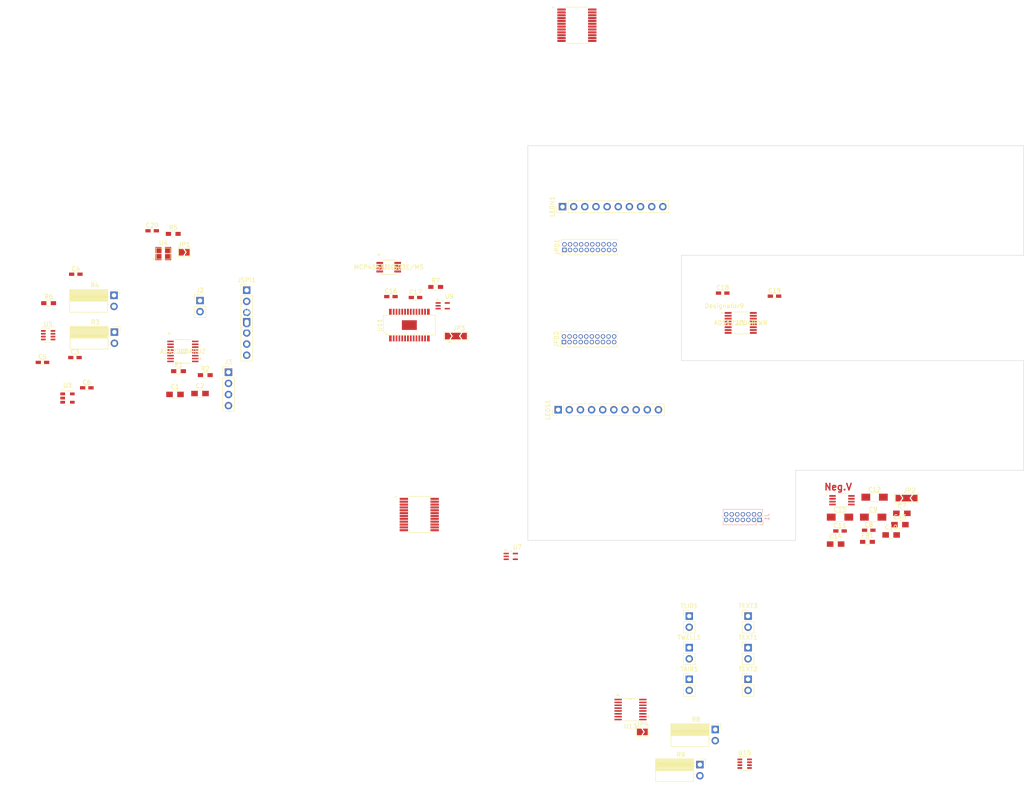
<source format=kicad_pcb>
(kicad_pcb (version 20171130) (host pcbnew "(5.1.6-0-10_14)")

  (general
    (thickness 1.6)
    (drawings 73)
    (tracks 0)
    (zones 0)
    (modules 63)
    (nets 101)
  )

  (page A4)
  (layers
    (0 F.Cu signal)
    (31 B.Cu signal)
    (32 B.Adhes user)
    (33 F.Adhes user)
    (34 B.Paste user)
    (35 F.Paste user)
    (36 B.SilkS user)
    (37 F.SilkS user)
    (38 B.Mask user)
    (39 F.Mask user)
    (40 Dwgs.User user)
    (41 Cmts.User user)
    (42 Eco1.User user)
    (43 Eco2.User user)
    (44 Edge.Cuts user)
    (45 Margin user)
    (46 B.CrtYd user)
    (47 F.CrtYd user)
    (48 B.Fab user)
    (49 F.Fab user)
  )

  (setup
    (last_trace_width 0.25)
    (user_trace_width 0.508)
    (user_trace_width 1.016)
    (user_trace_width 1.524)
    (user_trace_width 2.54)
    (trace_clearance 0.2)
    (zone_clearance 0.508)
    (zone_45_only no)
    (trace_min 0.2)
    (via_size 0.8)
    (via_drill 0.4)
    (via_min_size 0.4)
    (via_min_drill 0.3)
    (user_via 0.508 0.4)
    (user_via 1.016 0.4)
    (user_via 1.524 0.4)
    (user_via 2.54 0.4)
    (uvia_size 0.3)
    (uvia_drill 0.1)
    (uvias_allowed no)
    (uvia_min_size 0.2)
    (uvia_min_drill 0.1)
    (edge_width 0.1)
    (segment_width 0.2)
    (pcb_text_width 0.3)
    (pcb_text_size 1.5 1.5)
    (mod_edge_width 0.15)
    (mod_text_size 1 1)
    (mod_text_width 0.15)
    (pad_size 1.524 1.524)
    (pad_drill 0.762)
    (pad_to_mask_clearance 0)
    (aux_axis_origin 0 0)
    (visible_elements FFFFFF7F)
    (pcbplotparams
      (layerselection 0x010fc_ffffffff)
      (usegerberextensions false)
      (usegerberattributes true)
      (usegerberadvancedattributes true)
      (creategerberjobfile true)
      (excludeedgelayer true)
      (linewidth 0.100000)
      (plotframeref false)
      (viasonmask false)
      (mode 1)
      (useauxorigin false)
      (hpglpennumber 1)
      (hpglpenspeed 20)
      (hpglpendiameter 15.000000)
      (psnegative false)
      (psa4output false)
      (plotreference true)
      (plotvalue true)
      (plotinvisibletext false)
      (padsonsilk false)
      (subtractmaskfromsilk false)
      (outputformat 1)
      (mirror false)
      (drillshape 1)
      (scaleselection 1)
      (outputdirectory ""))
  )

  (net 0 "")
  (net 1 "Net-(C1-Pad1)")
  (net 2 GNDD)
  (net 3 GNDA)
  (net 4 "Net-(C2-Pad1)")
  (net 5 /GAIN_LARGE)
  (net 6 PD_MUX_OUT)
  (net 7 /GAIN_SMALL)
  (net 8 /AMP_OUT)
  (net 9 3V3D)
  (net 10 "Net-(C10-Pad2)")
  (net 11 "Net-(C10-Pad1)")
  (net 12 "Net-(C11-Pad2)")
  (net 13 "Net-(C12-Pad2)")
  (net 14 VCC_LED)
  (net 15 /Sheet60AF0517/S_PD_OUT9)
  (net 16 /Sheet60C04E5B/N_PD_OUT9)
  (net 17 "Net-(FB1-Pad1)")
  (net 18 AMP_GAIN_SW)
  (net 19 THERM_R_SWITCH)
  (net 20 I2C_SDA)
  (net 21 I2C_SCL)
  (net 22 ADC_DRDY)
  (net 23 MUX_SELECT)
  (net 24 MUX_S0)
  (net 25 MUX_S1)
  (net 26 MUX_S2)
  (net 27 3V3A)
  (net 28 XOUT)
  (net 29 CLKIN)
  (net 30 /PHOTO_OUT_N)
  (net 31 /PHOTO_OUT_P)
  (net 32 N_LED_OUT1)
  (net 33 N_LED_OUT2)
  (net 34 N_LED_OUT3)
  (net 35 N_LED_OUT4)
  (net 36 N_LED_OUT5)
  (net 37 N_LED_OUT6)
  (net 38 N_LED_OUT7)
  (net 39 N_LED_OUT8)
  (net 40 S_LED_OUT8)
  (net 41 S_LED_OUT7)
  (net 42 S_LED_OUT6)
  (net 43 S_LED_OUT5)
  (net 44 S_LED_OUT4)
  (net 45 S_LED_OUT3)
  (net 46 S_LED_OUT2)
  (net 47 S_LED_OUT1)
  (net 48 "Net-(JP1-Pad1)")
  (net 49 -1V)
  (net 50 PD_REF_PWM)
  (net 51 /LED/LED_BLANK)
  (net 52 "Net-(JP3-Pad3)")
  (net 53 THERM_MUX_OUT)
  (net 54 "Net-(JP4-Pad1)")
  (net 55 DEMOD_SPI_CS)
  (net 56 DEMOD_SPI_SDIO)
  (net 57 DEMOD_SPI_SCLK)
  (net 58 "Net-(R2-Pad1)")
  (net 59 "Net-(R5-Pad1)")
  (net 60 "Net-(R7-Pad1)")
  (net 61 "Net-(R9-Pad2)")
  (net 62 THERM_AIR)
  (net 63 THERM_EXT1)
  (net 64 THERM_EXT2)
  (net 65 THERM_EXT3)
  (net 66 THERM_LID)
  (net 67 THERM_WELL)
  (net 68 /LED/LED_IREF)
  (net 69 /Sheet60AF0517/S_PD_OUT1)
  (net 70 /Sheet60AF0517/S_PD_OUT2)
  (net 71 /Sheet60AF0517/S_PD_OUT3)
  (net 72 /Sheet60AF0517/S_PD_OUT4)
  (net 73 /Sheet60AF0517/S_PD_OUT5)
  (net 74 /Sheet60AF0517/S_PD_OUT6)
  (net 75 /Sheet60AF0517/S_PD_OUT7)
  (net 76 /Sheet60AF0517/S_PD_OUT8)
  (net 77 /Sheet60AF0517/S_PD_OUT10)
  (net 78 /Sheet60AF0517/S_PD_OUT11)
  (net 79 /Sheet60AF0517/S_PD_OUT12)
  (net 80 /Sheet60AF0517/S_PD_OUT13)
  (net 81 /Sheet60AF0517/S_PD_OUT14)
  (net 82 /Sheet60AF0517/S_PD_OUT15)
  (net 83 /Sheet60AF0517/S_PD_OUT16)
  (net 84 /Sheet60C04E5B/N_PD_OUT1)
  (net 85 /Sheet60C04E5B/N_PD_OUT2)
  (net 86 /Sheet60C04E5B/N_PD_OUT3)
  (net 87 /Sheet60C04E5B/N_PD_OUT4)
  (net 88 /Sheet60C04E5B/N_PD_OUT5)
  (net 89 /Sheet60C04E5B/N_PD_OUT6)
  (net 90 /Sheet60C04E5B/N_PD_OUT7)
  (net 91 /Sheet60C04E5B/N_PD_OUT8)
  (net 92 /Sheet60C04E5B/N_PD_OUT10)
  (net 93 /Sheet60C04E5B/N_PD_OUT11)
  (net 94 /Sheet60C04E5B/N_PD_OUT12)
  (net 95 /Sheet60C04E5B/N_PD_OUT13)
  (net 96 /Sheet60C04E5B/N_PD_OUT14)
  (net 97 /Sheet60C04E5B/N_PD_OUT15)
  (net 98 /Sheet60C04E5B/N_PD_OUT16)
  (net 99 MUX_S3)
  (net 100 /Sheet60AF0517/MUX_SELECT_INV)

  (net_class Default "This is the default net class."
    (clearance 0.2)
    (trace_width 0.25)
    (via_dia 0.8)
    (via_drill 0.4)
    (uvia_dia 0.3)
    (uvia_drill 0.1)
    (add_net -1V)
    (add_net /AMP_OUT)
    (add_net /GAIN_LARGE)
    (add_net /GAIN_SMALL)
    (add_net /LED/LED_BLANK)
    (add_net /LED/LED_IREF)
    (add_net /PHOTO_OUT_N)
    (add_net /PHOTO_OUT_P)
    (add_net /Sheet60AF0517/MUX_SELECT_INV)
    (add_net /Sheet60AF0517/S_PD_OUT1)
    (add_net /Sheet60AF0517/S_PD_OUT10)
    (add_net /Sheet60AF0517/S_PD_OUT11)
    (add_net /Sheet60AF0517/S_PD_OUT12)
    (add_net /Sheet60AF0517/S_PD_OUT13)
    (add_net /Sheet60AF0517/S_PD_OUT14)
    (add_net /Sheet60AF0517/S_PD_OUT15)
    (add_net /Sheet60AF0517/S_PD_OUT16)
    (add_net /Sheet60AF0517/S_PD_OUT2)
    (add_net /Sheet60AF0517/S_PD_OUT3)
    (add_net /Sheet60AF0517/S_PD_OUT4)
    (add_net /Sheet60AF0517/S_PD_OUT5)
    (add_net /Sheet60AF0517/S_PD_OUT6)
    (add_net /Sheet60AF0517/S_PD_OUT7)
    (add_net /Sheet60AF0517/S_PD_OUT8)
    (add_net /Sheet60AF0517/S_PD_OUT9)
    (add_net /Sheet60C04E5B/N_PD_OUT1)
    (add_net /Sheet60C04E5B/N_PD_OUT10)
    (add_net /Sheet60C04E5B/N_PD_OUT11)
    (add_net /Sheet60C04E5B/N_PD_OUT12)
    (add_net /Sheet60C04E5B/N_PD_OUT13)
    (add_net /Sheet60C04E5B/N_PD_OUT14)
    (add_net /Sheet60C04E5B/N_PD_OUT15)
    (add_net /Sheet60C04E5B/N_PD_OUT16)
    (add_net /Sheet60C04E5B/N_PD_OUT2)
    (add_net /Sheet60C04E5B/N_PD_OUT3)
    (add_net /Sheet60C04E5B/N_PD_OUT4)
    (add_net /Sheet60C04E5B/N_PD_OUT5)
    (add_net /Sheet60C04E5B/N_PD_OUT6)
    (add_net /Sheet60C04E5B/N_PD_OUT7)
    (add_net /Sheet60C04E5B/N_PD_OUT8)
    (add_net /Sheet60C04E5B/N_PD_OUT9)
    (add_net 3V3A)
    (add_net 3V3D)
    (add_net ADC_DRDY)
    (add_net AMP_GAIN_SW)
    (add_net CLKIN)
    (add_net DEMOD_SPI_CS)
    (add_net DEMOD_SPI_SCLK)
    (add_net DEMOD_SPI_SDIO)
    (add_net GNDA)
    (add_net GNDD)
    (add_net I2C_SCL)
    (add_net I2C_SDA)
    (add_net MUX_S0)
    (add_net MUX_S1)
    (add_net MUX_S2)
    (add_net MUX_S3)
    (add_net MUX_SELECT)
    (add_net N_LED_OUT1)
    (add_net N_LED_OUT2)
    (add_net N_LED_OUT3)
    (add_net N_LED_OUT4)
    (add_net N_LED_OUT5)
    (add_net N_LED_OUT6)
    (add_net N_LED_OUT7)
    (add_net N_LED_OUT8)
    (add_net "Net-(C1-Pad1)")
    (add_net "Net-(C10-Pad1)")
    (add_net "Net-(C10-Pad2)")
    (add_net "Net-(C11-Pad2)")
    (add_net "Net-(C12-Pad2)")
    (add_net "Net-(C2-Pad1)")
    (add_net "Net-(FB1-Pad1)")
    (add_net "Net-(JP1-Pad1)")
    (add_net "Net-(JP3-Pad3)")
    (add_net "Net-(JP4-Pad1)")
    (add_net "Net-(R2-Pad1)")
    (add_net "Net-(R5-Pad1)")
    (add_net "Net-(R7-Pad1)")
    (add_net "Net-(R9-Pad2)")
    (add_net PD_MUX_OUT)
    (add_net PD_REF_PWM)
    (add_net S_LED_OUT1)
    (add_net S_LED_OUT2)
    (add_net S_LED_OUT3)
    (add_net S_LED_OUT4)
    (add_net S_LED_OUT5)
    (add_net S_LED_OUT6)
    (add_net S_LED_OUT7)
    (add_net S_LED_OUT8)
    (add_net THERM_AIR)
    (add_net THERM_EXT1)
    (add_net THERM_EXT2)
    (add_net THERM_EXT3)
    (add_net THERM_LID)
    (add_net THERM_MUX_OUT)
    (add_net THERM_R_SWITCH)
    (add_net THERM_WELL)
    (add_net VCC_LED)
    (add_net XOUT)
  )

  (module Ninja-qPCR:ADS122C04IPWR (layer F.Cu) (tedit 60C30D40) (tstamp 60C31265)
    (at 115.5 102.4)
    (path /60C266F0)
    (fp_text reference U1 (at 0 0) (layer F.SilkS)
      (effects (font (size 1 1) (thickness 0.15)))
    )
    (fp_text value ADS122C04IPWR (at 0 0) (layer F.SilkS)
      (effects (font (size 1 1) (thickness 0.15)))
    )
    (fp_line (start 1.765 2.5) (end -1.765 2.5) (layer F.SilkS) (width 0.127))
    (fp_line (start 3.905 -2.75) (end 3.905 2.75) (layer F.CrtYd) (width 0.05))
    (fp_line (start -3.905 -2.75) (end -3.905 2.75) (layer F.CrtYd) (width 0.05))
    (fp_line (start -3.905 2.75) (end 3.905 2.75) (layer F.CrtYd) (width 0.05))
    (fp_line (start -3.905 -2.75) (end 3.905 -2.75) (layer F.CrtYd) (width 0.05))
    (fp_line (start 2.2 -2.5) (end 2.2 2.5) (layer F.Fab) (width 0.127))
    (fp_line (start -2.2 -2.5) (end -2.2 2.5) (layer F.Fab) (width 0.127))
    (fp_line (start -1.765 -2.5) (end 1.765 -2.5) (layer F.SilkS) (width 0.127))
    (fp_line (start -2.2 2.5) (end 2.2 2.5) (layer F.Fab) (width 0.127))
    (fp_line (start -2.2 -2.5) (end 2.2 -2.5) (layer F.Fab) (width 0.127))
    (fp_circle (center -4.19 -2.275) (end -4.09 -2.275) (layer F.Fab) (width 0.2))
    (fp_circle (center -4.19 -2.275) (end -4.09 -2.275) (layer F.SilkS) (width 0.2))
    (fp_text user "Copyright 2021 Accelerated Designs. All rights reserved." (at 0 0) (layer Cmts.User)
      (effects (font (size 0.127 0.127) (thickness 0.002)))
    )
    (fp_text user * (at 0 0) (layer F.SilkS)
      (effects (font (size 1 1) (thickness 0.15)))
    )
    (fp_text user .Designator (at -1.8542 0.508) (layer F.Fab)
      (effects (font (size 1 1) (thickness 0.15)))
    )
    (fp_text user Designator9 (at -3.7592 -3.8862) (layer F.SilkS)
      (effects (font (size 1 1) (thickness 0.15)))
    )
    (pad 1 smd rect (at -2.87 -2.275) (size 1.57 0.41) (layers F.Cu F.Paste F.Mask)
      (net 2 GNDD))
    (pad 2 smd rect (at -2.87 -1.625) (size 1.57 0.41) (layers F.Cu F.Paste F.Mask)
      (net 2 GNDD))
    (pad 3 smd rect (at -2.87 -0.975) (size 1.57 0.41) (layers F.Cu F.Paste F.Mask)
      (net 9 3V3D))
    (pad 4 smd rect (at -2.87 -0.325) (size 1.57 0.41) (layers F.Cu F.Paste F.Mask)
      (net 2 GNDD))
    (pad 5 smd rect (at -2.87 0.325) (size 1.57 0.41) (layers F.Cu F.Paste F.Mask)
      (net 3 GNDA))
    (pad 6 smd rect (at -2.87 0.975) (size 1.57 0.41) (layers F.Cu F.Paste F.Mask)
      (net 31 /PHOTO_OUT_P))
    (pad 7 smd rect (at -2.87 1.625) (size 1.57 0.41) (layers F.Cu F.Paste F.Mask)
      (net 30 /PHOTO_OUT_N))
    (pad 8 smd rect (at -2.87 2.275) (size 1.57 0.41) (layers F.Cu F.Paste F.Mask)
      (net 3 GNDA))
    (pad 9 smd rect (at 2.87 2.275) (size 1.57 0.41) (layers F.Cu F.Paste F.Mask)
      (net 27 3V3A))
    (pad 10 smd rect (at 2.87 1.625) (size 1.57 0.41) (layers F.Cu F.Paste F.Mask)
      (net 53 THERM_MUX_OUT))
    (pad 11 smd rect (at 2.87 0.975) (size 1.57 0.41) (layers F.Cu F.Paste F.Mask)
      (net 3 GNDA))
    (pad 12 smd rect (at 2.87 0.325) (size 1.57 0.41) (layers F.Cu F.Paste F.Mask)
      (net 27 3V3A))
    (pad 13 smd rect (at 2.87 -0.325) (size 1.57 0.41) (layers F.Cu F.Paste F.Mask)
      (net 9 3V3D))
    (pad 14 smd rect (at 2.87 -0.975) (size 1.57 0.41) (layers F.Cu F.Paste F.Mask)
      (net 22 ADC_DRDY))
    (pad 15 smd rect (at 2.87 -1.625) (size 1.57 0.41) (layers F.Cu F.Paste F.Mask)
      (net 20 I2C_SDA))
    (pad 16 smd rect (at 2.87 -2.275) (size 1.57 0.41) (layers F.Cu F.Paste F.Mask)
      (net 21 I2C_SCL))
  )

  (module Capacitors_SMD:C_0805_HandSoldering (layer F.Cu) (tedit 58AA84A8) (tstamp 60BF839C)
    (at -13.4 118.7)
    (descr "Capacitor SMD 0805, hand soldering")
    (tags "capacitor 0805")
    (path /60786D85)
    (attr smd)
    (fp_text reference C1 (at 0 -1.75) (layer F.SilkS)
      (effects (font (size 1 1) (thickness 0.15)))
    )
    (fp_text value 4.7uF (at 0 1.75) (layer F.Fab)
      (effects (font (size 1 1) (thickness 0.15)))
    )
    (fp_line (start -1 0.62) (end -1 -0.62) (layer F.Fab) (width 0.1))
    (fp_line (start 1 0.62) (end -1 0.62) (layer F.Fab) (width 0.1))
    (fp_line (start 1 -0.62) (end 1 0.62) (layer F.Fab) (width 0.1))
    (fp_line (start -1 -0.62) (end 1 -0.62) (layer F.Fab) (width 0.1))
    (fp_line (start 0.5 -0.85) (end -0.5 -0.85) (layer F.SilkS) (width 0.12))
    (fp_line (start -0.5 0.85) (end 0.5 0.85) (layer F.SilkS) (width 0.12))
    (fp_line (start -2.25 -0.88) (end 2.25 -0.88) (layer F.CrtYd) (width 0.05))
    (fp_line (start -2.25 -0.88) (end -2.25 0.87) (layer F.CrtYd) (width 0.05))
    (fp_line (start 2.25 0.87) (end 2.25 -0.88) (layer F.CrtYd) (width 0.05))
    (fp_line (start 2.25 0.87) (end -2.25 0.87) (layer F.CrtYd) (width 0.05))
    (fp_text user %R (at 0 -1.75) (layer F.Fab)
      (effects (font (size 1 1) (thickness 0.15)))
    )
    (pad 1 smd rect (at -1.25 0) (size 1.5 1.25) (layers F.Cu F.Paste F.Mask)
      (net 1 "Net-(C1-Pad1)"))
    (pad 2 smd rect (at 1.25 0) (size 1.5 1.25) (layers F.Cu F.Paste F.Mask)
      (net 2 GNDD))
    (model Capacitors_SMD.3dshapes/C_0805.wrl
      (at (xyz 0 0 0))
      (scale (xyz 1 1 1))
      (rotate (xyz 0 0 0))
    )
  )

  (module Capacitors_SMD:C_0805_HandSoldering (layer F.Cu) (tedit 58AA84A8) (tstamp 60BF83AD)
    (at -7.7 118.5)
    (descr "Capacitor SMD 0805, hand soldering")
    (tags "capacitor 0805")
    (path /5FDB9DB9)
    (attr smd)
    (fp_text reference C2 (at 0 -1.75) (layer F.SilkS)
      (effects (font (size 1 1) (thickness 0.15)))
    )
    (fp_text value 4.7uF (at 0 1.75) (layer F.Fab)
      (effects (font (size 1 1) (thickness 0.15)))
    )
    (fp_line (start 2.25 0.87) (end -2.25 0.87) (layer F.CrtYd) (width 0.05))
    (fp_line (start 2.25 0.87) (end 2.25 -0.88) (layer F.CrtYd) (width 0.05))
    (fp_line (start -2.25 -0.88) (end -2.25 0.87) (layer F.CrtYd) (width 0.05))
    (fp_line (start -2.25 -0.88) (end 2.25 -0.88) (layer F.CrtYd) (width 0.05))
    (fp_line (start -0.5 0.85) (end 0.5 0.85) (layer F.SilkS) (width 0.12))
    (fp_line (start 0.5 -0.85) (end -0.5 -0.85) (layer F.SilkS) (width 0.12))
    (fp_line (start -1 -0.62) (end 1 -0.62) (layer F.Fab) (width 0.1))
    (fp_line (start 1 -0.62) (end 1 0.62) (layer F.Fab) (width 0.1))
    (fp_line (start 1 0.62) (end -1 0.62) (layer F.Fab) (width 0.1))
    (fp_line (start -1 0.62) (end -1 -0.62) (layer F.Fab) (width 0.1))
    (fp_text user %R (at 0 -1.75) (layer F.Fab)
      (effects (font (size 1 1) (thickness 0.15)))
    )
    (pad 2 smd rect (at 1.25 0) (size 1.5 1.25) (layers F.Cu F.Paste F.Mask)
      (net 3 GNDA))
    (pad 1 smd rect (at -1.25 0) (size 1.5 1.25) (layers F.Cu F.Paste F.Mask)
      (net 4 "Net-(C2-Pad1)"))
    (model Capacitors_SMD.3dshapes/C_0805.wrl
      (at (xyz 0 0 0))
      (scale (xyz 1 1 1))
      (rotate (xyz 0 0 0))
    )
  )

  (module Capacitors_SMD:C_0603_HandSoldering (layer F.Cu) (tedit 58AA848B) (tstamp 60BF83BE)
    (at -36.2 110.3)
    (descr "Capacitor SMD 0603, hand soldering")
    (tags "capacitor 0603")
    (path /5FDD2096)
    (attr smd)
    (fp_text reference C3 (at 0 -1.25) (layer F.SilkS)
      (effects (font (size 1 1) (thickness 0.15)))
    )
    (fp_text value 22pF (at 0 1.5) (layer F.Fab)
      (effects (font (size 1 1) (thickness 0.15)))
    )
    (fp_line (start -0.8 0.4) (end -0.8 -0.4) (layer F.Fab) (width 0.1))
    (fp_line (start 0.8 0.4) (end -0.8 0.4) (layer F.Fab) (width 0.1))
    (fp_line (start 0.8 -0.4) (end 0.8 0.4) (layer F.Fab) (width 0.1))
    (fp_line (start -0.8 -0.4) (end 0.8 -0.4) (layer F.Fab) (width 0.1))
    (fp_line (start -0.35 -0.6) (end 0.35 -0.6) (layer F.SilkS) (width 0.12))
    (fp_line (start 0.35 0.6) (end -0.35 0.6) (layer F.SilkS) (width 0.12))
    (fp_line (start -1.8 -0.65) (end 1.8 -0.65) (layer F.CrtYd) (width 0.05))
    (fp_line (start -1.8 -0.65) (end -1.8 0.65) (layer F.CrtYd) (width 0.05))
    (fp_line (start 1.8 0.65) (end 1.8 -0.65) (layer F.CrtYd) (width 0.05))
    (fp_line (start 1.8 0.65) (end -1.8 0.65) (layer F.CrtYd) (width 0.05))
    (fp_text user %R (at 0 -1.25) (layer F.Fab)
      (effects (font (size 1 1) (thickness 0.15)))
    )
    (pad 1 smd rect (at -0.95 0) (size 1.2 0.75) (layers F.Cu F.Paste F.Mask)
      (net 5 /GAIN_LARGE))
    (pad 2 smd rect (at 0.95 0) (size 1.2 0.75) (layers F.Cu F.Paste F.Mask)
      (net 6 PD_MUX_OUT))
    (model Capacitors_SMD.3dshapes/C_0603.wrl
      (at (xyz 0 0 0))
      (scale (xyz 1 1 1))
      (rotate (xyz 0 0 0))
    )
  )

  (module Capacitors_SMD:C_0603_HandSoldering (layer F.Cu) (tedit 58AA848B) (tstamp 60BF83CF)
    (at -36 91.3)
    (descr "Capacitor SMD 0603, hand soldering")
    (tags "capacitor 0603")
    (path /5FE329B3)
    (attr smd)
    (fp_text reference C4 (at 0 -1.25) (layer F.SilkS)
      (effects (font (size 1 1) (thickness 0.15)))
    )
    (fp_text value 22pF (at 0 1.5) (layer F.Fab)
      (effects (font (size 1 1) (thickness 0.15)))
    )
    (fp_line (start -0.8 0.4) (end -0.8 -0.4) (layer F.Fab) (width 0.1))
    (fp_line (start 0.8 0.4) (end -0.8 0.4) (layer F.Fab) (width 0.1))
    (fp_line (start 0.8 -0.4) (end 0.8 0.4) (layer F.Fab) (width 0.1))
    (fp_line (start -0.8 -0.4) (end 0.8 -0.4) (layer F.Fab) (width 0.1))
    (fp_line (start -0.35 -0.6) (end 0.35 -0.6) (layer F.SilkS) (width 0.12))
    (fp_line (start 0.35 0.6) (end -0.35 0.6) (layer F.SilkS) (width 0.12))
    (fp_line (start -1.8 -0.65) (end 1.8 -0.65) (layer F.CrtYd) (width 0.05))
    (fp_line (start -1.8 -0.65) (end -1.8 0.65) (layer F.CrtYd) (width 0.05))
    (fp_line (start 1.8 0.65) (end 1.8 -0.65) (layer F.CrtYd) (width 0.05))
    (fp_line (start 1.8 0.65) (end -1.8 0.65) (layer F.CrtYd) (width 0.05))
    (fp_text user %R (at 0 -1.25) (layer F.Fab)
      (effects (font (size 1 1) (thickness 0.15)))
    )
    (pad 1 smd rect (at -0.95 0) (size 1.2 0.75) (layers F.Cu F.Paste F.Mask)
      (net 7 /GAIN_SMALL))
    (pad 2 smd rect (at 0.95 0) (size 1.2 0.75) (layers F.Cu F.Paste F.Mask)
      (net 6 PD_MUX_OUT))
    (model Capacitors_SMD.3dshapes/C_0603.wrl
      (at (xyz 0 0 0))
      (scale (xyz 1 1 1))
      (rotate (xyz 0 0 0))
    )
  )

  (module Capacitors_SMD:C_0603_HandSoldering (layer F.Cu) (tedit 58AA848B) (tstamp 60BF83E0)
    (at -43.6 111.4)
    (descr "Capacitor SMD 0603, hand soldering")
    (tags "capacitor 0603")
    (path /5FDE1D78)
    (attr smd)
    (fp_text reference C5 (at 0 -1.25) (layer F.SilkS)
      (effects (font (size 1 1) (thickness 0.15)))
    )
    (fp_text value 0.1uF (at 0 1.5) (layer F.Fab)
      (effects (font (size 1 1) (thickness 0.15)))
    )
    (fp_line (start 1.8 0.65) (end -1.8 0.65) (layer F.CrtYd) (width 0.05))
    (fp_line (start 1.8 0.65) (end 1.8 -0.65) (layer F.CrtYd) (width 0.05))
    (fp_line (start -1.8 -0.65) (end -1.8 0.65) (layer F.CrtYd) (width 0.05))
    (fp_line (start -1.8 -0.65) (end 1.8 -0.65) (layer F.CrtYd) (width 0.05))
    (fp_line (start 0.35 0.6) (end -0.35 0.6) (layer F.SilkS) (width 0.12))
    (fp_line (start -0.35 -0.6) (end 0.35 -0.6) (layer F.SilkS) (width 0.12))
    (fp_line (start -0.8 -0.4) (end 0.8 -0.4) (layer F.Fab) (width 0.1))
    (fp_line (start 0.8 -0.4) (end 0.8 0.4) (layer F.Fab) (width 0.1))
    (fp_line (start 0.8 0.4) (end -0.8 0.4) (layer F.Fab) (width 0.1))
    (fp_line (start -0.8 0.4) (end -0.8 -0.4) (layer F.Fab) (width 0.1))
    (fp_text user %R (at 0 -1.25) (layer F.Fab)
      (effects (font (size 1 1) (thickness 0.15)))
    )
    (pad 2 smd rect (at 0.95 0) (size 1.2 0.75) (layers F.Cu F.Paste F.Mask)
      (net 8 /AMP_OUT))
    (pad 1 smd rect (at -0.95 0) (size 1.2 0.75) (layers F.Cu F.Paste F.Mask)
      (net 3 GNDA))
    (model Capacitors_SMD.3dshapes/C_0603.wrl
      (at (xyz 0 0 0))
      (scale (xyz 1 1 1))
      (rotate (xyz 0 0 0))
    )
  )

  (module Capacitors_SMD:C_0603_HandSoldering (layer F.Cu) (tedit 58AA848B) (tstamp 60BF83F1)
    (at -33.5 117.2)
    (descr "Capacitor SMD 0603, hand soldering")
    (tags "capacitor 0603")
    (path /5F5B161D)
    (attr smd)
    (fp_text reference C6 (at 0 -1.25) (layer F.SilkS)
      (effects (font (size 1 1) (thickness 0.15)))
    )
    (fp_text value 0.1uF (at 0 1.5) (layer F.Fab)
      (effects (font (size 1 1) (thickness 0.15)))
    )
    (fp_line (start 1.8 0.65) (end -1.8 0.65) (layer F.CrtYd) (width 0.05))
    (fp_line (start 1.8 0.65) (end 1.8 -0.65) (layer F.CrtYd) (width 0.05))
    (fp_line (start -1.8 -0.65) (end -1.8 0.65) (layer F.CrtYd) (width 0.05))
    (fp_line (start -1.8 -0.65) (end 1.8 -0.65) (layer F.CrtYd) (width 0.05))
    (fp_line (start 0.35 0.6) (end -0.35 0.6) (layer F.SilkS) (width 0.12))
    (fp_line (start -0.35 -0.6) (end 0.35 -0.6) (layer F.SilkS) (width 0.12))
    (fp_line (start -0.8 -0.4) (end 0.8 -0.4) (layer F.Fab) (width 0.1))
    (fp_line (start 0.8 -0.4) (end 0.8 0.4) (layer F.Fab) (width 0.1))
    (fp_line (start 0.8 0.4) (end -0.8 0.4) (layer F.Fab) (width 0.1))
    (fp_line (start -0.8 0.4) (end -0.8 -0.4) (layer F.Fab) (width 0.1))
    (fp_text user %R (at 0 -1.25) (layer F.Fab)
      (effects (font (size 1 1) (thickness 0.15)))
    )
    (pad 2 smd rect (at 0.95 0) (size 1.2 0.75) (layers F.Cu F.Paste F.Mask)
      (net 2 GNDD))
    (pad 1 smd rect (at -0.95 0) (size 1.2 0.75) (layers F.Cu F.Paste F.Mask)
      (net 9 3V3D))
    (model Capacitors_SMD.3dshapes/C_0603.wrl
      (at (xyz 0 0 0))
      (scale (xyz 1 1 1))
      (rotate (xyz 0 0 0))
    )
  )

  (module Capacitors_SMD:C_0805_HandSoldering (layer F.Cu) (tedit 58AA84A8) (tstamp 60BF8402)
    (at 152.225001 145.810001)
    (descr "Capacitor SMD 0805, hand soldering")
    (tags "capacitor 0805")
    (path /60BEA309/60B71078)
    (attr smd)
    (fp_text reference C7 (at 0 -1.75) (layer F.SilkS)
      (effects (font (size 1 1) (thickness 0.15)))
    )
    (fp_text value 4.7uF (at 0 1.75) (layer F.Fab)
      (effects (font (size 1 1) (thickness 0.15)))
    )
    (fp_line (start 2.25 0.87) (end -2.25 0.87) (layer F.CrtYd) (width 0.05))
    (fp_line (start 2.25 0.87) (end 2.25 -0.88) (layer F.CrtYd) (width 0.05))
    (fp_line (start -2.25 -0.88) (end -2.25 0.87) (layer F.CrtYd) (width 0.05))
    (fp_line (start -2.25 -0.88) (end 2.25 -0.88) (layer F.CrtYd) (width 0.05))
    (fp_line (start -0.5 0.85) (end 0.5 0.85) (layer F.SilkS) (width 0.12))
    (fp_line (start 0.5 -0.85) (end -0.5 -0.85) (layer F.SilkS) (width 0.12))
    (fp_line (start -1 -0.62) (end 1 -0.62) (layer F.Fab) (width 0.1))
    (fp_line (start 1 -0.62) (end 1 0.62) (layer F.Fab) (width 0.1))
    (fp_line (start 1 0.62) (end -1 0.62) (layer F.Fab) (width 0.1))
    (fp_line (start -1 0.62) (end -1 -0.62) (layer F.Fab) (width 0.1))
    (fp_text user %R (at 0 -1.75) (layer F.Fab)
      (effects (font (size 1 1) (thickness 0.15)))
    )
    (pad 2 smd rect (at 1.25 0) (size 1.5 1.25) (layers F.Cu F.Paste F.Mask)
      (net 9 3V3D))
    (pad 1 smd rect (at -1.25 0) (size 1.5 1.25) (layers F.Cu F.Paste F.Mask)
      (net 2 GNDD))
    (model Capacitors_SMD.3dshapes/C_0805.wrl
      (at (xyz 0 0 0))
      (scale (xyz 1 1 1))
      (rotate (xyz 0 0 0))
    )
  )

  (module Capacitors_SMD:C_1206_HandSoldering (layer F.Cu) (tedit 58AA84D1) (tstamp 60BF8424)
    (at 145.675001 146.680001)
    (descr "Capacitor SMD 1206, hand soldering")
    (tags "capacitor 1206")
    (path /60BEA309/60B7106C)
    (attr smd)
    (fp_text reference C9 (at 0 -1.75) (layer F.SilkS)
      (effects (font (size 1 1) (thickness 0.15)))
    )
    (fp_text value DNP (at 0 2) (layer F.Fab)
      (effects (font (size 1 1) (thickness 0.15)))
    )
    (fp_line (start 3.25 1.05) (end -3.25 1.05) (layer F.CrtYd) (width 0.05))
    (fp_line (start 3.25 1.05) (end 3.25 -1.05) (layer F.CrtYd) (width 0.05))
    (fp_line (start -3.25 -1.05) (end -3.25 1.05) (layer F.CrtYd) (width 0.05))
    (fp_line (start -3.25 -1.05) (end 3.25 -1.05) (layer F.CrtYd) (width 0.05))
    (fp_line (start -1 1.02) (end 1 1.02) (layer F.SilkS) (width 0.12))
    (fp_line (start 1 -1.02) (end -1 -1.02) (layer F.SilkS) (width 0.12))
    (fp_line (start -1.6 -0.8) (end 1.6 -0.8) (layer F.Fab) (width 0.1))
    (fp_line (start 1.6 -0.8) (end 1.6 0.8) (layer F.Fab) (width 0.1))
    (fp_line (start 1.6 0.8) (end -1.6 0.8) (layer F.Fab) (width 0.1))
    (fp_line (start -1.6 0.8) (end -1.6 -0.8) (layer F.Fab) (width 0.1))
    (fp_text user %R (at 0 -1.75) (layer F.Fab)
      (effects (font (size 1 1) (thickness 0.15)))
    )
    (pad 2 smd rect (at 2 0) (size 2 1.6) (layers F.Cu F.Paste F.Mask)
      (net 10 "Net-(C10-Pad2)"))
    (pad 1 smd rect (at -2 0) (size 2 1.6) (layers F.Cu F.Paste F.Mask)
      (net 11 "Net-(C10-Pad1)"))
    (model Capacitors_SMD.3dshapes/C_1206.wrl
      (at (xyz 0 0 0))
      (scale (xyz 1 1 1))
      (rotate (xyz 0 0 0))
    )
  )

  (module Capacitors_SMD:C_1206_HandSoldering (layer F.Cu) (tedit 58AA84D1) (tstamp 60BF8457)
    (at 146.005001 142.130001)
    (descr "Capacitor SMD 1206, hand soldering")
    (tags "capacitor 1206")
    (path /60BEA309/60B710A3)
    (attr smd)
    (fp_text reference C12 (at 0 -1.75) (layer F.SilkS)
      (effects (font (size 1 1) (thickness 0.15)))
    )
    (fp_text value DNP (at 0 2) (layer F.Fab)
      (effects (font (size 1 1) (thickness 0.15)))
    )
    (fp_line (start -1.6 0.8) (end -1.6 -0.8) (layer F.Fab) (width 0.1))
    (fp_line (start 1.6 0.8) (end -1.6 0.8) (layer F.Fab) (width 0.1))
    (fp_line (start 1.6 -0.8) (end 1.6 0.8) (layer F.Fab) (width 0.1))
    (fp_line (start -1.6 -0.8) (end 1.6 -0.8) (layer F.Fab) (width 0.1))
    (fp_line (start 1 -1.02) (end -1 -1.02) (layer F.SilkS) (width 0.12))
    (fp_line (start -1 1.02) (end 1 1.02) (layer F.SilkS) (width 0.12))
    (fp_line (start -3.25 -1.05) (end 3.25 -1.05) (layer F.CrtYd) (width 0.05))
    (fp_line (start -3.25 -1.05) (end -3.25 1.05) (layer F.CrtYd) (width 0.05))
    (fp_line (start 3.25 1.05) (end 3.25 -1.05) (layer F.CrtYd) (width 0.05))
    (fp_line (start 3.25 1.05) (end -3.25 1.05) (layer F.CrtYd) (width 0.05))
    (fp_text user %R (at 0 -1.75) (layer F.Fab)
      (effects (font (size 1 1) (thickness 0.15)))
    )
    (pad 1 smd rect (at -2 0) (size 2 1.6) (layers F.Cu F.Paste F.Mask)
      (net 2 GNDD))
    (pad 2 smd rect (at 2 0) (size 2 1.6) (layers F.Cu F.Paste F.Mask)
      (net 13 "Net-(C12-Pad2)"))
    (model Capacitors_SMD.3dshapes/C_1206.wrl
      (at (xyz 0 0 0))
      (scale (xyz 1 1 1))
      (rotate (xyz 0 0 0))
    )
  )

  (module Capacitors_SMD:C_0805_HandSoldering (layer F.Cu) (tedit 58AA84A8) (tstamp 60BF8479)
    (at 137.125001 152.830001)
    (descr "Capacitor SMD 0805, hand soldering")
    (tags "capacitor 0805")
    (path /60BEA309/60B710B5)
    (attr smd)
    (fp_text reference C14 (at 0 -1.75) (layer F.SilkS)
      (effects (font (size 1 1) (thickness 0.15)))
    )
    (fp_text value 22uF (at 0 1.75) (layer F.Fab)
      (effects (font (size 1 1) (thickness 0.15)))
    )
    (fp_line (start 2.25 0.87) (end -2.25 0.87) (layer F.CrtYd) (width 0.05))
    (fp_line (start 2.25 0.87) (end 2.25 -0.88) (layer F.CrtYd) (width 0.05))
    (fp_line (start -2.25 -0.88) (end -2.25 0.87) (layer F.CrtYd) (width 0.05))
    (fp_line (start -2.25 -0.88) (end 2.25 -0.88) (layer F.CrtYd) (width 0.05))
    (fp_line (start -0.5 0.85) (end 0.5 0.85) (layer F.SilkS) (width 0.12))
    (fp_line (start 0.5 -0.85) (end -0.5 -0.85) (layer F.SilkS) (width 0.12))
    (fp_line (start -1 -0.62) (end 1 -0.62) (layer F.Fab) (width 0.1))
    (fp_line (start 1 -0.62) (end 1 0.62) (layer F.Fab) (width 0.1))
    (fp_line (start 1 0.62) (end -1 0.62) (layer F.Fab) (width 0.1))
    (fp_line (start -1 0.62) (end -1 -0.62) (layer F.Fab) (width 0.1))
    (fp_text user %R (at 0 -1.75) (layer F.Fab)
      (effects (font (size 1 1) (thickness 0.15)))
    )
    (pad 2 smd rect (at 1.25 0) (size 1.5 1.25) (layers F.Cu F.Paste F.Mask)
      (net 12 "Net-(C11-Pad2)"))
    (pad 1 smd rect (at -1.25 0) (size 1.5 1.25) (layers F.Cu F.Paste F.Mask)
      (net 2 GNDD))
    (model Capacitors_SMD.3dshapes/C_0805.wrl
      (at (xyz 0 0 0))
      (scale (xyz 1 1 1))
      (rotate (xyz 0 0 0))
    )
  )

  (module Capacitors_SMD:C_1206_HandSoldering (layer F.Cu) (tedit 58AA84D1) (tstamp 60BF848A)
    (at 138.125001 146.680001)
    (descr "Capacitor SMD 1206, hand soldering")
    (tags "capacitor 1206")
    (path /60BEA309/60B710E9)
    (attr smd)
    (fp_text reference C15 (at 0 -1.75) (layer F.SilkS)
      (effects (font (size 1 1) (thickness 0.15)))
    )
    (fp_text value DNP (at 0 2) (layer F.Fab)
      (effects (font (size 1 1) (thickness 0.15)))
    )
    (fp_line (start 3.25 1.05) (end -3.25 1.05) (layer F.CrtYd) (width 0.05))
    (fp_line (start 3.25 1.05) (end 3.25 -1.05) (layer F.CrtYd) (width 0.05))
    (fp_line (start -3.25 -1.05) (end -3.25 1.05) (layer F.CrtYd) (width 0.05))
    (fp_line (start -3.25 -1.05) (end 3.25 -1.05) (layer F.CrtYd) (width 0.05))
    (fp_line (start -1 1.02) (end 1 1.02) (layer F.SilkS) (width 0.12))
    (fp_line (start 1 -1.02) (end -1 -1.02) (layer F.SilkS) (width 0.12))
    (fp_line (start -1.6 -0.8) (end 1.6 -0.8) (layer F.Fab) (width 0.1))
    (fp_line (start 1.6 -0.8) (end 1.6 0.8) (layer F.Fab) (width 0.1))
    (fp_line (start 1.6 0.8) (end -1.6 0.8) (layer F.Fab) (width 0.1))
    (fp_line (start -1.6 0.8) (end -1.6 -0.8) (layer F.Fab) (width 0.1))
    (fp_text user %R (at 0 -1.75) (layer F.Fab)
      (effects (font (size 1 1) (thickness 0.15)))
    )
    (pad 2 smd rect (at 2 0) (size 2 1.6) (layers F.Cu F.Paste F.Mask)
      (net 12 "Net-(C11-Pad2)"))
    (pad 1 smd rect (at -2 0) (size 2 1.6) (layers F.Cu F.Paste F.Mask)
      (net 2 GNDD))
    (model Capacitors_SMD.3dshapes/C_1206.wrl
      (at (xyz 0 0 0))
      (scale (xyz 1 1 1))
      (rotate (xyz 0 0 0))
    )
  )

  (module Resistors_SMD:R_0603_HandSoldering (layer F.Cu) (tedit 58E0A804) (tstamp 60BF87BD)
    (at 144.385001 152.320001)
    (descr "Resistor SMD 0603, hand soldering")
    (tags "resistor 0603")
    (path /60BEA309/60B710F8)
    (attr smd)
    (fp_text reference FB1 (at 0 -1.45) (layer F.SilkS)
      (effects (font (size 1 1) (thickness 0.15)))
    )
    (fp_text value 120@100MHz (at 0 1.55) (layer F.Fab)
      (effects (font (size 1 1) (thickness 0.15)))
    )
    (fp_line (start -0.8 0.4) (end -0.8 -0.4) (layer F.Fab) (width 0.1))
    (fp_line (start 0.8 0.4) (end -0.8 0.4) (layer F.Fab) (width 0.1))
    (fp_line (start 0.8 -0.4) (end 0.8 0.4) (layer F.Fab) (width 0.1))
    (fp_line (start -0.8 -0.4) (end 0.8 -0.4) (layer F.Fab) (width 0.1))
    (fp_line (start 0.5 0.68) (end -0.5 0.68) (layer F.SilkS) (width 0.12))
    (fp_line (start -0.5 -0.68) (end 0.5 -0.68) (layer F.SilkS) (width 0.12))
    (fp_line (start -1.96 -0.7) (end 1.95 -0.7) (layer F.CrtYd) (width 0.05))
    (fp_line (start -1.96 -0.7) (end -1.96 0.7) (layer F.CrtYd) (width 0.05))
    (fp_line (start 1.95 0.7) (end 1.95 -0.7) (layer F.CrtYd) (width 0.05))
    (fp_line (start 1.95 0.7) (end -1.96 0.7) (layer F.CrtYd) (width 0.05))
    (fp_text user %R (at 0 0) (layer F.Fab)
      (effects (font (size 0.4 0.4) (thickness 0.075)))
    )
    (pad 1 smd rect (at -1.1 0) (size 1.2 0.9) (layers F.Cu F.Paste F.Mask)
      (net 17 "Net-(FB1-Pad1)"))
    (pad 2 smd rect (at 1.1 0) (size 1.2 0.9) (layers F.Cu F.Paste F.Mask)
      (net 12 "Net-(C11-Pad2)"))
    (model ${KISYS3DMOD}/Resistors_SMD.3dshapes/R_0603.wrl
      (at (xyz 0 0 0))
      (scale (xyz 1 1 1))
      (rotate (xyz 0 0 0))
    )
  )

  (module Pin_Headers:Pin_Header_Straight_1x10_Pitch2.54mm (layer F.Cu) (tedit 59650532) (tstamp 60BF8977)
    (at 74.9 75.9 90)
    (descr "Through hole straight pin header, 1x10, 2.54mm pitch, single row")
    (tags "Through hole pin header THT 1x10 2.54mm single row")
    (path /60BEA5D5/60BF3ECD)
    (fp_text reference LEDN1 (at 0 -2.33 90) (layer F.SilkS)
      (effects (font (size 1 1) (thickness 0.15)))
    )
    (fp_text value Conn_01x10_Male (at 0 25.19 90) (layer F.Fab)
      (effects (font (size 1 1) (thickness 0.15)))
    )
    (fp_line (start -0.635 -1.27) (end 1.27 -1.27) (layer F.Fab) (width 0.1))
    (fp_line (start 1.27 -1.27) (end 1.27 24.13) (layer F.Fab) (width 0.1))
    (fp_line (start 1.27 24.13) (end -1.27 24.13) (layer F.Fab) (width 0.1))
    (fp_line (start -1.27 24.13) (end -1.27 -0.635) (layer F.Fab) (width 0.1))
    (fp_line (start -1.27 -0.635) (end -0.635 -1.27) (layer F.Fab) (width 0.1))
    (fp_line (start -1.33 24.19) (end 1.33 24.19) (layer F.SilkS) (width 0.12))
    (fp_line (start -1.33 1.27) (end -1.33 24.19) (layer F.SilkS) (width 0.12))
    (fp_line (start 1.33 1.27) (end 1.33 24.19) (layer F.SilkS) (width 0.12))
    (fp_line (start -1.33 1.27) (end 1.33 1.27) (layer F.SilkS) (width 0.12))
    (fp_line (start -1.33 0) (end -1.33 -1.33) (layer F.SilkS) (width 0.12))
    (fp_line (start -1.33 -1.33) (end 0 -1.33) (layer F.SilkS) (width 0.12))
    (fp_line (start -1.8 -1.8) (end -1.8 24.65) (layer F.CrtYd) (width 0.05))
    (fp_line (start -1.8 24.65) (end 1.8 24.65) (layer F.CrtYd) (width 0.05))
    (fp_line (start 1.8 24.65) (end 1.8 -1.8) (layer F.CrtYd) (width 0.05))
    (fp_line (start 1.8 -1.8) (end -1.8 -1.8) (layer F.CrtYd) (width 0.05))
    (fp_text user %R (at 0 11.43) (layer F.Fab)
      (effects (font (size 1 1) (thickness 0.15)))
    )
    (pad 1 thru_hole rect (at 0 0 90) (size 1.7 1.7) (drill 1) (layers *.Cu *.Mask)
      (net 2 GNDD))
    (pad 2 thru_hole oval (at 0 2.54 90) (size 1.7 1.7) (drill 1) (layers *.Cu *.Mask)
      (net 14 VCC_LED))
    (pad 3 thru_hole oval (at 0 5.08 90) (size 1.7 1.7) (drill 1) (layers *.Cu *.Mask)
      (net 32 N_LED_OUT1))
    (pad 4 thru_hole oval (at 0 7.62 90) (size 1.7 1.7) (drill 1) (layers *.Cu *.Mask)
      (net 33 N_LED_OUT2))
    (pad 5 thru_hole oval (at 0 10.16 90) (size 1.7 1.7) (drill 1) (layers *.Cu *.Mask)
      (net 34 N_LED_OUT3))
    (pad 6 thru_hole oval (at 0 12.7 90) (size 1.7 1.7) (drill 1) (layers *.Cu *.Mask)
      (net 35 N_LED_OUT4))
    (pad 7 thru_hole oval (at 0 15.24 90) (size 1.7 1.7) (drill 1) (layers *.Cu *.Mask)
      (net 36 N_LED_OUT5))
    (pad 8 thru_hole oval (at 0 17.78 90) (size 1.7 1.7) (drill 1) (layers *.Cu *.Mask)
      (net 37 N_LED_OUT6))
    (pad 9 thru_hole oval (at 0 20.32 90) (size 1.7 1.7) (drill 1) (layers *.Cu *.Mask)
      (net 38 N_LED_OUT7))
    (pad 10 thru_hole oval (at 0 22.86 90) (size 1.7 1.7) (drill 1) (layers *.Cu *.Mask)
      (net 39 N_LED_OUT8))
    (model ${KISYS3DMOD}/Pin_Headers.3dshapes/Pin_Header_Straight_1x10_Pitch2.54mm.wrl
      (at (xyz 0 0 0))
      (scale (xyz 1 1 1))
      (rotate (xyz 0 0 0))
    )
  )

  (module Pin_Headers:Pin_Header_Straight_1x10_Pitch2.54mm (layer F.Cu) (tedit 59650532) (tstamp 60BF8995)
    (at 73.9 122.2 90)
    (descr "Through hole straight pin header, 1x10, 2.54mm pitch, single row")
    (tags "Through hole pin header THT 1x10 2.54mm single row")
    (path /60BEA5D5/60BFD371)
    (fp_text reference LEDS1 (at 0 -2.33 90) (layer F.SilkS)
      (effects (font (size 1 1) (thickness 0.15)))
    )
    (fp_text value Conn_01x10_Male (at 0 25.19 90) (layer F.Fab)
      (effects (font (size 1 1) (thickness 0.15)))
    )
    (fp_line (start 1.8 -1.8) (end -1.8 -1.8) (layer F.CrtYd) (width 0.05))
    (fp_line (start 1.8 24.65) (end 1.8 -1.8) (layer F.CrtYd) (width 0.05))
    (fp_line (start -1.8 24.65) (end 1.8 24.65) (layer F.CrtYd) (width 0.05))
    (fp_line (start -1.8 -1.8) (end -1.8 24.65) (layer F.CrtYd) (width 0.05))
    (fp_line (start -1.33 -1.33) (end 0 -1.33) (layer F.SilkS) (width 0.12))
    (fp_line (start -1.33 0) (end -1.33 -1.33) (layer F.SilkS) (width 0.12))
    (fp_line (start -1.33 1.27) (end 1.33 1.27) (layer F.SilkS) (width 0.12))
    (fp_line (start 1.33 1.27) (end 1.33 24.19) (layer F.SilkS) (width 0.12))
    (fp_line (start -1.33 1.27) (end -1.33 24.19) (layer F.SilkS) (width 0.12))
    (fp_line (start -1.33 24.19) (end 1.33 24.19) (layer F.SilkS) (width 0.12))
    (fp_line (start -1.27 -0.635) (end -0.635 -1.27) (layer F.Fab) (width 0.1))
    (fp_line (start -1.27 24.13) (end -1.27 -0.635) (layer F.Fab) (width 0.1))
    (fp_line (start 1.27 24.13) (end -1.27 24.13) (layer F.Fab) (width 0.1))
    (fp_line (start 1.27 -1.27) (end 1.27 24.13) (layer F.Fab) (width 0.1))
    (fp_line (start -0.635 -1.27) (end 1.27 -1.27) (layer F.Fab) (width 0.1))
    (fp_text user %R (at 0 11.43) (layer F.Fab)
      (effects (font (size 1 1) (thickness 0.15)))
    )
    (pad 10 thru_hole oval (at 0 22.86 90) (size 1.7 1.7) (drill 1) (layers *.Cu *.Mask)
      (net 40 S_LED_OUT8))
    (pad 9 thru_hole oval (at 0 20.32 90) (size 1.7 1.7) (drill 1) (layers *.Cu *.Mask)
      (net 41 S_LED_OUT7))
    (pad 8 thru_hole oval (at 0 17.78 90) (size 1.7 1.7) (drill 1) (layers *.Cu *.Mask)
      (net 42 S_LED_OUT6))
    (pad 7 thru_hole oval (at 0 15.24 90) (size 1.7 1.7) (drill 1) (layers *.Cu *.Mask)
      (net 43 S_LED_OUT5))
    (pad 6 thru_hole oval (at 0 12.7 90) (size 1.7 1.7) (drill 1) (layers *.Cu *.Mask)
      (net 44 S_LED_OUT4))
    (pad 5 thru_hole oval (at 0 10.16 90) (size 1.7 1.7) (drill 1) (layers *.Cu *.Mask)
      (net 45 S_LED_OUT3))
    (pad 4 thru_hole oval (at 0 7.62 90) (size 1.7 1.7) (drill 1) (layers *.Cu *.Mask)
      (net 46 S_LED_OUT2))
    (pad 3 thru_hole oval (at 0 5.08 90) (size 1.7 1.7) (drill 1) (layers *.Cu *.Mask)
      (net 47 S_LED_OUT1))
    (pad 2 thru_hole oval (at 0 2.54 90) (size 1.7 1.7) (drill 1) (layers *.Cu *.Mask)
      (net 14 VCC_LED))
    (pad 1 thru_hole rect (at 0 0 90) (size 1.7 1.7) (drill 1) (layers *.Cu *.Mask)
      (net 2 GNDD))
    (model ${KISYS3DMOD}/Pin_Headers.3dshapes/Pin_Header_Straight_1x10_Pitch2.54mm.wrl
      (at (xyz 0 0 0))
      (scale (xyz 1 1 1))
      (rotate (xyz 0 0 0))
    )
  )

  (module Jumper:SolderJumper-2_P1.3mm_Open_TrianglePad1.0x1.5mm (layer F.Cu) (tedit 5A64794F) (tstamp 60BF89A3)
    (at -11.3 86.3)
    (descr "SMD Solder Jumper, 1x1.5mm Triangular Pads, 0.3mm gap, open")
    (tags "solder jumper open")
    (path /606E3CBF)
    (attr virtual)
    (fp_text reference JP1 (at 0 -1.8) (layer F.SilkS)
      (effects (font (size 1 1) (thickness 0.15)))
    )
    (fp_text value Jumper (at 0 1.9) (layer F.Fab)
      (effects (font (size 1 1) (thickness 0.15)))
    )
    (fp_line (start 1.65 1.25) (end -1.65 1.25) (layer F.CrtYd) (width 0.05))
    (fp_line (start 1.65 1.25) (end 1.65 -1.25) (layer F.CrtYd) (width 0.05))
    (fp_line (start -1.65 -1.25) (end -1.65 1.25) (layer F.CrtYd) (width 0.05))
    (fp_line (start -1.65 -1.25) (end 1.65 -1.25) (layer F.CrtYd) (width 0.05))
    (fp_line (start -1.4 -1) (end 1.4 -1) (layer F.SilkS) (width 0.12))
    (fp_line (start 1.4 -1) (end 1.4 1) (layer F.SilkS) (width 0.12))
    (fp_line (start 1.4 1) (end -1.4 1) (layer F.SilkS) (width 0.12))
    (fp_line (start -1.4 1) (end -1.4 -1) (layer F.SilkS) (width 0.12))
    (pad 1 smd custom (at -0.725 0) (size 0.3 0.3) (layers F.Cu F.Mask)
      (net 48 "Net-(JP1-Pad1)") (zone_connect 2)
      (options (clearance outline) (anchor rect))
      (primitives
        (gr_poly (pts
           (xy -0.5 -0.75) (xy 0.5 -0.75) (xy 1 0) (xy 0.5 0.75) (xy -0.5 0.75)
) (width 0))
      ))
    (pad 2 smd custom (at 0.725 0) (size 0.3 0.3) (layers F.Cu F.Mask)
      (net 29 CLKIN) (zone_connect 2)
      (options (clearance outline) (anchor rect))
      (primitives
        (gr_poly (pts
           (xy -0.65 -0.75) (xy 0.5 -0.75) (xy 0.5 0.75) (xy -0.65 0.75) (xy -0.15 0)
) (width 0))
      ))
  )

  (module Jumper:SolderJumper-3_P2.0mm_Open_TrianglePad1.0x1.5mm (layer F.Cu) (tedit 5A64803D) (tstamp 60BF89B7)
    (at 153.285001 142.345001)
    (descr "SMD Solder Jumper, 1x1.5mm Triangular Pads, 0.3mm gap, open")
    (tags "solder jumper open")
    (path /60BEA309/60C7FCB0)
    (attr virtual)
    (fp_text reference JP2 (at 0.725 -1.775) (layer F.SilkS)
      (effects (font (size 1 1) (thickness 0.15)))
    )
    (fp_text value Jumper_3_Open (at 0.725 1.925) (layer F.Fab)
      (effects (font (size 1 1) (thickness 0.15)))
    )
    (fp_line (start 3 1.25) (end -2.98 1.25) (layer F.CrtYd) (width 0.05))
    (fp_line (start 3 1.25) (end 3 -1.27) (layer F.CrtYd) (width 0.05))
    (fp_line (start -2.98 -1.27) (end -2.98 1.25) (layer F.CrtYd) (width 0.05))
    (fp_line (start -2.98 -1.27) (end 3 -1.27) (layer F.CrtYd) (width 0.05))
    (fp_line (start -2.75 -1) (end 2.75 -1) (layer F.SilkS) (width 0.12))
    (fp_line (start 2.75 -1) (end 2.75 0.95) (layer F.SilkS) (width 0.12))
    (fp_line (start 2.75 0.95) (end -2.75 0.95) (layer F.SilkS) (width 0.12))
    (fp_line (start -2.75 0.95) (end -2.75 -1) (layer F.SilkS) (width 0.12))
    (fp_line (start -1.4 1.2) (end -1.7 1.5) (layer F.SilkS) (width 0.12))
    (fp_line (start -1.7 1.5) (end -1.1 1.5) (layer F.SilkS) (width 0.12))
    (fp_line (start -1.1 1.5) (end -1.4 1.2) (layer F.SilkS) (width 0.12))
    (pad 3 smd custom (at 2 0 180) (size 0.3 0.3) (layers F.Cu F.Mask)
      (net 17 "Net-(FB1-Pad1)") (zone_connect 2)
      (options (clearance outline) (anchor rect))
      (primitives
        (gr_poly (pts
           (xy -0.5 -0.75) (xy 0.5 -0.75) (xy 1 0) (xy 0.5 0.75) (xy -0.5 0.75)
) (width 0))
      ))
    (pad 2 smd custom (at 0 0) (size 0.3 0.3) (layers F.Cu)
      (net 49 -1V) (zone_connect 2)
      (options (clearance outline) (anchor rect))
      (primitives
        (gr_poly (pts
           (xy -1.2 -0.75) (xy 1.2 -0.75) (xy 0.7 0) (xy 1.2 0.75) (xy -1.2 0.75)
           (xy -0.7 0)) (width 0))
      ))
    (pad 1 smd custom (at -2 0) (size 0.3 0.3) (layers F.Cu F.Mask)
      (net 12 "Net-(C11-Pad2)") (zone_connect 2)
      (options (clearance outline) (anchor rect))
      (primitives
        (gr_poly (pts
           (xy -0.5 -0.75) (xy 0.5 -0.75) (xy 1 0) (xy 0.5 0.75) (xy -0.5 0.75)
) (width 0))
      ))
    (pad "" smd rect (at -1.2 0) (size 1.5 1.5) (layers F.Mask))
    (pad "" smd rect (at 1.2 0) (size 1.5 1.5) (layers F.Mask))
  )

  (module Jumper:SolderJumper-3_P2.0mm_Open_TrianglePad1.0x1.5mm (layer F.Cu) (tedit 5A64803D) (tstamp 60BF89CB)
    (at 50.6 105.4)
    (descr "SMD Solder Jumper, 1x1.5mm Triangular Pads, 0.3mm gap, open")
    (tags "solder jumper open")
    (path /60BEA5D5/60AF8D39)
    (attr virtual)
    (fp_text reference JP3 (at 0.725 -1.775) (layer F.SilkS)
      (effects (font (size 1 1) (thickness 0.15)))
    )
    (fp_text value Jumper_3_Open (at 0.725 1.925) (layer F.Fab)
      (effects (font (size 1 1) (thickness 0.15)))
    )
    (fp_line (start -1.1 1.5) (end -1.4 1.2) (layer F.SilkS) (width 0.12))
    (fp_line (start -1.7 1.5) (end -1.1 1.5) (layer F.SilkS) (width 0.12))
    (fp_line (start -1.4 1.2) (end -1.7 1.5) (layer F.SilkS) (width 0.12))
    (fp_line (start -2.75 0.95) (end -2.75 -1) (layer F.SilkS) (width 0.12))
    (fp_line (start 2.75 0.95) (end -2.75 0.95) (layer F.SilkS) (width 0.12))
    (fp_line (start 2.75 -1) (end 2.75 0.95) (layer F.SilkS) (width 0.12))
    (fp_line (start -2.75 -1) (end 2.75 -1) (layer F.SilkS) (width 0.12))
    (fp_line (start -2.98 -1.27) (end 3 -1.27) (layer F.CrtYd) (width 0.05))
    (fp_line (start -2.98 -1.27) (end -2.98 1.25) (layer F.CrtYd) (width 0.05))
    (fp_line (start 3 1.25) (end 3 -1.27) (layer F.CrtYd) (width 0.05))
    (fp_line (start 3 1.25) (end -2.98 1.25) (layer F.CrtYd) (width 0.05))
    (pad "" smd rect (at 1.2 0) (size 1.5 1.5) (layers F.Mask))
    (pad "" smd rect (at -1.2 0) (size 1.5 1.5) (layers F.Mask))
    (pad 1 smd custom (at -2 0) (size 0.3 0.3) (layers F.Cu F.Mask)
      (net 50 PD_REF_PWM) (zone_connect 2)
      (options (clearance outline) (anchor rect))
      (primitives
        (gr_poly (pts
           (xy -0.5 -0.75) (xy 0.5 -0.75) (xy 1 0) (xy 0.5 0.75) (xy -0.5 0.75)
) (width 0))
      ))
    (pad 2 smd custom (at 0 0) (size 0.3 0.3) (layers F.Cu)
      (net 51 /LED/LED_BLANK) (zone_connect 2)
      (options (clearance outline) (anchor rect))
      (primitives
        (gr_poly (pts
           (xy -1.2 -0.75) (xy 1.2 -0.75) (xy 0.7 0) (xy 1.2 0.75) (xy -1.2 0.75)
           (xy -0.7 0)) (width 0))
      ))
    (pad 3 smd custom (at 2 0 180) (size 0.3 0.3) (layers F.Cu F.Mask)
      (net 52 "Net-(JP3-Pad3)") (zone_connect 2)
      (options (clearance outline) (anchor rect))
      (primitives
        (gr_poly (pts
           (xy -0.5 -0.75) (xy 0.5 -0.75) (xy 1 0) (xy 0.5 0.75) (xy -0.5 0.75)
) (width 0))
      ))
  )

  (module Jumper:SolderJumper-2_P1.3mm_Open_TrianglePad1.0x1.5mm (layer F.Cu) (tedit 5A64794F) (tstamp 60BF89D9)
    (at 93.085001 195.655001)
    (descr "SMD Solder Jumper, 1x1.5mm Triangular Pads, 0.3mm gap, open")
    (tags "solder jumper open")
    (path /60BEA899/60B18AB9)
    (attr virtual)
    (fp_text reference JP4 (at 0 -1.8) (layer F.SilkS)
      (effects (font (size 1 1) (thickness 0.15)))
    )
    (fp_text value Jumper_2_Open (at 0 1.9) (layer F.Fab)
      (effects (font (size 1 1) (thickness 0.15)))
    )
    (fp_line (start -1.4 1) (end -1.4 -1) (layer F.SilkS) (width 0.12))
    (fp_line (start 1.4 1) (end -1.4 1) (layer F.SilkS) (width 0.12))
    (fp_line (start 1.4 -1) (end 1.4 1) (layer F.SilkS) (width 0.12))
    (fp_line (start -1.4 -1) (end 1.4 -1) (layer F.SilkS) (width 0.12))
    (fp_line (start -1.65 -1.25) (end 1.65 -1.25) (layer F.CrtYd) (width 0.05))
    (fp_line (start -1.65 -1.25) (end -1.65 1.25) (layer F.CrtYd) (width 0.05))
    (fp_line (start 1.65 1.25) (end 1.65 -1.25) (layer F.CrtYd) (width 0.05))
    (fp_line (start 1.65 1.25) (end -1.65 1.25) (layer F.CrtYd) (width 0.05))
    (pad 2 smd custom (at 0.725 0) (size 0.3 0.3) (layers F.Cu F.Mask)
      (net 53 THERM_MUX_OUT) (zone_connect 2)
      (options (clearance outline) (anchor rect))
      (primitives
        (gr_poly (pts
           (xy -0.65 -0.75) (xy 0.5 -0.75) (xy 0.5 0.75) (xy -0.65 0.75) (xy -0.15 0)
) (width 0))
      ))
    (pad 1 smd custom (at -0.725 0) (size 0.3 0.3) (layers F.Cu F.Mask)
      (net 54 "Net-(JP4-Pad1)") (zone_connect 2)
      (options (clearance outline) (anchor rect))
      (primitives
        (gr_poly (pts
           (xy -0.5 -0.75) (xy 0.5 -0.75) (xy 1 0) (xy 0.5 0.75) (xy -0.5 0.75)
) (width 0))
      ))
  )

  (module Resistors_SMD:R_0603_HandSoldering (layer F.Cu) (tedit 58E0A804) (tstamp 60BF8A23)
    (at -12.6 113.4)
    (descr "Resistor SMD 0603, hand soldering")
    (tags "resistor 0603")
    (path /5FDDE2F4)
    (attr smd)
    (fp_text reference R1 (at 0 -1.45) (layer F.SilkS)
      (effects (font (size 1 1) (thickness 0.15)))
    )
    (fp_text value 10K (at 0 1.55) (layer F.Fab)
      (effects (font (size 1 1) (thickness 0.15)))
    )
    (fp_line (start -0.8 0.4) (end -0.8 -0.4) (layer F.Fab) (width 0.1))
    (fp_line (start 0.8 0.4) (end -0.8 0.4) (layer F.Fab) (width 0.1))
    (fp_line (start 0.8 -0.4) (end 0.8 0.4) (layer F.Fab) (width 0.1))
    (fp_line (start -0.8 -0.4) (end 0.8 -0.4) (layer F.Fab) (width 0.1))
    (fp_line (start 0.5 0.68) (end -0.5 0.68) (layer F.SilkS) (width 0.12))
    (fp_line (start -0.5 -0.68) (end 0.5 -0.68) (layer F.SilkS) (width 0.12))
    (fp_line (start -1.96 -0.7) (end 1.95 -0.7) (layer F.CrtYd) (width 0.05))
    (fp_line (start -1.96 -0.7) (end -1.96 0.7) (layer F.CrtYd) (width 0.05))
    (fp_line (start 1.95 0.7) (end 1.95 -0.7) (layer F.CrtYd) (width 0.05))
    (fp_line (start 1.95 0.7) (end -1.96 0.7) (layer F.CrtYd) (width 0.05))
    (fp_text user %R (at 0 0) (layer F.Fab)
      (effects (font (size 0.4 0.4) (thickness 0.075)))
    )
    (pad 1 smd rect (at -1.1 0) (size 1.2 0.9) (layers F.Cu F.Paste F.Mask)
      (net 1 "Net-(C1-Pad1)"))
    (pad 2 smd rect (at 1.1 0) (size 1.2 0.9) (layers F.Cu F.Paste F.Mask)
      (net 9 3V3D))
    (model ${KISYS3DMOD}/Resistors_SMD.3dshapes/R_0603.wrl
      (at (xyz 0 0 0))
      (scale (xyz 1 1 1))
      (rotate (xyz 0 0 0))
    )
  )

  (module Resistors_SMD:R_0603_HandSoldering (layer F.Cu) (tedit 58E0A804) (tstamp 60BF8A34)
    (at -6.5 114.3)
    (descr "Resistor SMD 0603, hand soldering")
    (tags "resistor 0603")
    (path /5FDD9D62)
    (attr smd)
    (fp_text reference R2 (at 0 -1.45) (layer F.SilkS)
      (effects (font (size 1 1) (thickness 0.15)))
    )
    (fp_text value 10K (at 0 1.55) (layer F.Fab)
      (effects (font (size 1 1) (thickness 0.15)))
    )
    (fp_line (start 1.95 0.7) (end -1.96 0.7) (layer F.CrtYd) (width 0.05))
    (fp_line (start 1.95 0.7) (end 1.95 -0.7) (layer F.CrtYd) (width 0.05))
    (fp_line (start -1.96 -0.7) (end -1.96 0.7) (layer F.CrtYd) (width 0.05))
    (fp_line (start -1.96 -0.7) (end 1.95 -0.7) (layer F.CrtYd) (width 0.05))
    (fp_line (start -0.5 -0.68) (end 0.5 -0.68) (layer F.SilkS) (width 0.12))
    (fp_line (start 0.5 0.68) (end -0.5 0.68) (layer F.SilkS) (width 0.12))
    (fp_line (start -0.8 -0.4) (end 0.8 -0.4) (layer F.Fab) (width 0.1))
    (fp_line (start 0.8 -0.4) (end 0.8 0.4) (layer F.Fab) (width 0.1))
    (fp_line (start 0.8 0.4) (end -0.8 0.4) (layer F.Fab) (width 0.1))
    (fp_line (start -0.8 0.4) (end -0.8 -0.4) (layer F.Fab) (width 0.1))
    (fp_text user %R (at 0 0) (layer F.Fab)
      (effects (font (size 0.4 0.4) (thickness 0.075)))
    )
    (pad 2 smd rect (at 1.1 0) (size 1.2 0.9) (layers F.Cu F.Paste F.Mask)
      (net 9 3V3D))
    (pad 1 smd rect (at -1.1 0) (size 1.2 0.9) (layers F.Cu F.Paste F.Mask)
      (net 58 "Net-(R2-Pad1)"))
    (model ${KISYS3DMOD}/Resistors_SMD.3dshapes/R_0603.wrl
      (at (xyz 0 0 0))
      (scale (xyz 1 1 1))
      (rotate (xyz 0 0 0))
    )
  )

  (module Socket_Strips:Socket_Strip_Angled_1x02_Pitch2.54mm (layer F.Cu) (tedit 58CD5446) (tstamp 60BF8A73)
    (at -27.2 104.5)
    (descr "Through hole angled socket strip, 1x02, 2.54mm pitch, 8.51mm socket length, single row")
    (tags "Through hole angled socket strip THT 1x02 2.54mm single row")
    (path /606CEB7F)
    (fp_text reference R3 (at -4.38 -2.27) (layer F.SilkS)
      (effects (font (size 1 1) (thickness 0.15)))
    )
    (fp_text value R (at -4.38 4.81) (layer F.Fab)
      (effects (font (size 1 1) (thickness 0.15)))
    )
    (fp_line (start -1.52 -1.27) (end -1.52 1.27) (layer F.Fab) (width 0.1))
    (fp_line (start -1.52 1.27) (end -10.03 1.27) (layer F.Fab) (width 0.1))
    (fp_line (start -10.03 1.27) (end -10.03 -1.27) (layer F.Fab) (width 0.1))
    (fp_line (start -10.03 -1.27) (end -1.52 -1.27) (layer F.Fab) (width 0.1))
    (fp_line (start 0 -0.32) (end 0 0.32) (layer F.Fab) (width 0.1))
    (fp_line (start 0 0.32) (end -1.52 0.32) (layer F.Fab) (width 0.1))
    (fp_line (start -1.52 0.32) (end -1.52 -0.32) (layer F.Fab) (width 0.1))
    (fp_line (start -1.52 -0.32) (end 0 -0.32) (layer F.Fab) (width 0.1))
    (fp_line (start -1.52 1.27) (end -1.52 3.81) (layer F.Fab) (width 0.1))
    (fp_line (start -1.52 3.81) (end -10.03 3.81) (layer F.Fab) (width 0.1))
    (fp_line (start -10.03 3.81) (end -10.03 1.27) (layer F.Fab) (width 0.1))
    (fp_line (start -10.03 1.27) (end -1.52 1.27) (layer F.Fab) (width 0.1))
    (fp_line (start 0 2.22) (end 0 2.86) (layer F.Fab) (width 0.1))
    (fp_line (start 0 2.86) (end -1.52 2.86) (layer F.Fab) (width 0.1))
    (fp_line (start -1.52 2.86) (end -1.52 2.22) (layer F.Fab) (width 0.1))
    (fp_line (start -1.52 2.22) (end 0 2.22) (layer F.Fab) (width 0.1))
    (fp_line (start -1.46 -1.33) (end -1.46 1.27) (layer F.SilkS) (width 0.12))
    (fp_line (start -1.46 1.27) (end -10.09 1.27) (layer F.SilkS) (width 0.12))
    (fp_line (start -10.09 1.27) (end -10.09 -1.33) (layer F.SilkS) (width 0.12))
    (fp_line (start -10.09 -1.33) (end -1.46 -1.33) (layer F.SilkS) (width 0.12))
    (fp_line (start -1.03 -0.38) (end -1.46 -0.38) (layer F.SilkS) (width 0.12))
    (fp_line (start -1.03 0.38) (end -1.46 0.38) (layer F.SilkS) (width 0.12))
    (fp_line (start -1.46 -1.15) (end -10.09 -1.15) (layer F.SilkS) (width 0.12))
    (fp_line (start -1.46 -1.03) (end -10.09 -1.03) (layer F.SilkS) (width 0.12))
    (fp_line (start -1.46 -0.91) (end -10.09 -0.91) (layer F.SilkS) (width 0.12))
    (fp_line (start -1.46 -0.79) (end -10.09 -0.79) (layer F.SilkS) (width 0.12))
    (fp_line (start -1.46 -0.67) (end -10.09 -0.67) (layer F.SilkS) (width 0.12))
    (fp_line (start -1.46 -0.55) (end -10.09 -0.55) (layer F.SilkS) (width 0.12))
    (fp_line (start -1.46 -0.43) (end -10.09 -0.43) (layer F.SilkS) (width 0.12))
    (fp_line (start -1.46 -0.31) (end -10.09 -0.31) (layer F.SilkS) (width 0.12))
    (fp_line (start -1.46 -0.19) (end -10.09 -0.19) (layer F.SilkS) (width 0.12))
    (fp_line (start -1.46 -0.07) (end -10.09 -0.07) (layer F.SilkS) (width 0.12))
    (fp_line (start -1.46 0.05) (end -10.09 0.05) (layer F.SilkS) (width 0.12))
    (fp_line (start -1.46 0.17) (end -10.09 0.17) (layer F.SilkS) (width 0.12))
    (fp_line (start -1.46 0.29) (end -10.09 0.29) (layer F.SilkS) (width 0.12))
    (fp_line (start -1.46 0.41) (end -10.09 0.41) (layer F.SilkS) (width 0.12))
    (fp_line (start -1.46 0.53) (end -10.09 0.53) (layer F.SilkS) (width 0.12))
    (fp_line (start -1.46 0.65) (end -10.09 0.65) (layer F.SilkS) (width 0.12))
    (fp_line (start -1.46 0.77) (end -10.09 0.77) (layer F.SilkS) (width 0.12))
    (fp_line (start -1.46 0.89) (end -10.09 0.89) (layer F.SilkS) (width 0.12))
    (fp_line (start -1.46 1.01) (end -10.09 1.01) (layer F.SilkS) (width 0.12))
    (fp_line (start -1.46 1.13) (end -10.09 1.13) (layer F.SilkS) (width 0.12))
    (fp_line (start -1.46 1.25) (end -10.09 1.25) (layer F.SilkS) (width 0.12))
    (fp_line (start -1.46 1.37) (end -10.09 1.37) (layer F.SilkS) (width 0.12))
    (fp_line (start -1.46 1.27) (end -1.46 3.87) (layer F.SilkS) (width 0.12))
    (fp_line (start -1.46 3.87) (end -10.09 3.87) (layer F.SilkS) (width 0.12))
    (fp_line (start -10.09 3.87) (end -10.09 1.27) (layer F.SilkS) (width 0.12))
    (fp_line (start -10.09 1.27) (end -1.46 1.27) (layer F.SilkS) (width 0.12))
    (fp_line (start -1.03 2.16) (end -1.46 2.16) (layer F.SilkS) (width 0.12))
    (fp_line (start -1.03 2.92) (end -1.46 2.92) (layer F.SilkS) (width 0.12))
    (fp_line (start 0 -1.27) (end 1.27 -1.27) (layer F.SilkS) (width 0.12))
    (fp_line (start 1.27 -1.27) (end 1.27 0) (layer F.SilkS) (width 0.12))
    (fp_line (start 1.8 -1.8) (end 1.8 4.35) (layer F.CrtYd) (width 0.05))
    (fp_line (start 1.8 4.35) (end -10.55 4.35) (layer F.CrtYd) (width 0.05))
    (fp_line (start -10.55 4.35) (end -10.55 -1.8) (layer F.CrtYd) (width 0.05))
    (fp_line (start -10.55 -1.8) (end 1.8 -1.8) (layer F.CrtYd) (width 0.05))
    (fp_text user %R (at -4.38 -2.27) (layer F.Fab)
      (effects (font (size 1 1) (thickness 0.15)))
    )
    (pad 1 thru_hole rect (at 0 0) (size 1.7 1.7) (drill 1) (layers *.Cu *.Mask)
      (net 6 PD_MUX_OUT))
    (pad 2 thru_hole oval (at 0 2.54) (size 1.7 1.7) (drill 1) (layers *.Cu *.Mask)
      (net 5 /GAIN_LARGE))
    (model ${KISYS3DMOD}/Socket_Strips.3dshapes/Socket_Strip_Angled_1x02_Pitch2.54mm.wrl
      (offset (xyz 0 -1.269999980926514 0))
      (scale (xyz 1 1 1))
      (rotate (xyz 0 0 270))
    )
  )

  (module Socket_Strips:Socket_Strip_Angled_1x02_Pitch2.54mm (layer F.Cu) (tedit 58CD5446) (tstamp 60BF8AB2)
    (at -27.3 96.1)
    (descr "Through hole angled socket strip, 1x02, 2.54mm pitch, 8.51mm socket length, single row")
    (tags "Through hole angled socket strip THT 1x02 2.54mm single row")
    (path /5FE329AB)
    (fp_text reference R4 (at -4.38 -2.27) (layer F.SilkS)
      (effects (font (size 1 1) (thickness 0.15)))
    )
    (fp_text value R (at -4.38 4.81) (layer F.Fab)
      (effects (font (size 1 1) (thickness 0.15)))
    )
    (fp_line (start -10.55 -1.8) (end 1.8 -1.8) (layer F.CrtYd) (width 0.05))
    (fp_line (start -10.55 4.35) (end -10.55 -1.8) (layer F.CrtYd) (width 0.05))
    (fp_line (start 1.8 4.35) (end -10.55 4.35) (layer F.CrtYd) (width 0.05))
    (fp_line (start 1.8 -1.8) (end 1.8 4.35) (layer F.CrtYd) (width 0.05))
    (fp_line (start 1.27 -1.27) (end 1.27 0) (layer F.SilkS) (width 0.12))
    (fp_line (start 0 -1.27) (end 1.27 -1.27) (layer F.SilkS) (width 0.12))
    (fp_line (start -1.03 2.92) (end -1.46 2.92) (layer F.SilkS) (width 0.12))
    (fp_line (start -1.03 2.16) (end -1.46 2.16) (layer F.SilkS) (width 0.12))
    (fp_line (start -10.09 1.27) (end -1.46 1.27) (layer F.SilkS) (width 0.12))
    (fp_line (start -10.09 3.87) (end -10.09 1.27) (layer F.SilkS) (width 0.12))
    (fp_line (start -1.46 3.87) (end -10.09 3.87) (layer F.SilkS) (width 0.12))
    (fp_line (start -1.46 1.27) (end -1.46 3.87) (layer F.SilkS) (width 0.12))
    (fp_line (start -1.46 1.37) (end -10.09 1.37) (layer F.SilkS) (width 0.12))
    (fp_line (start -1.46 1.25) (end -10.09 1.25) (layer F.SilkS) (width 0.12))
    (fp_line (start -1.46 1.13) (end -10.09 1.13) (layer F.SilkS) (width 0.12))
    (fp_line (start -1.46 1.01) (end -10.09 1.01) (layer F.SilkS) (width 0.12))
    (fp_line (start -1.46 0.89) (end -10.09 0.89) (layer F.SilkS) (width 0.12))
    (fp_line (start -1.46 0.77) (end -10.09 0.77) (layer F.SilkS) (width 0.12))
    (fp_line (start -1.46 0.65) (end -10.09 0.65) (layer F.SilkS) (width 0.12))
    (fp_line (start -1.46 0.53) (end -10.09 0.53) (layer F.SilkS) (width 0.12))
    (fp_line (start -1.46 0.41) (end -10.09 0.41) (layer F.SilkS) (width 0.12))
    (fp_line (start -1.46 0.29) (end -10.09 0.29) (layer F.SilkS) (width 0.12))
    (fp_line (start -1.46 0.17) (end -10.09 0.17) (layer F.SilkS) (width 0.12))
    (fp_line (start -1.46 0.05) (end -10.09 0.05) (layer F.SilkS) (width 0.12))
    (fp_line (start -1.46 -0.07) (end -10.09 -0.07) (layer F.SilkS) (width 0.12))
    (fp_line (start -1.46 -0.19) (end -10.09 -0.19) (layer F.SilkS) (width 0.12))
    (fp_line (start -1.46 -0.31) (end -10.09 -0.31) (layer F.SilkS) (width 0.12))
    (fp_line (start -1.46 -0.43) (end -10.09 -0.43) (layer F.SilkS) (width 0.12))
    (fp_line (start -1.46 -0.55) (end -10.09 -0.55) (layer F.SilkS) (width 0.12))
    (fp_line (start -1.46 -0.67) (end -10.09 -0.67) (layer F.SilkS) (width 0.12))
    (fp_line (start -1.46 -0.79) (end -10.09 -0.79) (layer F.SilkS) (width 0.12))
    (fp_line (start -1.46 -0.91) (end -10.09 -0.91) (layer F.SilkS) (width 0.12))
    (fp_line (start -1.46 -1.03) (end -10.09 -1.03) (layer F.SilkS) (width 0.12))
    (fp_line (start -1.46 -1.15) (end -10.09 -1.15) (layer F.SilkS) (width 0.12))
    (fp_line (start -1.03 0.38) (end -1.46 0.38) (layer F.SilkS) (width 0.12))
    (fp_line (start -1.03 -0.38) (end -1.46 -0.38) (layer F.SilkS) (width 0.12))
    (fp_line (start -10.09 -1.33) (end -1.46 -1.33) (layer F.SilkS) (width 0.12))
    (fp_line (start -10.09 1.27) (end -10.09 -1.33) (layer F.SilkS) (width 0.12))
    (fp_line (start -1.46 1.27) (end -10.09 1.27) (layer F.SilkS) (width 0.12))
    (fp_line (start -1.46 -1.33) (end -1.46 1.27) (layer F.SilkS) (width 0.12))
    (fp_line (start -1.52 2.22) (end 0 2.22) (layer F.Fab) (width 0.1))
    (fp_line (start -1.52 2.86) (end -1.52 2.22) (layer F.Fab) (width 0.1))
    (fp_line (start 0 2.86) (end -1.52 2.86) (layer F.Fab) (width 0.1))
    (fp_line (start 0 2.22) (end 0 2.86) (layer F.Fab) (width 0.1))
    (fp_line (start -10.03 1.27) (end -1.52 1.27) (layer F.Fab) (width 0.1))
    (fp_line (start -10.03 3.81) (end -10.03 1.27) (layer F.Fab) (width 0.1))
    (fp_line (start -1.52 3.81) (end -10.03 3.81) (layer F.Fab) (width 0.1))
    (fp_line (start -1.52 1.27) (end -1.52 3.81) (layer F.Fab) (width 0.1))
    (fp_line (start -1.52 -0.32) (end 0 -0.32) (layer F.Fab) (width 0.1))
    (fp_line (start -1.52 0.32) (end -1.52 -0.32) (layer F.Fab) (width 0.1))
    (fp_line (start 0 0.32) (end -1.52 0.32) (layer F.Fab) (width 0.1))
    (fp_line (start 0 -0.32) (end 0 0.32) (layer F.Fab) (width 0.1))
    (fp_line (start -10.03 -1.27) (end -1.52 -1.27) (layer F.Fab) (width 0.1))
    (fp_line (start -10.03 1.27) (end -10.03 -1.27) (layer F.Fab) (width 0.1))
    (fp_line (start -1.52 1.27) (end -10.03 1.27) (layer F.Fab) (width 0.1))
    (fp_line (start -1.52 -1.27) (end -1.52 1.27) (layer F.Fab) (width 0.1))
    (fp_text user %R (at -4.38 -2.27) (layer F.Fab)
      (effects (font (size 1 1) (thickness 0.15)))
    )
    (pad 2 thru_hole oval (at 0 2.54) (size 1.7 1.7) (drill 1) (layers *.Cu *.Mask)
      (net 7 /GAIN_SMALL))
    (pad 1 thru_hole rect (at 0 0) (size 1.7 1.7) (drill 1) (layers *.Cu *.Mask)
      (net 6 PD_MUX_OUT))
    (model ${KISYS3DMOD}/Socket_Strips.3dshapes/Socket_Strip_Angled_1x02_Pitch2.54mm.wrl
      (offset (xyz 0 -1.269999980926514 0))
      (scale (xyz 1 1 1))
      (rotate (xyz 0 0 270))
    )
  )

  (module Resistors_SMD:R_0603_HandSoldering (layer F.Cu) (tedit 58E0A804) (tstamp 60BF8AC3)
    (at -13.8 82.1)
    (descr "Resistor SMD 0603, hand soldering")
    (tags "resistor 0603")
    (path /606F3DDA)
    (attr smd)
    (fp_text reference R5 (at 0 -1.45) (layer F.SilkS)
      (effects (font (size 1 1) (thickness 0.15)))
    )
    (fp_text value 10K (at 0 1.55) (layer F.Fab)
      (effects (font (size 1 1) (thickness 0.15)))
    )
    (fp_line (start 1.95 0.7) (end -1.96 0.7) (layer F.CrtYd) (width 0.05))
    (fp_line (start 1.95 0.7) (end 1.95 -0.7) (layer F.CrtYd) (width 0.05))
    (fp_line (start -1.96 -0.7) (end -1.96 0.7) (layer F.CrtYd) (width 0.05))
    (fp_line (start -1.96 -0.7) (end 1.95 -0.7) (layer F.CrtYd) (width 0.05))
    (fp_line (start -0.5 -0.68) (end 0.5 -0.68) (layer F.SilkS) (width 0.12))
    (fp_line (start 0.5 0.68) (end -0.5 0.68) (layer F.SilkS) (width 0.12))
    (fp_line (start -0.8 -0.4) (end 0.8 -0.4) (layer F.Fab) (width 0.1))
    (fp_line (start 0.8 -0.4) (end 0.8 0.4) (layer F.Fab) (width 0.1))
    (fp_line (start 0.8 0.4) (end -0.8 0.4) (layer F.Fab) (width 0.1))
    (fp_line (start -0.8 0.4) (end -0.8 -0.4) (layer F.Fab) (width 0.1))
    (fp_text user %R (at 0 0) (layer F.Fab)
      (effects (font (size 0.4 0.4) (thickness 0.075)))
    )
    (pad 2 smd rect (at 1.1 0) (size 1.2 0.9) (layers F.Cu F.Paste F.Mask)
      (net 9 3V3D))
    (pad 1 smd rect (at -1.1 0) (size 1.2 0.9) (layers F.Cu F.Paste F.Mask)
      (net 59 "Net-(R5-Pad1)"))
    (model ${KISYS3DMOD}/Resistors_SMD.3dshapes/R_0603.wrl
      (at (xyz 0 0 0))
      (scale (xyz 1 1 1))
      (rotate (xyz 0 0 0))
    )
  )

  (module Resistors_SMD:R_0603_HandSoldering (layer F.Cu) (tedit 58E0A804) (tstamp 60BF8AD4)
    (at -42.2 97.9)
    (descr "Resistor SMD 0603, hand soldering")
    (tags "resistor 0603")
    (path /606BE3B5)
    (attr smd)
    (fp_text reference R6 (at 0 -1.45) (layer F.SilkS)
      (effects (font (size 1 1) (thickness 0.15)))
    )
    (fp_text value 10K (at 0 1.55) (layer F.Fab)
      (effects (font (size 1 1) (thickness 0.15)))
    )
    (fp_line (start -0.8 0.4) (end -0.8 -0.4) (layer F.Fab) (width 0.1))
    (fp_line (start 0.8 0.4) (end -0.8 0.4) (layer F.Fab) (width 0.1))
    (fp_line (start 0.8 -0.4) (end 0.8 0.4) (layer F.Fab) (width 0.1))
    (fp_line (start -0.8 -0.4) (end 0.8 -0.4) (layer F.Fab) (width 0.1))
    (fp_line (start 0.5 0.68) (end -0.5 0.68) (layer F.SilkS) (width 0.12))
    (fp_line (start -0.5 -0.68) (end 0.5 -0.68) (layer F.SilkS) (width 0.12))
    (fp_line (start -1.96 -0.7) (end 1.95 -0.7) (layer F.CrtYd) (width 0.05))
    (fp_line (start -1.96 -0.7) (end -1.96 0.7) (layer F.CrtYd) (width 0.05))
    (fp_line (start 1.95 0.7) (end 1.95 -0.7) (layer F.CrtYd) (width 0.05))
    (fp_line (start 1.95 0.7) (end -1.96 0.7) (layer F.CrtYd) (width 0.05))
    (fp_text user %R (at 0 0) (layer F.Fab)
      (effects (font (size 0.4 0.4) (thickness 0.075)))
    )
    (pad 1 smd rect (at -1.1 0) (size 1.2 0.9) (layers F.Cu F.Paste F.Mask)
      (net 18 AMP_GAIN_SW))
    (pad 2 smd rect (at 1.1 0) (size 1.2 0.9) (layers F.Cu F.Paste F.Mask)
      (net 49 -1V))
    (model ${KISYS3DMOD}/Resistors_SMD.3dshapes/R_0603.wrl
      (at (xyz 0 0 0))
      (scale (xyz 1 1 1))
      (rotate (xyz 0 0 0))
    )
  )

  (module Resistors_SMD:R_0603_HandSoldering (layer F.Cu) (tedit 58E0A804) (tstamp 60BF8AE5)
    (at 46 94.2)
    (descr "Resistor SMD 0603, hand soldering")
    (tags "resistor 0603")
    (path /60BEA5D5/60C38304)
    (attr smd)
    (fp_text reference R7 (at 0 -1.45) (layer F.SilkS)
      (effects (font (size 1 1) (thickness 0.15)))
    )
    (fp_text value 47k (at 0 1.55) (layer F.Fab)
      (effects (font (size 1 1) (thickness 0.15)))
    )
    (fp_line (start 1.95 0.7) (end -1.96 0.7) (layer F.CrtYd) (width 0.05))
    (fp_line (start 1.95 0.7) (end 1.95 -0.7) (layer F.CrtYd) (width 0.05))
    (fp_line (start -1.96 -0.7) (end -1.96 0.7) (layer F.CrtYd) (width 0.05))
    (fp_line (start -1.96 -0.7) (end 1.95 -0.7) (layer F.CrtYd) (width 0.05))
    (fp_line (start -0.5 -0.68) (end 0.5 -0.68) (layer F.SilkS) (width 0.12))
    (fp_line (start 0.5 0.68) (end -0.5 0.68) (layer F.SilkS) (width 0.12))
    (fp_line (start -0.8 -0.4) (end 0.8 -0.4) (layer F.Fab) (width 0.1))
    (fp_line (start 0.8 -0.4) (end 0.8 0.4) (layer F.Fab) (width 0.1))
    (fp_line (start 0.8 0.4) (end -0.8 0.4) (layer F.Fab) (width 0.1))
    (fp_line (start -0.8 0.4) (end -0.8 -0.4) (layer F.Fab) (width 0.1))
    (fp_text user %R (at 0 0) (layer F.Fab)
      (effects (font (size 0.4 0.4) (thickness 0.075)))
    )
    (pad 2 smd rect (at 1.1 0) (size 1.2 0.9) (layers F.Cu F.Paste F.Mask)
      (net 9 3V3D))
    (pad 1 smd rect (at -1.1 0) (size 1.2 0.9) (layers F.Cu F.Paste F.Mask)
      (net 60 "Net-(R7-Pad1)"))
    (model ${KISYS3DMOD}/Resistors_SMD.3dshapes/R_0603.wrl
      (at (xyz 0 0 0))
      (scale (xyz 1 1 1))
      (rotate (xyz 0 0 0))
    )
  )

  (module Ninja-qPCR:ADA2200ARUZ (layer F.Cu) (tedit 5F7EA9CD) (tstamp 60BF8D21)
    (at -11.6 108.9)
    (path /5F7FB45A)
    (fp_text reference U2 (at 0 0) (layer F.SilkS)
      (effects (font (size 1 1) (thickness 0.15)))
    )
    (fp_text value ADA2200ARUZ (at 0 0) (layer F.SilkS)
      (effects (font (size 1 1) (thickness 0.15)))
    )
    (fp_line (start -2.2479 -2.1226) (end -2.2479 -2.4274) (layer F.Fab) (width 0.1524))
    (fp_line (start -2.2479 -2.4274) (end -3.2004 -2.4274) (layer F.Fab) (width 0.1524))
    (fp_line (start -3.2004 -2.4274) (end -3.2004 -2.1226) (layer F.Fab) (width 0.1524))
    (fp_line (start -3.2004 -2.1226) (end -2.2479 -2.1226) (layer F.Fab) (width 0.1524))
    (fp_line (start -2.2479 -1.472601) (end -2.2479 -1.777401) (layer F.Fab) (width 0.1524))
    (fp_line (start -2.2479 -1.777401) (end -3.2004 -1.777401) (layer F.Fab) (width 0.1524))
    (fp_line (start -3.2004 -1.777401) (end -3.2004 -1.472601) (layer F.Fab) (width 0.1524))
    (fp_line (start -3.2004 -1.472601) (end -2.2479 -1.472601) (layer F.Fab) (width 0.1524))
    (fp_line (start -2.2479 -0.822601) (end -2.2479 -1.127401) (layer F.Fab) (width 0.1524))
    (fp_line (start -2.2479 -1.127401) (end -3.2004 -1.127401) (layer F.Fab) (width 0.1524))
    (fp_line (start -3.2004 -1.127401) (end -3.2004 -0.822601) (layer F.Fab) (width 0.1524))
    (fp_line (start -3.2004 -0.822601) (end -2.2479 -0.822601) (layer F.Fab) (width 0.1524))
    (fp_line (start -2.2479 -0.172601) (end -2.2479 -0.477401) (layer F.Fab) (width 0.1524))
    (fp_line (start -2.2479 -0.477401) (end -3.2004 -0.477401) (layer F.Fab) (width 0.1524))
    (fp_line (start -3.2004 -0.477401) (end -3.2004 -0.172601) (layer F.Fab) (width 0.1524))
    (fp_line (start -3.2004 -0.172601) (end -2.2479 -0.172601) (layer F.Fab) (width 0.1524))
    (fp_line (start -2.2479 0.477399) (end -2.2479 0.172599) (layer F.Fab) (width 0.1524))
    (fp_line (start -2.2479 0.172599) (end -3.2004 0.172599) (layer F.Fab) (width 0.1524))
    (fp_line (start -3.2004 0.172599) (end -3.2004 0.477399) (layer F.Fab) (width 0.1524))
    (fp_line (start -3.2004 0.477399) (end -2.2479 0.477399) (layer F.Fab) (width 0.1524))
    (fp_line (start -2.2479 1.127399) (end -2.2479 0.822599) (layer F.Fab) (width 0.1524))
    (fp_line (start -2.2479 0.822599) (end -3.2004 0.822599) (layer F.Fab) (width 0.1524))
    (fp_line (start -3.2004 0.822599) (end -3.2004 1.127399) (layer F.Fab) (width 0.1524))
    (fp_line (start -3.2004 1.127399) (end -2.2479 1.127399) (layer F.Fab) (width 0.1524))
    (fp_line (start -2.2479 1.777399) (end -2.2479 1.472599) (layer F.Fab) (width 0.1524))
    (fp_line (start -2.2479 1.472599) (end -3.2004 1.472599) (layer F.Fab) (width 0.1524))
    (fp_line (start -3.2004 1.472599) (end -3.2004 1.777399) (layer F.Fab) (width 0.1524))
    (fp_line (start -3.2004 1.777399) (end -2.2479 1.777399) (layer F.Fab) (width 0.1524))
    (fp_line (start -2.2479 2.427399) (end -2.2479 2.122599) (layer F.Fab) (width 0.1524))
    (fp_line (start -2.2479 2.122599) (end -3.2004 2.122599) (layer F.Fab) (width 0.1524))
    (fp_line (start -3.2004 2.122599) (end -3.2004 2.427399) (layer F.Fab) (width 0.1524))
    (fp_line (start -3.2004 2.427399) (end -2.2479 2.427399) (layer F.Fab) (width 0.1524))
    (fp_line (start 2.2479 2.1226) (end 2.2479 2.4274) (layer F.Fab) (width 0.1524))
    (fp_line (start 2.2479 2.4274) (end 3.2004 2.4274) (layer F.Fab) (width 0.1524))
    (fp_line (start 3.2004 2.4274) (end 3.2004 2.1226) (layer F.Fab) (width 0.1524))
    (fp_line (start 3.2004 2.1226) (end 2.2479 2.1226) (layer F.Fab) (width 0.1524))
    (fp_line (start 2.2479 1.472601) (end 2.2479 1.777401) (layer F.Fab) (width 0.1524))
    (fp_line (start 2.2479 1.777401) (end 3.2004 1.777401) (layer F.Fab) (width 0.1524))
    (fp_line (start 3.2004 1.777401) (end 3.2004 1.472601) (layer F.Fab) (width 0.1524))
    (fp_line (start 3.2004 1.472601) (end 2.2479 1.472601) (layer F.Fab) (width 0.1524))
    (fp_line (start 2.2479 0.822601) (end 2.2479 1.127401) (layer F.Fab) (width 0.1524))
    (fp_line (start 2.2479 1.127401) (end 3.2004 1.127401) (layer F.Fab) (width 0.1524))
    (fp_line (start 3.2004 1.127401) (end 3.2004 0.822601) (layer F.Fab) (width 0.1524))
    (fp_line (start 3.2004 0.822601) (end 2.2479 0.822601) (layer F.Fab) (width 0.1524))
    (fp_line (start 2.2479 0.172601) (end 2.2479 0.477401) (layer F.Fab) (width 0.1524))
    (fp_line (start 2.2479 0.477401) (end 3.2004 0.477401) (layer F.Fab) (width 0.1524))
    (fp_line (start 3.2004 0.477401) (end 3.2004 0.172601) (layer F.Fab) (width 0.1524))
    (fp_line (start 3.2004 0.172601) (end 2.2479 0.172601) (layer F.Fab) (width 0.1524))
    (fp_line (start 2.2479 -0.477399) (end 2.2479 -0.172599) (layer F.Fab) (width 0.1524))
    (fp_line (start 2.2479 -0.172599) (end 3.2004 -0.172599) (layer F.Fab) (width 0.1524))
    (fp_line (start 3.2004 -0.172599) (end 3.2004 -0.477399) (layer F.Fab) (width 0.1524))
    (fp_line (start 3.2004 -0.477399) (end 2.2479 -0.477399) (layer F.Fab) (width 0.1524))
    (fp_line (start 2.2479 -1.127399) (end 2.2479 -0.822599) (layer F.Fab) (width 0.1524))
    (fp_line (start 2.2479 -0.822599) (end 3.2004 -0.822599) (layer F.Fab) (width 0.1524))
    (fp_line (start 3.2004 -0.822599) (end 3.2004 -1.127399) (layer F.Fab) (width 0.1524))
    (fp_line (start 3.2004 -1.127399) (end 2.2479 -1.127399) (layer F.Fab) (width 0.1524))
    (fp_line (start 2.2479 -1.777399) (end 2.2479 -1.472599) (layer F.Fab) (width 0.1524))
    (fp_line (start 2.2479 -1.472599) (end 3.2004 -1.472599) (layer F.Fab) (width 0.1524))
    (fp_line (start 3.2004 -1.472599) (end 3.2004 -1.777399) (layer F.Fab) (width 0.1524))
    (fp_line (start 3.2004 -1.777399) (end 2.2479 -1.777399) (layer F.Fab) (width 0.1524))
    (fp_line (start 2.2479 -2.427399) (end 2.2479 -2.122599) (layer F.Fab) (width 0.1524))
    (fp_line (start 2.2479 -2.122599) (end 3.2004 -2.122599) (layer F.Fab) (width 0.1524))
    (fp_line (start 3.2004 -2.122599) (end 3.2004 -2.427399) (layer F.Fab) (width 0.1524))
    (fp_line (start 3.2004 -2.427399) (end 2.2479 -2.427399) (layer F.Fab) (width 0.1524))
    (fp_line (start -1.839424 2.6797) (end 1.839424 2.6797) (layer F.SilkS) (width 0.1524))
    (fp_line (start 1.839424 -2.6797) (end -1.839424 -2.6797) (layer F.SilkS) (width 0.1524))
    (fp_line (start -2.2479 2.5527) (end 2.2479 2.5527) (layer F.Fab) (width 0.1524))
    (fp_line (start 2.2479 2.5527) (end 2.2479 -2.5527) (layer F.Fab) (width 0.1524))
    (fp_line (start 2.2479 -2.5527) (end -2.2479 -2.5527) (layer F.Fab) (width 0.1524))
    (fp_line (start -2.2479 -2.5527) (end -2.2479 2.5527) (layer F.Fab) (width 0.1524))
    (fp_line (start 4.064 1.434501) (end 4.064 1.815501) (layer F.SilkS) (width 0.1524))
    (fp_line (start 4.064 1.815501) (end 3.81 1.815501) (layer F.SilkS) (width 0.1524))
    (fp_line (start 3.81 1.815501) (end 3.81 1.434501) (layer F.SilkS) (width 0.1524))
    (fp_line (start 3.81 1.434501) (end 4.064 1.434501) (layer F.SilkS) (width 0.1524))
    (fp_line (start -3.81 2.7068) (end -3.81 -2.7068) (layer F.CrtYd) (width 0.1524))
    (fp_line (start -3.81 -2.7068) (end -2.5019 -2.7068) (layer F.CrtYd) (width 0.1524))
    (fp_line (start -2.5019 -2.7068) (end -2.5019 -2.8067) (layer F.CrtYd) (width 0.1524))
    (fp_line (start -2.5019 -2.8067) (end 2.5019 -2.8067) (layer F.CrtYd) (width 0.1524))
    (fp_line (start 2.5019 -2.8067) (end 2.5019 -2.7068) (layer F.CrtYd) (width 0.1524))
    (fp_line (start 2.5019 -2.7068) (end 3.81 -2.7068) (layer F.CrtYd) (width 0.1524))
    (fp_line (start 3.81 -2.7068) (end 3.81 2.7068) (layer F.CrtYd) (width 0.1524))
    (fp_line (start 3.81 2.7068) (end 2.5019 2.7068) (layer F.CrtYd) (width 0.1524))
    (fp_line (start 2.5019 2.7068) (end 2.5019 2.8067) (layer F.CrtYd) (width 0.1524))
    (fp_line (start 2.5019 2.8067) (end -2.5019 2.8067) (layer F.CrtYd) (width 0.1524))
    (fp_line (start -2.5019 2.8067) (end -2.5019 2.7068) (layer F.CrtYd) (width 0.1524))
    (fp_line (start -2.5019 2.7068) (end -3.81 2.7068) (layer F.CrtYd) (width 0.1524))
    (fp_arc (start 0 -2.5527) (end 0.3048 -2.5527) (angle 180) (layer F.Fab) (width 0.1524))
    (fp_text user * (at -1.8669 -2.4765) (layer F.Fab)
      (effects (font (size 1 1) (thickness 0.15)))
    )
    (fp_text user * (at -3.0734 -3.773601) (layer F.SilkS)
      (effects (font (size 1 1) (thickness 0.15)))
    )
    (fp_text user 0.058in/1.473mm (at -2.8194 4.9657) (layer Dwgs.User)
      (effects (font (size 1 1) (thickness 0.15)))
    )
    (fp_text user 0.222in/5.639mm (at 1.27 0) (layer Dwgs.User)
      (effects (font (size 1 1) (thickness 0.15)))
    )
    (fp_text user 0.014in/0.356mm (at 5.8674 -2.275) (layer Dwgs.User)
      (effects (font (size 1 1) (thickness 0.15)))
    )
    (fp_text user 0.026in/0.65mm (at -5.8674 -1.950001) (layer Dwgs.User)
      (effects (font (size 1 1) (thickness 0.15)))
    )
    (fp_text user * (at -1.8669 -2.4765) (layer F.Fab)
      (effects (font (size 1 1) (thickness 0.15)))
    )
    (fp_text user * (at -3.0734 -3.773601) (layer F.SilkS)
      (effects (font (size 1 1) (thickness 0.15)))
    )
    (fp_text user "Copyright 2016 Accelerated Designs. All rights reserved." (at 0 0) (layer Cmts.User)
      (effects (font (size 0.127 0.127) (thickness 0.002)))
    )
    (pad 16 smd rect (at 2.8194 -2.274999) (size 1.4732 0.3556) (layers F.Cu F.Paste F.Mask)
      (net 28 XOUT))
    (pad 15 smd rect (at 2.8194 -1.624998) (size 1.4732 0.3556) (layers F.Cu F.Paste F.Mask)
      (net 57 DEMOD_SPI_SCLK))
    (pad 14 smd rect (at 2.8194 -0.974999) (size 1.4732 0.3556) (layers F.Cu F.Paste F.Mask)
      (net 56 DEMOD_SPI_SDIO))
    (pad 13 smd rect (at 2.8194 -0.324998) (size 1.4732 0.3556) (layers F.Cu F.Paste F.Mask)
      (net 50 PD_REF_PWM))
    (pad 12 smd rect (at 2.8194 0.325001) (size 1.4732 0.3556) (layers F.Cu F.Paste F.Mask)
      (net 9 3V3D))
    (pad 11 smd rect (at 2.8194 0.974999) (size 1.4732 0.3556) (layers F.Cu F.Paste F.Mask)
      (net 31 /PHOTO_OUT_P))
    (pad 10 smd rect (at 2.8194 1.625001) (size 1.4732 0.3556) (layers F.Cu F.Paste F.Mask)
      (net 30 /PHOTO_OUT_N))
    (pad 9 smd rect (at 2.8194 2.274999) (size 1.4732 0.3556) (layers F.Cu F.Paste F.Mask)
      (net 1 "Net-(C1-Pad1)"))
    (pad 8 smd rect (at -2.8194 2.274999) (size 1.4732 0.3556) (layers F.Cu F.Paste F.Mask)
      (net 4 "Net-(C2-Pad1)"))
    (pad 7 smd rect (at -2.8194 1.624998) (size 1.4732 0.3556) (layers F.Cu F.Paste F.Mask)
      (net 3 GNDA))
    (pad 6 smd rect (at -2.8194 0.974999) (size 1.4732 0.3556) (layers F.Cu F.Paste F.Mask)
      (net 8 /AMP_OUT))
    (pad 5 smd rect (at -2.8194 0.324998) (size 1.4732 0.3556) (layers F.Cu F.Paste F.Mask)
      (net 2 GNDD))
    (pad 4 smd rect (at -2.8194 -0.325001) (size 1.4732 0.3556) (layers F.Cu F.Paste F.Mask)
      (net 58 "Net-(R2-Pad1)"))
    (pad 3 smd rect (at -2.8194 -0.974999) (size 1.4732 0.3556) (layers F.Cu F.Paste F.Mask)
      (net 55 DEMOD_SPI_CS))
    (pad 2 smd rect (at -2.8194 -1.625001) (size 1.4732 0.3556) (layers F.Cu F.Paste F.Mask))
    (pad 1 smd rect (at -2.8194 -2.274999) (size 1.4732 0.3556) (layers F.Cu F.Paste F.Mask)
      (net 29 CLKIN))
  )

  (module Ninja-qPCR:COM1305-0.032768-EXT-T-TR (layer F.Cu) (tedit 602CAF5D) (tstamp 60BF8D67)
    (at -16.07 86.59)
    (path /607778D7)
    (fp_text reference U4 (at 0 -2.4) (layer F.SilkS)
      (effects (font (size 1 1) (thickness 0.15)))
    )
    (fp_text value COM1305-0.032768-EXT-T-TR (at 0 3.2) (layer F.Fab)
      (effects (font (size 1 1) (thickness 0.15)))
    )
    (fp_line (start -1.6 -1.25) (end 1.6 -1.25) (layer F.SilkS) (width 0.12))
    (fp_line (start 1.6 -1.25) (end 1.6 1.25) (layer F.SilkS) (width 0.12))
    (fp_line (start 1.6 1.25) (end -1.6 1.25) (layer F.SilkS) (width 0.12))
    (fp_line (start -1.6 1.25) (end -1.6 -1.3) (layer F.SilkS) (width 0.12))
    (fp_text user * (at -2.2 1.6) (layer F.SilkS)
      (effects (font (size 1 1) (thickness 0.15)))
    )
    (pad 1 smd rect (at -1.1 0.8) (size 1.4 1.4) (layers F.Cu F.Paste F.Mask)
      (net 59 "Net-(R5-Pad1)"))
    (pad 2 smd rect (at 1.1 0.8) (size 1.4 1.4) (layers F.Cu F.Paste F.Mask)
      (net 2 GNDD))
    (pad 3 smd rect (at 1.1 -0.8) (size 1.4 1.4) (layers F.Cu F.Paste F.Mask)
      (net 48 "Net-(JP1-Pad1)"))
    (pad 4 smd rect (at -1.1 -0.8) (size 1.4 1.4) (layers F.Cu F.Paste F.Mask)
      (net 9 3V3D))
  )

  (module Ninja-qPCR:SOP65P780X200-24N (layer F.Cu) (tedit 603CF824) (tstamp 60BF8DFC)
    (at 42.255001 146.095001)
    (path /60AF0518/60B0D59F)
    (fp_text reference U6 (at -1.325 -5.135) (layer F.SilkS)
      (effects (font (size 1 1) (thickness 0.015)))
    )
    (fp_text value CD74HC4067M96 (at 6.295 5.135) (layer F.Fab)
      (effects (font (size 1 1) (thickness 0.015)))
    )
    (fp_line (start 4.705 -4.35) (end 4.705 4.35) (layer F.CrtYd) (width 0.05))
    (fp_line (start -4.705 -4.35) (end -4.705 4.35) (layer F.CrtYd) (width 0.05))
    (fp_line (start -4.705 4.35) (end 4.705 4.35) (layer F.CrtYd) (width 0.05))
    (fp_line (start -4.705 -4.35) (end 4.705 -4.35) (layer F.CrtYd) (width 0.05))
    (fp_line (start 2.65 -4.1) (end 2.65 4.1) (layer F.Fab) (width 0.127))
    (fp_line (start -2.65 -4.1) (end -2.65 4.1) (layer F.Fab) (width 0.127))
    (fp_line (start -2.65 4.135) (end 2.65 4.135) (layer F.SilkS) (width 0.127))
    (fp_line (start -2.65 -4.135) (end 2.65 -4.135) (layer F.SilkS) (width 0.127))
    (fp_line (start -2.65 4.1) (end 2.65 4.1) (layer F.Fab) (width 0.127))
    (fp_line (start -2.65 -4.1) (end 2.65 -4.1) (layer F.Fab) (width 0.127))
    (fp_circle (center -5.405 -4.055) (end -5.305 -4.055) (layer F.Fab) (width 0.2))
    (fp_circle (center -5.405 -4.055) (end -5.305 -4.055) (layer F.SilkS) (width 0.2))
    (pad 1 smd rect (at -3.505 -3.575) (size 1.9 0.48) (layers F.Cu F.Paste F.Mask)
      (net 6 PD_MUX_OUT))
    (pad 2 smd rect (at -3.505 -2.925) (size 1.9 0.48) (layers F.Cu F.Paste F.Mask)
      (net 76 /Sheet60AF0517/S_PD_OUT8))
    (pad 3 smd rect (at -3.505 -2.275) (size 1.9 0.48) (layers F.Cu F.Paste F.Mask)
      (net 75 /Sheet60AF0517/S_PD_OUT7))
    (pad 4 smd rect (at -3.505 -1.625) (size 1.9 0.48) (layers F.Cu F.Paste F.Mask)
      (net 74 /Sheet60AF0517/S_PD_OUT6))
    (pad 5 smd rect (at -3.505 -0.975) (size 1.9 0.48) (layers F.Cu F.Paste F.Mask)
      (net 73 /Sheet60AF0517/S_PD_OUT5))
    (pad 6 smd rect (at -3.505 -0.325) (size 1.9 0.48) (layers F.Cu F.Paste F.Mask)
      (net 72 /Sheet60AF0517/S_PD_OUT4))
    (pad 7 smd rect (at -3.505 0.325) (size 1.9 0.48) (layers F.Cu F.Paste F.Mask)
      (net 71 /Sheet60AF0517/S_PD_OUT3))
    (pad 8 smd rect (at -3.505 0.975) (size 1.9 0.48) (layers F.Cu F.Paste F.Mask)
      (net 70 /Sheet60AF0517/S_PD_OUT2))
    (pad 9 smd rect (at -3.505 1.625) (size 1.9 0.48) (layers F.Cu F.Paste F.Mask)
      (net 69 /Sheet60AF0517/S_PD_OUT1))
    (pad 10 smd rect (at -3.505 2.275) (size 1.9 0.48) (layers F.Cu F.Paste F.Mask)
      (net 24 MUX_S0))
    (pad 11 smd rect (at -3.505 2.925) (size 1.9 0.48) (layers F.Cu F.Paste F.Mask)
      (net 25 MUX_S1))
    (pad 12 smd rect (at -3.505 3.575) (size 1.9 0.48) (layers F.Cu F.Paste F.Mask)
      (net 49 -1V))
    (pad 13 smd rect (at 3.505 3.575) (size 1.9 0.48) (layers F.Cu F.Paste F.Mask)
      (net 99 MUX_S3))
    (pad 14 smd rect (at 3.505 2.925) (size 1.9 0.48) (layers F.Cu F.Paste F.Mask)
      (net 26 MUX_S2))
    (pad 15 smd rect (at 3.505 2.275) (size 1.9 0.48) (layers F.Cu F.Paste F.Mask)
      (net 100 /Sheet60AF0517/MUX_SELECT_INV))
    (pad 16 smd rect (at 3.505 1.625) (size 1.9 0.48) (layers F.Cu F.Paste F.Mask)
      (net 83 /Sheet60AF0517/S_PD_OUT16))
    (pad 17 smd rect (at 3.505 0.975) (size 1.9 0.48) (layers F.Cu F.Paste F.Mask)
      (net 82 /Sheet60AF0517/S_PD_OUT15))
    (pad 18 smd rect (at 3.505 0.325) (size 1.9 0.48) (layers F.Cu F.Paste F.Mask)
      (net 81 /Sheet60AF0517/S_PD_OUT14))
    (pad 19 smd rect (at 3.505 -0.325) (size 1.9 0.48) (layers F.Cu F.Paste F.Mask)
      (net 80 /Sheet60AF0517/S_PD_OUT13))
    (pad 20 smd rect (at 3.505 -0.975) (size 1.9 0.48) (layers F.Cu F.Paste F.Mask)
      (net 79 /Sheet60AF0517/S_PD_OUT12))
    (pad 21 smd rect (at 3.505 -1.625) (size 1.9 0.48) (layers F.Cu F.Paste F.Mask)
      (net 78 /Sheet60AF0517/S_PD_OUT11))
    (pad 22 smd rect (at 3.505 -2.275) (size 1.9 0.48) (layers F.Cu F.Paste F.Mask)
      (net 77 /Sheet60AF0517/S_PD_OUT10))
    (pad 23 smd rect (at 3.505 -2.925) (size 1.9 0.48) (layers F.Cu F.Paste F.Mask)
      (net 15 /Sheet60AF0517/S_PD_OUT9))
    (pad 24 smd rect (at 3.505 -3.575) (size 1.9 0.48) (layers F.Cu F.Paste F.Mask)
      (net 9 3V3D))
  )

  (module Ninja-qPCR:LM7705MMX-NOPB (layer F.Cu) (tedit 6088562A) (tstamp 60BF8E43)
    (at 138.570001 142.825001)
    (path /60BEA309/60B71060)
    (fp_text reference U8 (at 0 0) (layer F.SilkS)
      (effects (font (size 0.64 0.64) (thickness 0.015)))
    )
    (fp_text value LM7705MMX_NOPB (at 3.5024 2.3064) (layer F.Fab) hide
      (effects (font (size 0.64 0.64) (thickness 0.015)))
    )
    (fp_circle (center -3.52 -1.255) (end -3.42 -1.255) (layer F.SilkS) (width 0.2))
    (fp_circle (center -3.52 -1.255) (end -3.42 -1.255) (layer F.Fab) (width 0.2))
    (fp_line (start -1.5 -1.5) (end 1.5 -1.5) (layer F.Fab) (width 0.127))
    (fp_line (start -1.5 1.5) (end 1.5 1.5) (layer F.Fab) (width 0.127))
    (fp_line (start -1.5 -1.535) (end 1.5 -1.535) (layer F.SilkS) (width 0.127))
    (fp_line (start -1.5 1.535) (end 1.5 1.535) (layer F.SilkS) (width 0.127))
    (fp_line (start -1.5 -1.5) (end -1.5 1.5) (layer F.Fab) (width 0.127))
    (fp_line (start 1.5 -1.5) (end 1.5 1.5) (layer F.Fab) (width 0.127))
    (fp_line (start -3.135 -1.75) (end 3.135 -1.75) (layer F.CrtYd) (width 0.05))
    (fp_line (start -3.135 1.75) (end 3.135 1.75) (layer F.CrtYd) (width 0.05))
    (fp_line (start -3.135 -1.75) (end -3.135 1.75) (layer F.CrtYd) (width 0.05))
    (fp_line (start 3.135 -1.75) (end 3.135 1.75) (layer F.CrtYd) (width 0.05))
    (pad 8 smd rect (at 2.15 -0.975) (size 1.47 0.4) (layers F.Cu F.Paste F.Mask)
      (net 11 "Net-(C10-Pad1)"))
    (pad 7 smd rect (at 2.15 -0.325) (size 1.47 0.4) (layers F.Cu F.Paste F.Mask)
      (net 13 "Net-(C12-Pad2)"))
    (pad 6 smd rect (at 2.15 0.325) (size 1.47 0.4) (layers F.Cu F.Paste F.Mask)
      (net 12 "Net-(C11-Pad2)"))
    (pad 5 smd rect (at 2.15 0.975) (size 1.47 0.4) (layers F.Cu F.Paste F.Mask)
      (net 2 GNDD))
    (pad 4 smd rect (at -2.15 0.975) (size 1.47 0.4) (layers F.Cu F.Paste F.Mask)
      (net 9 3V3D))
    (pad 3 smd rect (at -2.15 0.325) (size 1.47 0.4) (layers F.Cu F.Paste F.Mask)
      (net 2 GNDD))
    (pad 2 smd rect (at -2.15 -0.325) (size 1.47 0.4) (layers F.Cu F.Paste F.Mask)
      (net 2 GNDD))
    (pad 1 smd rect (at -2.15 -0.975) (size 1.47 0.4) (layers F.Cu F.Paste F.Mask)
      (net 10 "Net-(C10-Pad2)"))
  )

  (module Ninja-qPCR:MCP4551T-502E&slash_MS (layer F.Cu) (tedit 0) (tstamp 60BF8EBA)
    (at 35.3 89.7)
    (path /60BEA5D5/60AF8D29)
    (fp_text reference U10 (at 0 0) (layer F.SilkS)
      (effects (font (size 1 1) (thickness 0.15)))
    )
    (fp_text value MCP4551T-503E/MS (at 0 0) (layer F.SilkS)
      (effects (font (size 1 1) (thickness 0.15)))
    )
    (fp_line (start -1.5 -0.7718) (end -1.5 -1.1782) (layer F.Fab) (width 0.1524))
    (fp_line (start -1.5 -1.1782) (end -2.45 -1.1782) (layer F.Fab) (width 0.1524))
    (fp_line (start -2.45 -1.1782) (end -2.45 -0.7718) (layer F.Fab) (width 0.1524))
    (fp_line (start -2.45 -0.7718) (end -1.5 -0.7718) (layer F.Fab) (width 0.1524))
    (fp_line (start -1.5 -0.1218) (end -1.5 -0.5282) (layer F.Fab) (width 0.1524))
    (fp_line (start -1.5 -0.5282) (end -2.45 -0.5282) (layer F.Fab) (width 0.1524))
    (fp_line (start -2.45 -0.5282) (end -2.45 -0.1218) (layer F.Fab) (width 0.1524))
    (fp_line (start -2.45 -0.1218) (end -1.5 -0.1218) (layer F.Fab) (width 0.1524))
    (fp_line (start -1.5 0.5282) (end -1.5 0.1218) (layer F.Fab) (width 0.1524))
    (fp_line (start -1.5 0.1218) (end -2.45 0.1218) (layer F.Fab) (width 0.1524))
    (fp_line (start -2.45 0.1218) (end -2.45 0.5282) (layer F.Fab) (width 0.1524))
    (fp_line (start -2.45 0.5282) (end -1.5 0.5282) (layer F.Fab) (width 0.1524))
    (fp_line (start -1.5 1.1782) (end -1.5 0.7718) (layer F.Fab) (width 0.1524))
    (fp_line (start -1.5 0.7718) (end -2.45 0.7718) (layer F.Fab) (width 0.1524))
    (fp_line (start -2.45 0.7718) (end -2.45 1.1782) (layer F.Fab) (width 0.1524))
    (fp_line (start -2.45 1.1782) (end -1.5 1.1782) (layer F.Fab) (width 0.1524))
    (fp_line (start 1.5 0.7718) (end 1.5 1.1782) (layer F.Fab) (width 0.1524))
    (fp_line (start 1.5 1.1782) (end 2.45 1.1782) (layer F.Fab) (width 0.1524))
    (fp_line (start 2.45 1.1782) (end 2.45 0.7718) (layer F.Fab) (width 0.1524))
    (fp_line (start 2.45 0.7718) (end 1.5 0.7718) (layer F.Fab) (width 0.1524))
    (fp_line (start 1.5 0.1218) (end 1.5 0.5282) (layer F.Fab) (width 0.1524))
    (fp_line (start 1.5 0.5282) (end 2.45 0.5282) (layer F.Fab) (width 0.1524))
    (fp_line (start 2.45 0.5282) (end 2.45 0.1218) (layer F.Fab) (width 0.1524))
    (fp_line (start 2.45 0.1218) (end 1.5 0.1218) (layer F.Fab) (width 0.1524))
    (fp_line (start 1.5 -0.5282) (end 1.5 -0.1218) (layer F.Fab) (width 0.1524))
    (fp_line (start 1.5 -0.1218) (end 2.45 -0.1218) (layer F.Fab) (width 0.1524))
    (fp_line (start 2.45 -0.1218) (end 2.45 -0.5282) (layer F.Fab) (width 0.1524))
    (fp_line (start 2.45 -0.5282) (end 1.5 -0.5282) (layer F.Fab) (width 0.1524))
    (fp_line (start 1.5 -1.1782) (end 1.5 -0.7718) (layer F.Fab) (width 0.1524))
    (fp_line (start 1.5 -0.7718) (end 2.45 -0.7718) (layer F.Fab) (width 0.1524))
    (fp_line (start 2.45 -0.7718) (end 2.45 -1.1782) (layer F.Fab) (width 0.1524))
    (fp_line (start 2.45 -1.1782) (end 1.5 -1.1782) (layer F.Fab) (width 0.1524))
    (fp_line (start -1.627 1.627) (end 1.627 1.627) (layer F.SilkS) (width 0.1524))
    (fp_line (start 1.627 -1.627) (end -1.627 -1.627) (layer F.SilkS) (width 0.1524))
    (fp_line (start -1.5 1.5) (end 1.5 1.5) (layer F.Fab) (width 0.1524))
    (fp_line (start 1.5 1.5) (end 1.5 -1.5) (layer F.Fab) (width 0.1524))
    (fp_line (start 1.5 -1.5) (end -1.5 -1.5) (layer F.Fab) (width 0.1524))
    (fp_line (start -1.5 -1.5) (end -1.5 1.5) (layer F.Fab) (width 0.1524))
    (fp_line (start -3.0596 1.4576) (end -3.0596 -1.4576) (layer F.CrtYd) (width 0.1524))
    (fp_line (start -3.0596 -1.4576) (end -1.754 -1.4576) (layer F.CrtYd) (width 0.1524))
    (fp_line (start -1.754 -1.4576) (end -1.754 -1.754) (layer F.CrtYd) (width 0.1524))
    (fp_line (start -1.754 -1.754) (end 1.754 -1.754) (layer F.CrtYd) (width 0.1524))
    (fp_line (start 1.754 -1.754) (end 1.754 -1.4576) (layer F.CrtYd) (width 0.1524))
    (fp_line (start 1.754 -1.4576) (end 3.0596 -1.4576) (layer F.CrtYd) (width 0.1524))
    (fp_line (start 3.0596 -1.4576) (end 3.0596 1.4576) (layer F.CrtYd) (width 0.1524))
    (fp_line (start 3.0596 1.4576) (end 1.754 1.4576) (layer F.CrtYd) (width 0.1524))
    (fp_line (start 1.754 1.4576) (end 1.754 1.754) (layer F.CrtYd) (width 0.1524))
    (fp_line (start 1.754 1.754) (end -1.754 1.754) (layer F.CrtYd) (width 0.1524))
    (fp_line (start -1.754 1.754) (end -1.754 1.4576) (layer F.CrtYd) (width 0.1524))
    (fp_line (start -1.754 1.4576) (end -3.0596 1.4576) (layer F.CrtYd) (width 0.1524))
    (fp_arc (start 0 -1.5) (end 0.3048 -1.5) (angle 180) (layer F.Fab) (width 0.1524))
    (fp_text user * (at -1.119 -1.4238) (layer F.Fab)
      (effects (font (size 1 1) (thickness 0.15)))
    )
    (fp_text user * (at -2.2976 -2.5752) (layer F.SilkS)
      (effects (font (size 1 1) (thickness 0.15)))
    )
    (fp_text user 0.06in/1.524mm (at -2.0436 3.913) (layer Dwgs.User)
      (effects (font (size 1 1) (thickness 0.15)))
    )
    (fp_text user 0.161in/4.087mm (at 0 -3.913) (layer Dwgs.User)
      (effects (font (size 1 1) (thickness 0.15)))
    )
    (fp_text user 0.018in/0.457mm (at 5.0916 -0.975) (layer Dwgs.User)
      (effects (font (size 1 1) (thickness 0.15)))
    )
    (fp_text user 0.026in/0.65mm (at -5.0916 -0.65) (layer Dwgs.User)
      (effects (font (size 1 1) (thickness 0.15)))
    )
    (fp_text user * (at -1.119 -1.4238) (layer F.Fab)
      (effects (font (size 1 1) (thickness 0.15)))
    )
    (fp_text user * (at -2.2976 -2.5752) (layer F.SilkS)
      (effects (font (size 1 1) (thickness 0.15)))
    )
    (fp_text user "Copyright 2016 Accelerated Designs. All rights reserved." (at 0 0) (layer Cmts.User)
      (effects (font (size 0.127 0.127) (thickness 0.002)))
    )
    (pad 8 smd rect (at 2.0436 -0.974999) (size 1.524 0.4572) (layers F.Cu F.Paste F.Mask)
      (net 9 3V3D))
    (pad 7 smd rect (at 2.0436 -0.325001) (size 1.524 0.4572) (layers F.Cu F.Paste F.Mask)
      (net 2 GNDD))
    (pad 6 smd rect (at 2.0436 0.325001) (size 1.524 0.4572) (layers F.Cu F.Paste F.Mask)
      (net 68 /LED/LED_IREF))
    (pad 5 smd rect (at 2.0436 0.974999) (size 1.524 0.4572) (layers F.Cu F.Paste F.Mask)
      (net 9 3V3D))
    (pad 4 smd rect (at -2.0436 0.974999) (size 1.524 0.4572) (layers F.Cu F.Paste F.Mask)
      (net 2 GNDD))
    (pad 3 smd rect (at -2.0436 0.325001) (size 1.524 0.4572) (layers F.Cu F.Paste F.Mask)
      (net 20 I2C_SDA))
    (pad 2 smd rect (at -2.0436 -0.325001) (size 1.524 0.4572) (layers F.Cu F.Paste F.Mask)
      (net 21 I2C_SCL))
    (pad 1 smd rect (at -2.0436 -0.974999) (size 1.524 0.4572) (layers F.Cu F.Paste F.Mask)
      (net 9 3V3D))
  )

  (module Ninja-qPCR:PCA9955B (layer F.Cu) (tedit 60BEEA59) (tstamp 60BF8EFC)
    (at 40 102.9)
    (path /60BEA5D5/60C002FE)
    (attr smd)
    (fp_text reference U11 (at -6.75 0 90) (layer F.SilkS)
      (effects (font (size 1 1) (thickness 0.15)))
    )
    (fp_text value PCA9955B (at 6.75 0 90) (layer F.Fab) hide
      (effects (font (size 1 1) (thickness 0.15)))
    )
    (fp_line (start -5.1 2.25) (end -5.9 1.45) (layer F.SilkS) (width 0.12))
    (fp_line (start -5.9 1.45) (end -5.9 -2.25) (layer F.SilkS) (width 0.12))
    (fp_line (start -5.9 -2.25) (end 5.9 -2.25) (layer F.SilkS) (width 0.12))
    (fp_line (start 5.9 -2.25) (end 5.9 2.25) (layer F.SilkS) (width 0.12))
    (fp_line (start 5.9 2.25) (end -5.1 2.25) (layer F.SilkS) (width 0.12))
    (fp_line (start -4.68 -3.98) (end 4.68 -3.98) (layer F.CrtYd) (width 0.05))
    (fp_line (start 4.68 -3.98) (end 4.68 3.98) (layer F.CrtYd) (width 0.05))
    (fp_line (start 4.68 3.98) (end -4.68 3.98) (layer F.CrtYd) (width 0.05))
    (fp_line (start -4.68 3.98) (end -4.68 -3.98) (layer F.CrtYd) (width 0.05))
    (fp_poly (pts (xy 0.72 0.25) (xy 0.12 0.25) (xy 0.12 -0.25) (xy 0.72 -0.25)) (layer F.Mask) (width 0.1))
    (fp_poly (pts (xy 0.72 0.25) (xy 0.12 0.25) (xy 0.12 -0.25) (xy 0.72 -0.25)) (layer F.Paste) (width 0.1))
    (fp_poly (pts (xy 0.72 -0.45) (xy 0.12 -0.45) (xy 0.12 -0.95) (xy 0.72 -0.95)) (layer F.Paste) (width 0.1))
    (fp_poly (pts (xy 0.72 -0.45) (xy 0.12 -0.45) (xy 0.12 -0.95) (xy 0.72 -0.95)) (layer F.Mask) (width 0.1))
    (fp_poly (pts (xy 0.72 0.95) (xy 0.12 0.95) (xy 0.12 0.45) (xy 0.72 0.45)) (layer F.Mask) (width 0.1))
    (fp_poly (pts (xy 0.72 0.95) (xy 0.12 0.95) (xy 0.12 0.45) (xy 0.72 0.45)) (layer F.Paste) (width 0.1))
    (fp_poly (pts (xy 1.54 0.25) (xy 0.94 0.25) (xy 0.94 -0.25) (xy 1.54 -0.25)) (layer F.Paste) (width 0.1))
    (fp_poly (pts (xy 1.54 0.95) (xy 0.94 0.95) (xy 0.94 0.45) (xy 1.54 0.45)) (layer F.Paste) (width 0.1))
    (fp_poly (pts (xy 1.54 -0.45) (xy 0.94 -0.45) (xy 0.94 -0.95) (xy 1.54 -0.95)) (layer F.Mask) (width 0.1))
    (fp_poly (pts (xy 1.54 0.95) (xy 0.94 0.95) (xy 0.94 0.45) (xy 1.54 0.45)) (layer F.Mask) (width 0.1))
    (fp_poly (pts (xy 1.54 0.25) (xy 0.94 0.25) (xy 0.94 -0.25) (xy 1.54 -0.25)) (layer F.Mask) (width 0.1))
    (fp_poly (pts (xy 1.54 -0.45) (xy 0.94 -0.45) (xy 0.94 -0.95) (xy 1.54 -0.95)) (layer F.Paste) (width 0.1))
    (fp_poly (pts (xy -0.92 0.25) (xy -1.52 0.25) (xy -1.52 -0.25) (xy -0.92 -0.25)) (layer F.Paste) (width 0.1))
    (fp_poly (pts (xy -0.1 0.25) (xy -0.7 0.25) (xy -0.7 -0.25) (xy -0.1 -0.25)) (layer F.Paste) (width 0.1))
    (fp_poly (pts (xy -0.1 0.25) (xy -0.7 0.25) (xy -0.7 -0.25) (xy -0.1 -0.25)) (layer F.Mask) (width 0.1))
    (fp_poly (pts (xy -0.1 -0.45) (xy -0.7 -0.45) (xy -0.7 -0.95) (xy -0.1 -0.95)) (layer F.Paste) (width 0.1))
    (fp_poly (pts (xy -0.1 -0.45) (xy -0.7 -0.45) (xy -0.7 -0.95) (xy -0.1 -0.95)) (layer F.Mask) (width 0.1))
    (fp_poly (pts (xy -0.1 0.95) (xy -0.7 0.95) (xy -0.7 0.45) (xy -0.1 0.45)) (layer F.Mask) (width 0.1))
    (fp_poly (pts (xy -0.1 0.95) (xy -0.7 0.95) (xy -0.7 0.45) (xy -0.1 0.45)) (layer F.Paste) (width 0.1))
    (fp_poly (pts (xy -0.92 0.95) (xy -1.52 0.95) (xy -1.52 0.45) (xy -0.92 0.45)) (layer F.Paste) (width 0.1))
    (fp_poly (pts (xy -0.92 -0.45) (xy -1.52 -0.45) (xy -1.52 -0.95) (xy -0.92 -0.95)) (layer F.Mask) (width 0.1))
    (fp_poly (pts (xy -0.92 0.95) (xy -1.52 0.95) (xy -1.52 0.45) (xy -0.92 0.45)) (layer F.Mask) (width 0.1))
    (fp_poly (pts (xy -0.92 0.25) (xy -1.52 0.25) (xy -1.52 -0.25) (xy -0.92 -0.25)) (layer F.Mask) (width 0.1))
    (fp_poly (pts (xy -0.92 -0.45) (xy -1.52 -0.45) (xy -1.52 -0.95) (xy -0.92 -0.95)) (layer F.Paste) (width 0.1))
    (pad 28 smd rect (at -4.325 -3.05) (size 0.6 1.35) (layers F.Cu F.Paste F.Mask)
      (net 9 3V3D))
    (pad 1 smd rect (at -4.325 3.05) (size 0.6 1.35) (layers F.Cu F.Paste F.Mask)
      (net 68 /LED/LED_IREF))
    (pad 27 smd rect (at -3.575 -3.05) (size 0.4 1.35) (layers F.Cu F.Paste F.Mask)
      (net 20 I2C_SDA))
    (pad 2 smd rect (at -3.575 3.05) (size 0.4 1.35) (layers F.Cu F.Paste F.Mask)
      (net 9 3V3D))
    (pad 26 smd rect (at -2.925 -3.05) (size 0.4 1.35) (layers F.Cu F.Paste F.Mask)
      (net 21 I2C_SCL))
    (pad 3 smd rect (at -2.925 3.05) (size 0.4 1.35) (layers F.Cu F.Paste F.Mask)
      (net 2 GNDD))
    (pad 25 smd rect (at -2.275 -3.05) (size 0.4 1.35) (layers F.Cu F.Paste F.Mask)
      (net 60 "Net-(R7-Pad1)"))
    (pad 4 smd rect (at -2.275 3.05) (size 0.4 1.35) (layers F.Cu F.Paste F.Mask)
      (net 2 GNDD))
    (pad 24 smd rect (at -1.625 -3.05) (size 0.4 1.35) (layers F.Cu F.Paste F.Mask)
      (net 2 GNDD))
    (pad 5 smd rect (at -1.625 3.05) (size 0.4 1.35) (layers F.Cu F.Paste F.Mask)
      (net 51 /LED/LED_BLANK))
    (pad 23 smd rect (at -0.975 -3.05) (size 0.4 1.35) (layers F.Cu F.Paste F.Mask)
      (net 40 S_LED_OUT8))
    (pad 6 smd rect (at -0.975 3.05) (size 0.4 1.35) (layers F.Cu F.Paste F.Mask)
      (net 32 N_LED_OUT1))
    (pad 22 smd rect (at -0.325 -3.05) (size 0.4 1.35) (layers F.Cu F.Paste F.Mask)
      (net 41 S_LED_OUT7))
    (pad 7 smd rect (at -0.325 3.05) (size 0.4 1.35) (layers F.Cu F.Paste F.Mask)
      (net 33 N_LED_OUT2))
    (pad 21 smd rect (at 0.325 -3.05) (size 0.4 1.35) (layers F.Cu F.Paste F.Mask)
      (net 42 S_LED_OUT6))
    (pad 8 smd rect (at 0.325 3.05) (size 0.4 1.35) (layers F.Cu F.Paste F.Mask)
      (net 34 N_LED_OUT3))
    (pad 20 smd rect (at 0.975 -3.05) (size 0.4 1.35) (layers F.Cu F.Paste F.Mask)
      (net 43 S_LED_OUT5))
    (pad 9 smd rect (at 0.975 3.05) (size 0.4 1.35) (layers F.Cu F.Paste F.Mask)
      (net 35 N_LED_OUT4))
    (pad 19 smd rect (at 1.625 -3.05) (size 0.4 1.35) (layers F.Cu F.Paste F.Mask)
      (net 2 GNDD))
    (pad 10 smd rect (at 1.625 3.05) (size 0.4 1.35) (layers F.Cu F.Paste F.Mask)
      (net 2 GNDD))
    (pad 18 smd rect (at 2.275 -3.05) (size 0.4 1.35) (layers F.Cu F.Paste F.Mask)
      (net 44 S_LED_OUT4))
    (pad 11 smd rect (at 2.275 3.05) (size 0.4 1.35) (layers F.Cu F.Paste F.Mask)
      (net 36 N_LED_OUT5))
    (pad 17 smd rect (at 2.925 -3.05) (size 0.4 1.35) (layers F.Cu F.Paste F.Mask)
      (net 45 S_LED_OUT3))
    (pad 12 smd rect (at 2.925 3.05) (size 0.4 1.35) (layers F.Cu F.Paste F.Mask)
      (net 37 N_LED_OUT6))
    (pad 16 smd rect (at 3.575 -3.05) (size 0.4 1.35) (layers F.Cu F.Paste F.Mask)
      (net 46 S_LED_OUT2))
    (pad 13 smd rect (at 3.575 3.05) (size 0.4 1.35) (layers F.Cu F.Paste F.Mask)
      (net 38 N_LED_OUT7))
    (pad 15 smd rect (at 4.325 -3.05) (size 0.6 1.35) (layers F.Cu F.Paste F.Mask)
      (net 47 S_LED_OUT1))
    (pad 14 smd rect (at 4.325 3.05) (size 0.6 1.35) (layers F.Cu F.Paste F.Mask)
      (net 39 N_LED_OUT8))
    (pad 29 smd rect (at 0 0) (size 3.4 2.2) (layers F.Cu)
      (net 2 GNDD))
  )

  (module Ninja-qPCR:SN74LV4051APWR (layer F.Cu) (tedit 60BA9554) (tstamp 60BF8FD3)
    (at 90.386601 190.551701)
    (path /60BEA899/60CEB8B0)
    (fp_text reference U13 (at 0 3.81) (layer F.SilkS)
      (effects (font (size 1 1) (thickness 0.15)))
    )
    (fp_text value SN74LV4051APWR (at 0 0) (layer F.SilkS) hide
      (effects (font (size 1 1) (thickness 0.15)))
    )
    (fp_line (start -2.2479 -2.1226) (end -2.2479 -2.4274) (layer F.Fab) (width 0.1))
    (fp_line (start -2.2479 -2.4274) (end -3.302 -2.4274) (layer F.Fab) (width 0.1))
    (fp_line (start -3.302 -2.4274) (end -3.302 -2.1226) (layer F.Fab) (width 0.1))
    (fp_line (start -3.302 -2.1226) (end -2.2479 -2.1226) (layer F.Fab) (width 0.1))
    (fp_line (start -2.2479 -1.472601) (end -2.2479 -1.777401) (layer F.Fab) (width 0.1))
    (fp_line (start -2.2479 -1.777401) (end -3.302 -1.777401) (layer F.Fab) (width 0.1))
    (fp_line (start -3.302 -1.777401) (end -3.302 -1.472601) (layer F.Fab) (width 0.1))
    (fp_line (start -3.302 -1.472601) (end -2.2479 -1.472601) (layer F.Fab) (width 0.1))
    (fp_line (start -2.2479 -0.822601) (end -2.2479 -1.127401) (layer F.Fab) (width 0.1))
    (fp_line (start -2.2479 -1.127401) (end -3.302 -1.127401) (layer F.Fab) (width 0.1))
    (fp_line (start -3.302 -1.127401) (end -3.302 -0.822601) (layer F.Fab) (width 0.1))
    (fp_line (start -3.302 -0.822601) (end -2.2479 -0.822601) (layer F.Fab) (width 0.1))
    (fp_line (start -2.2479 -0.172601) (end -2.2479 -0.477401) (layer F.Fab) (width 0.1))
    (fp_line (start -2.2479 -0.477401) (end -3.302 -0.477401) (layer F.Fab) (width 0.1))
    (fp_line (start -3.302 -0.477401) (end -3.302 -0.172601) (layer F.Fab) (width 0.1))
    (fp_line (start -3.302 -0.172601) (end -2.2479 -0.172601) (layer F.Fab) (width 0.1))
    (fp_line (start -2.2479 0.477399) (end -2.2479 0.172599) (layer F.Fab) (width 0.1))
    (fp_line (start -2.2479 0.172599) (end -3.302 0.172599) (layer F.Fab) (width 0.1))
    (fp_line (start -3.302 0.172599) (end -3.302 0.477399) (layer F.Fab) (width 0.1))
    (fp_line (start -3.302 0.477399) (end -2.2479 0.477399) (layer F.Fab) (width 0.1))
    (fp_line (start -2.2479 1.127399) (end -2.2479 0.822599) (layer F.Fab) (width 0.1))
    (fp_line (start -2.2479 0.822599) (end -3.302 0.822599) (layer F.Fab) (width 0.1))
    (fp_line (start -3.302 0.822599) (end -3.302 1.127399) (layer F.Fab) (width 0.1))
    (fp_line (start -3.302 1.127399) (end -2.2479 1.127399) (layer F.Fab) (width 0.1))
    (fp_line (start -2.2479 1.777399) (end -2.2479 1.472599) (layer F.Fab) (width 0.1))
    (fp_line (start -2.2479 1.472599) (end -3.302 1.472599) (layer F.Fab) (width 0.1))
    (fp_line (start -3.302 1.472599) (end -3.302 1.777399) (layer F.Fab) (width 0.1))
    (fp_line (start -3.302 1.777399) (end -2.2479 1.777399) (layer F.Fab) (width 0.1))
    (fp_line (start -2.2479 2.427399) (end -2.2479 2.122599) (layer F.Fab) (width 0.1))
    (fp_line (start -2.2479 2.122599) (end -3.302 2.122599) (layer F.Fab) (width 0.1))
    (fp_line (start -3.302 2.122599) (end -3.302 2.427399) (layer F.Fab) (width 0.1))
    (fp_line (start -3.302 2.427399) (end -2.2479 2.427399) (layer F.Fab) (width 0.1))
    (fp_line (start 2.2479 2.1226) (end 2.2479 2.4274) (layer F.Fab) (width 0.1))
    (fp_line (start 2.2479 2.4274) (end 3.302 2.4274) (layer F.Fab) (width 0.1))
    (fp_line (start 3.302 2.4274) (end 3.302 2.1226) (layer F.Fab) (width 0.1))
    (fp_line (start 3.302 2.1226) (end 2.2479 2.1226) (layer F.Fab) (width 0.1))
    (fp_line (start 2.2479 1.472601) (end 2.2479 1.777401) (layer F.Fab) (width 0.1))
    (fp_line (start 2.2479 1.777401) (end 3.302 1.777401) (layer F.Fab) (width 0.1))
    (fp_line (start 3.302 1.777401) (end 3.302 1.472601) (layer F.Fab) (width 0.1))
    (fp_line (start 3.302 1.472601) (end 2.2479 1.472601) (layer F.Fab) (width 0.1))
    (fp_line (start 2.2479 0.822601) (end 2.2479 1.127401) (layer F.Fab) (width 0.1))
    (fp_line (start 2.2479 1.127401) (end 3.302 1.127401) (layer F.Fab) (width 0.1))
    (fp_line (start 3.302 1.127401) (end 3.302 0.822601) (layer F.Fab) (width 0.1))
    (fp_line (start 3.302 0.822601) (end 2.2479 0.822601) (layer F.Fab) (width 0.1))
    (fp_line (start 2.2479 0.172601) (end 2.2479 0.477401) (layer F.Fab) (width 0.1))
    (fp_line (start 2.2479 0.477401) (end 3.302 0.477401) (layer F.Fab) (width 0.1))
    (fp_line (start 3.302 0.477401) (end 3.302 0.172601) (layer F.Fab) (width 0.1))
    (fp_line (start 3.302 0.172601) (end 2.2479 0.172601) (layer F.Fab) (width 0.1))
    (fp_line (start 2.2479 -0.477399) (end 2.2479 -0.172599) (layer F.Fab) (width 0.1))
    (fp_line (start 2.2479 -0.172599) (end 3.302 -0.172599) (layer F.Fab) (width 0.1))
    (fp_line (start 3.302 -0.172599) (end 3.302 -0.477399) (layer F.Fab) (width 0.1))
    (fp_line (start 3.302 -0.477399) (end 2.2479 -0.477399) (layer F.Fab) (width 0.1))
    (fp_line (start 2.2479 -1.127399) (end 2.2479 -0.822599) (layer F.Fab) (width 0.1))
    (fp_line (start 2.2479 -0.822599) (end 3.302 -0.822599) (layer F.Fab) (width 0.1))
    (fp_line (start 3.302 -0.822599) (end 3.302 -1.127399) (layer F.Fab) (width 0.1))
    (fp_line (start 3.302 -1.127399) (end 2.2479 -1.127399) (layer F.Fab) (width 0.1))
    (fp_line (start 2.2479 -1.777399) (end 2.2479 -1.472599) (layer F.Fab) (width 0.1))
    (fp_line (start 2.2479 -1.472599) (end 3.302 -1.472599) (layer F.Fab) (width 0.1))
    (fp_line (start 3.302 -1.472599) (end 3.302 -1.777399) (layer F.Fab) (width 0.1))
    (fp_line (start 3.302 -1.777399) (end 2.2479 -1.777399) (layer F.Fab) (width 0.1))
    (fp_line (start 2.2479 -2.427399) (end 2.2479 -2.122599) (layer F.Fab) (width 0.1))
    (fp_line (start 2.2479 -2.122599) (end 3.302 -2.122599) (layer F.Fab) (width 0.1))
    (fp_line (start 3.302 -2.122599) (end 3.302 -2.427399) (layer F.Fab) (width 0.1))
    (fp_line (start 3.302 -2.427399) (end 2.2479 -2.427399) (layer F.Fab) (width 0.1))
    (fp_line (start -1.663811 2.5527) (end 1.663811 2.5527) (layer F.SilkS) (width 0.12))
    (fp_line (start 1.663811 -2.5527) (end -1.663811 -2.5527) (layer F.SilkS) (width 0.12))
    (fp_line (start -2.2479 2.5527) (end 2.2479 2.5527) (layer F.Fab) (width 0.1))
    (fp_line (start 2.2479 2.5527) (end 2.2479 -2.5527) (layer F.Fab) (width 0.1))
    (fp_line (start 2.2479 -2.5527) (end -2.2479 -2.5527) (layer F.Fab) (width 0.1))
    (fp_line (start -2.2479 -2.5527) (end -2.2479 2.5527) (layer F.Fab) (width 0.1))
    (fp_poly (pts (xy 4.1656 1.434501) (xy 4.1656 1.815501) (xy 3.9116 1.815501) (xy 3.9116 1.434501)) (layer F.SilkS) (width 0.1))
    (fp_line (start -3.9116 2.8067) (end -3.9116 -2.8067) (layer F.CrtYd) (width 0.05))
    (fp_line (start -3.9116 -2.8067) (end 3.9116 -2.8067) (layer F.CrtYd) (width 0.05))
    (fp_line (start 3.9116 -2.8067) (end 3.9116 2.8067) (layer F.CrtYd) (width 0.05))
    (fp_line (start 3.9116 2.8067) (end -3.9116 2.8067) (layer F.CrtYd) (width 0.05))
    (fp_arc (start 0 -2.5527) (end 0.3048 -2.5527) (angle 180) (layer F.Fab) (width 0.1))
    (fp_arc (start 0 -2.5527) (end 0.3048 -2.5527) (angle 180) (layer F.SilkS) (width 0.12))
    (fp_text user * (at -2.8984 -2.998601) (layer F.SilkS)
      (effects (font (size 1 1) (thickness 0.15)))
    )
    (fp_text user * (at -2.8984 -2.998601) (layer F.Fab)
      (effects (font (size 1 1) (thickness 0.15)))
    )
    (fp_text user .066in/1.676mm (at -2.8194 4.9657) (layer Dwgs.User) hide
      (effects (font (size 1 1) (thickness 0.15)))
    )
    (fp_text user .222in/5.639mm (at 0.175 -4.1907) (layer Dwgs.User) hide
      (effects (font (size 1 1) (thickness 0.15)))
    )
    (fp_text user .014in/.356mm (at 5.8674 -2.275) (layer Dwgs.User) hide
      (effects (font (size 1 1) (thickness 0.15)))
    )
    (fp_text user 2.559055E-02in/.65mm (at -5.8674 -1.950001) (layer Dwgs.User) hide
      (effects (font (size 1 1) (thickness 0.15)))
    )
    (fp_text user * (at -2.8984 -2.998601) (layer F.Fab)
      (effects (font (size 1 1) (thickness 0.15)))
    )
    (fp_text user * (at -2.8984 -2.998601) (layer F.SilkS)
      (effects (font (size 1 1) (thickness 0.15)))
    )
    (fp_text user "Copyright 2021 Accelerated Designs. All rights reserved." (at 0 0) (layer Cmts.User)
      (effects (font (size 0.127 0.127) (thickness 0.002)))
    )
    (pad 16 smd rect (at 2.8194 -2.274999) (size 1.6764 0.3556) (layers F.Cu F.Paste F.Mask)
      (net 9 3V3D))
    (pad 15 smd rect (at 2.8194 -1.624998) (size 1.6764 0.3556) (layers F.Cu F.Paste F.Mask)
      (net 66 THERM_LID))
    (pad 14 smd rect (at 2.8194 -0.974999) (size 1.6764 0.3556) (layers F.Cu F.Paste F.Mask)
      (net 62 THERM_AIR))
    (pad 13 smd rect (at 2.8194 -0.324998) (size 1.6764 0.3556) (layers F.Cu F.Paste F.Mask)
      (net 67 THERM_WELL))
    (pad 12 smd rect (at 2.8194 0.325001) (size 1.6764 0.3556) (layers F.Cu F.Paste F.Mask)
      (net 63 THERM_EXT1))
    (pad 11 smd rect (at 2.8194 0.974999) (size 1.6764 0.3556) (layers F.Cu F.Paste F.Mask)
      (net 24 MUX_S0))
    (pad 10 smd rect (at 2.8194 1.625001) (size 1.6764 0.3556) (layers F.Cu F.Paste F.Mask)
      (net 25 MUX_S1))
    (pad 9 smd rect (at 2.8194 2.274999) (size 1.6764 0.3556) (layers F.Cu F.Paste F.Mask)
      (net 26 MUX_S2))
    (pad 8 smd rect (at -2.8194 2.274999) (size 1.6764 0.3556) (layers F.Cu F.Paste F.Mask)
      (net 2 GNDD))
    (pad 7 smd rect (at -2.8194 1.624998) (size 1.6764 0.3556) (layers F.Cu F.Paste F.Mask)
      (net 2 GNDD))
    (pad 6 smd rect (at -2.8194 0.974999) (size 1.6764 0.3556) (layers F.Cu F.Paste F.Mask)
      (net 2 GNDD))
    (pad 5 smd rect (at -2.8194 0.324998) (size 1.6764 0.3556) (layers F.Cu F.Paste F.Mask)
      (net 65 THERM_EXT3))
    (pad 4 smd rect (at -2.8194 -0.325001) (size 1.6764 0.3556) (layers F.Cu F.Paste F.Mask))
    (pad 3 smd rect (at -2.8194 -0.974999) (size 1.6764 0.3556) (layers F.Cu F.Paste F.Mask)
      (net 53 THERM_MUX_OUT))
    (pad 2 smd rect (at -2.8194 -1.625001) (size 1.6764 0.3556) (layers F.Cu F.Paste F.Mask))
    (pad 1 smd rect (at -2.8194 -2.274999) (size 1.6764 0.3556) (layers F.Cu F.Paste F.Mask)
      (net 64 THERM_EXT2))
  )

  (module Ninja-qPCR:SOP65P780X200-24N (layer F.Cu) (tedit 603CF824) (tstamp 60BF8FFB)
    (at 78.175001 34.525001)
    (path /60C04E5C/60C17108)
    (fp_text reference U14 (at -1.325 -5.135) (layer F.SilkS)
      (effects (font (size 1 1) (thickness 0.015)))
    )
    (fp_text value CD74HC4067M96 (at 6.295 5.135) (layer F.Fab)
      (effects (font (size 1 1) (thickness 0.015)))
    )
    (fp_circle (center -5.405 -4.055) (end -5.305 -4.055) (layer F.SilkS) (width 0.2))
    (fp_circle (center -5.405 -4.055) (end -5.305 -4.055) (layer F.Fab) (width 0.2))
    (fp_line (start -2.65 -4.1) (end 2.65 -4.1) (layer F.Fab) (width 0.127))
    (fp_line (start -2.65 4.1) (end 2.65 4.1) (layer F.Fab) (width 0.127))
    (fp_line (start -2.65 -4.135) (end 2.65 -4.135) (layer F.SilkS) (width 0.127))
    (fp_line (start -2.65 4.135) (end 2.65 4.135) (layer F.SilkS) (width 0.127))
    (fp_line (start -2.65 -4.1) (end -2.65 4.1) (layer F.Fab) (width 0.127))
    (fp_line (start 2.65 -4.1) (end 2.65 4.1) (layer F.Fab) (width 0.127))
    (fp_line (start -4.705 -4.35) (end 4.705 -4.35) (layer F.CrtYd) (width 0.05))
    (fp_line (start -4.705 4.35) (end 4.705 4.35) (layer F.CrtYd) (width 0.05))
    (fp_line (start -4.705 -4.35) (end -4.705 4.35) (layer F.CrtYd) (width 0.05))
    (fp_line (start 4.705 -4.35) (end 4.705 4.35) (layer F.CrtYd) (width 0.05))
    (pad 24 smd rect (at 3.505 -3.575) (size 1.9 0.48) (layers F.Cu F.Paste F.Mask)
      (net 9 3V3D))
    (pad 23 smd rect (at 3.505 -2.925) (size 1.9 0.48) (layers F.Cu F.Paste F.Mask)
      (net 16 /Sheet60C04E5B/N_PD_OUT9))
    (pad 22 smd rect (at 3.505 -2.275) (size 1.9 0.48) (layers F.Cu F.Paste F.Mask)
      (net 92 /Sheet60C04E5B/N_PD_OUT10))
    (pad 21 smd rect (at 3.505 -1.625) (size 1.9 0.48) (layers F.Cu F.Paste F.Mask)
      (net 93 /Sheet60C04E5B/N_PD_OUT11))
    (pad 20 smd rect (at 3.505 -0.975) (size 1.9 0.48) (layers F.Cu F.Paste F.Mask)
      (net 94 /Sheet60C04E5B/N_PD_OUT12))
    (pad 19 smd rect (at 3.505 -0.325) (size 1.9 0.48) (layers F.Cu F.Paste F.Mask)
      (net 95 /Sheet60C04E5B/N_PD_OUT13))
    (pad 18 smd rect (at 3.505 0.325) (size 1.9 0.48) (layers F.Cu F.Paste F.Mask)
      (net 96 /Sheet60C04E5B/N_PD_OUT14))
    (pad 17 smd rect (at 3.505 0.975) (size 1.9 0.48) (layers F.Cu F.Paste F.Mask)
      (net 97 /Sheet60C04E5B/N_PD_OUT15))
    (pad 16 smd rect (at 3.505 1.625) (size 1.9 0.48) (layers F.Cu F.Paste F.Mask)
      (net 98 /Sheet60C04E5B/N_PD_OUT16))
    (pad 15 smd rect (at 3.505 2.275) (size 1.9 0.48) (layers F.Cu F.Paste F.Mask)
      (net 23 MUX_SELECT))
    (pad 14 smd rect (at 3.505 2.925) (size 1.9 0.48) (layers F.Cu F.Paste F.Mask)
      (net 26 MUX_S2))
    (pad 13 smd rect (at 3.505 3.575) (size 1.9 0.48) (layers F.Cu F.Paste F.Mask)
      (net 99 MUX_S3))
    (pad 12 smd rect (at -3.505 3.575) (size 1.9 0.48) (layers F.Cu F.Paste F.Mask)
      (net 49 -1V))
    (pad 11 smd rect (at -3.505 2.925) (size 1.9 0.48) (layers F.Cu F.Paste F.Mask)
      (net 25 MUX_S1))
    (pad 10 smd rect (at -3.505 2.275) (size 1.9 0.48) (layers F.Cu F.Paste F.Mask)
      (net 24 MUX_S0))
    (pad 9 smd rect (at -3.505 1.625) (size 1.9 0.48) (layers F.Cu F.Paste F.Mask)
      (net 84 /Sheet60C04E5B/N_PD_OUT1))
    (pad 8 smd rect (at -3.505 0.975) (size 1.9 0.48) (layers F.Cu F.Paste F.Mask)
      (net 85 /Sheet60C04E5B/N_PD_OUT2))
    (pad 7 smd rect (at -3.505 0.325) (size 1.9 0.48) (layers F.Cu F.Paste F.Mask)
      (net 86 /Sheet60C04E5B/N_PD_OUT3))
    (pad 6 smd rect (at -3.505 -0.325) (size 1.9 0.48) (layers F.Cu F.Paste F.Mask)
      (net 87 /Sheet60C04E5B/N_PD_OUT4))
    (pad 5 smd rect (at -3.505 -0.975) (size 1.9 0.48) (layers F.Cu F.Paste F.Mask)
      (net 88 /Sheet60C04E5B/N_PD_OUT5))
    (pad 4 smd rect (at -3.505 -1.625) (size 1.9 0.48) (layers F.Cu F.Paste F.Mask)
      (net 89 /Sheet60C04E5B/N_PD_OUT6))
    (pad 3 smd rect (at -3.505 -2.275) (size 1.9 0.48) (layers F.Cu F.Paste F.Mask)
      (net 90 /Sheet60C04E5B/N_PD_OUT7))
    (pad 2 smd rect (at -3.505 -2.925) (size 1.9 0.48) (layers F.Cu F.Paste F.Mask)
      (net 91 /Sheet60C04E5B/N_PD_OUT8))
    (pad 1 smd rect (at -3.505 -3.575) (size 1.9 0.48) (layers F.Cu F.Paste F.Mask)
      (net 6 PD_MUX_OUT))
  )

  (module Pin_Headers:Pin_Header_Straight_1x04_Pitch2.54mm (layer F.Cu) (tedit 59650532) (tstamp 60BFA903)
    (at 2.935001 94.945001)
    (descr "Through hole straight pin header, 1x04, 2.54mm pitch, single row")
    (tags "Through hole pin header THT 1x04 2.54mm single row")
    (path /5FDD1B56)
    (fp_text reference JSPI1 (at 0 -2.33) (layer F.SilkS)
      (effects (font (size 1 1) (thickness 0.15)))
    )
    (fp_text value Conn_01x04_Male (at 0 9.95) (layer F.Fab)
      (effects (font (size 1 1) (thickness 0.15)))
    )
    (fp_line (start 1.8 -1.8) (end -1.8 -1.8) (layer F.CrtYd) (width 0.05))
    (fp_line (start 1.8 9.4) (end 1.8 -1.8) (layer F.CrtYd) (width 0.05))
    (fp_line (start -1.8 9.4) (end 1.8 9.4) (layer F.CrtYd) (width 0.05))
    (fp_line (start -1.8 -1.8) (end -1.8 9.4) (layer F.CrtYd) (width 0.05))
    (fp_line (start -1.33 -1.33) (end 0 -1.33) (layer F.SilkS) (width 0.12))
    (fp_line (start -1.33 0) (end -1.33 -1.33) (layer F.SilkS) (width 0.12))
    (fp_line (start -1.33 1.27) (end 1.33 1.27) (layer F.SilkS) (width 0.12))
    (fp_line (start 1.33 1.27) (end 1.33 8.95) (layer F.SilkS) (width 0.12))
    (fp_line (start -1.33 1.27) (end -1.33 8.95) (layer F.SilkS) (width 0.12))
    (fp_line (start -1.33 8.95) (end 1.33 8.95) (layer F.SilkS) (width 0.12))
    (fp_line (start -1.27 -0.635) (end -0.635 -1.27) (layer F.Fab) (width 0.1))
    (fp_line (start -1.27 8.89) (end -1.27 -0.635) (layer F.Fab) (width 0.1))
    (fp_line (start 1.27 8.89) (end -1.27 8.89) (layer F.Fab) (width 0.1))
    (fp_line (start 1.27 -1.27) (end 1.27 8.89) (layer F.Fab) (width 0.1))
    (fp_line (start -0.635 -1.27) (end 1.27 -1.27) (layer F.Fab) (width 0.1))
    (fp_text user %R (at 0 3.81 90) (layer F.Fab)
      (effects (font (size 1 1) (thickness 0.15)))
    )
    (pad 4 thru_hole oval (at 0 7.62) (size 1.7 1.7) (drill 1) (layers *.Cu *.Mask)
      (net 55 DEMOD_SPI_CS))
    (pad 3 thru_hole oval (at 0 5.08) (size 1.7 1.7) (drill 1) (layers *.Cu *.Mask)
      (net 56 DEMOD_SPI_SDIO))
    (pad 2 thru_hole oval (at 0 2.54) (size 1.7 1.7) (drill 1) (layers *.Cu *.Mask)
      (net 57 DEMOD_SPI_SCLK))
    (pad 1 thru_hole rect (at 0 0) (size 1.7 1.7) (drill 1) (layers *.Cu *.Mask)
      (net 2 GNDD))
    (model ${KISYS3DMOD}/Pin_Headers.3dshapes/Pin_Header_Straight_1x04_Pitch2.54mm.wrl
      (at (xyz 0 0 0))
      (scale (xyz 1 1 1))
      (rotate (xyz 0 0 0))
    )
  )

  (module Pin_Headers:Pin_Header_Straight_1x02_Pitch2.54mm (layer F.Cu) (tedit 59650532) (tstamp 60BFA91A)
    (at 103.775001 183.645001)
    (descr "Through hole straight pin header, 1x02, 2.54mm pitch, single row")
    (tags "Through hole pin header THT 1x02 2.54mm single row")
    (path /60BEA899/60E1FBA8)
    (fp_text reference TAIR1 (at 0 -2.33) (layer F.SilkS)
      (effects (font (size 1 1) (thickness 0.15)))
    )
    (fp_text value Conn_01x02_Male (at 0 4.87) (layer F.Fab)
      (effects (font (size 1 1) (thickness 0.15)))
    )
    (fp_line (start -0.635 -1.27) (end 1.27 -1.27) (layer F.Fab) (width 0.1))
    (fp_line (start 1.27 -1.27) (end 1.27 3.81) (layer F.Fab) (width 0.1))
    (fp_line (start 1.27 3.81) (end -1.27 3.81) (layer F.Fab) (width 0.1))
    (fp_line (start -1.27 3.81) (end -1.27 -0.635) (layer F.Fab) (width 0.1))
    (fp_line (start -1.27 -0.635) (end -0.635 -1.27) (layer F.Fab) (width 0.1))
    (fp_line (start -1.33 3.87) (end 1.33 3.87) (layer F.SilkS) (width 0.12))
    (fp_line (start -1.33 1.27) (end -1.33 3.87) (layer F.SilkS) (width 0.12))
    (fp_line (start 1.33 1.27) (end 1.33 3.87) (layer F.SilkS) (width 0.12))
    (fp_line (start -1.33 1.27) (end 1.33 1.27) (layer F.SilkS) (width 0.12))
    (fp_line (start -1.33 0) (end -1.33 -1.33) (layer F.SilkS) (width 0.12))
    (fp_line (start -1.33 -1.33) (end 0 -1.33) (layer F.SilkS) (width 0.12))
    (fp_line (start -1.8 -1.8) (end -1.8 4.35) (layer F.CrtYd) (width 0.05))
    (fp_line (start -1.8 4.35) (end 1.8 4.35) (layer F.CrtYd) (width 0.05))
    (fp_line (start 1.8 4.35) (end 1.8 -1.8) (layer F.CrtYd) (width 0.05))
    (fp_line (start 1.8 -1.8) (end -1.8 -1.8) (layer F.CrtYd) (width 0.05))
    (fp_text user %R (at 0 1.27 90) (layer F.Fab)
      (effects (font (size 1 1) (thickness 0.15)))
    )
    (pad 1 thru_hole rect (at 0 0) (size 1.7 1.7) (drill 1) (layers *.Cu *.Mask)
      (net 62 THERM_AIR))
    (pad 2 thru_hole oval (at 0 2.54) (size 1.7 1.7) (drill 1) (layers *.Cu *.Mask)
      (net 3 GNDA))
    (model ${KISYS3DMOD}/Pin_Headers.3dshapes/Pin_Header_Straight_1x02_Pitch2.54mm.wrl
      (at (xyz 0 0 0))
      (scale (xyz 1 1 1))
      (rotate (xyz 0 0 0))
    )
  )

  (module Pin_Headers:Pin_Header_Straight_1x02_Pitch2.54mm (layer F.Cu) (tedit 59650532) (tstamp 60BFA92F)
    (at 117.175001 176.445001)
    (descr "Through hole straight pin header, 1x02, 2.54mm pitch, single row")
    (tags "Through hole pin header THT 1x02 2.54mm single row")
    (path /60BEA899/60E1FB7C)
    (fp_text reference TEXT1 (at 0 -2.33) (layer F.SilkS)
      (effects (font (size 1 1) (thickness 0.15)))
    )
    (fp_text value Conn_01x02_Male (at 0 4.87) (layer F.Fab)
      (effects (font (size 1 1) (thickness 0.15)))
    )
    (fp_line (start -0.635 -1.27) (end 1.27 -1.27) (layer F.Fab) (width 0.1))
    (fp_line (start 1.27 -1.27) (end 1.27 3.81) (layer F.Fab) (width 0.1))
    (fp_line (start 1.27 3.81) (end -1.27 3.81) (layer F.Fab) (width 0.1))
    (fp_line (start -1.27 3.81) (end -1.27 -0.635) (layer F.Fab) (width 0.1))
    (fp_line (start -1.27 -0.635) (end -0.635 -1.27) (layer F.Fab) (width 0.1))
    (fp_line (start -1.33 3.87) (end 1.33 3.87) (layer F.SilkS) (width 0.12))
    (fp_line (start -1.33 1.27) (end -1.33 3.87) (layer F.SilkS) (width 0.12))
    (fp_line (start 1.33 1.27) (end 1.33 3.87) (layer F.SilkS) (width 0.12))
    (fp_line (start -1.33 1.27) (end 1.33 1.27) (layer F.SilkS) (width 0.12))
    (fp_line (start -1.33 0) (end -1.33 -1.33) (layer F.SilkS) (width 0.12))
    (fp_line (start -1.33 -1.33) (end 0 -1.33) (layer F.SilkS) (width 0.12))
    (fp_line (start -1.8 -1.8) (end -1.8 4.35) (layer F.CrtYd) (width 0.05))
    (fp_line (start -1.8 4.35) (end 1.8 4.35) (layer F.CrtYd) (width 0.05))
    (fp_line (start 1.8 4.35) (end 1.8 -1.8) (layer F.CrtYd) (width 0.05))
    (fp_line (start 1.8 -1.8) (end -1.8 -1.8) (layer F.CrtYd) (width 0.05))
    (fp_text user %R (at 0 1.27 90) (layer F.Fab)
      (effects (font (size 1 1) (thickness 0.15)))
    )
    (pad 1 thru_hole rect (at 0 0) (size 1.7 1.7) (drill 1) (layers *.Cu *.Mask)
      (net 63 THERM_EXT1))
    (pad 2 thru_hole oval (at 0 2.54) (size 1.7 1.7) (drill 1) (layers *.Cu *.Mask)
      (net 3 GNDA))
    (model ${KISYS3DMOD}/Pin_Headers.3dshapes/Pin_Header_Straight_1x02_Pitch2.54mm.wrl
      (at (xyz 0 0 0))
      (scale (xyz 1 1 1))
      (rotate (xyz 0 0 0))
    )
  )

  (module Pin_Headers:Pin_Header_Straight_1x02_Pitch2.54mm (layer F.Cu) (tedit 59650532) (tstamp 60BFA944)
    (at 117.175001 183.645001)
    (descr "Through hole straight pin header, 1x02, 2.54mm pitch, single row")
    (tags "Through hole pin header THT 1x02 2.54mm single row")
    (path /60BEA899/60E1FB8E)
    (fp_text reference TEXT2 (at 0 -2.33) (layer F.SilkS)
      (effects (font (size 1 1) (thickness 0.15)))
    )
    (fp_text value Conn_01x02_Male (at 0 4.87) (layer F.Fab)
      (effects (font (size 1 1) (thickness 0.15)))
    )
    (fp_line (start 1.8 -1.8) (end -1.8 -1.8) (layer F.CrtYd) (width 0.05))
    (fp_line (start 1.8 4.35) (end 1.8 -1.8) (layer F.CrtYd) (width 0.05))
    (fp_line (start -1.8 4.35) (end 1.8 4.35) (layer F.CrtYd) (width 0.05))
    (fp_line (start -1.8 -1.8) (end -1.8 4.35) (layer F.CrtYd) (width 0.05))
    (fp_line (start -1.33 -1.33) (end 0 -1.33) (layer F.SilkS) (width 0.12))
    (fp_line (start -1.33 0) (end -1.33 -1.33) (layer F.SilkS) (width 0.12))
    (fp_line (start -1.33 1.27) (end 1.33 1.27) (layer F.SilkS) (width 0.12))
    (fp_line (start 1.33 1.27) (end 1.33 3.87) (layer F.SilkS) (width 0.12))
    (fp_line (start -1.33 1.27) (end -1.33 3.87) (layer F.SilkS) (width 0.12))
    (fp_line (start -1.33 3.87) (end 1.33 3.87) (layer F.SilkS) (width 0.12))
    (fp_line (start -1.27 -0.635) (end -0.635 -1.27) (layer F.Fab) (width 0.1))
    (fp_line (start -1.27 3.81) (end -1.27 -0.635) (layer F.Fab) (width 0.1))
    (fp_line (start 1.27 3.81) (end -1.27 3.81) (layer F.Fab) (width 0.1))
    (fp_line (start 1.27 -1.27) (end 1.27 3.81) (layer F.Fab) (width 0.1))
    (fp_line (start -0.635 -1.27) (end 1.27 -1.27) (layer F.Fab) (width 0.1))
    (fp_text user %R (at 0 1.27 90) (layer F.Fab)
      (effects (font (size 1 1) (thickness 0.15)))
    )
    (pad 2 thru_hole oval (at 0 2.54) (size 1.7 1.7) (drill 1) (layers *.Cu *.Mask)
      (net 3 GNDA))
    (pad 1 thru_hole rect (at 0 0) (size 1.7 1.7) (drill 1) (layers *.Cu *.Mask)
      (net 64 THERM_EXT2))
    (model ${KISYS3DMOD}/Pin_Headers.3dshapes/Pin_Header_Straight_1x02_Pitch2.54mm.wrl
      (at (xyz 0 0 0))
      (scale (xyz 1 1 1))
      (rotate (xyz 0 0 0))
    )
  )

  (module Pin_Headers:Pin_Header_Straight_1x02_Pitch2.54mm (layer F.Cu) (tedit 59650532) (tstamp 60BFA959)
    (at 117.175001 169.245001)
    (descr "Through hole straight pin header, 1x02, 2.54mm pitch, single row")
    (tags "Through hole pin header THT 1x02 2.54mm single row")
    (path /60BEA899/60E2B42C)
    (fp_text reference TEXT3 (at 0 -2.33) (layer F.SilkS)
      (effects (font (size 1 1) (thickness 0.15)))
    )
    (fp_text value Conn_01x02_Male (at 0 4.87) (layer F.Fab)
      (effects (font (size 1 1) (thickness 0.15)))
    )
    (fp_line (start -0.635 -1.27) (end 1.27 -1.27) (layer F.Fab) (width 0.1))
    (fp_line (start 1.27 -1.27) (end 1.27 3.81) (layer F.Fab) (width 0.1))
    (fp_line (start 1.27 3.81) (end -1.27 3.81) (layer F.Fab) (width 0.1))
    (fp_line (start -1.27 3.81) (end -1.27 -0.635) (layer F.Fab) (width 0.1))
    (fp_line (start -1.27 -0.635) (end -0.635 -1.27) (layer F.Fab) (width 0.1))
    (fp_line (start -1.33 3.87) (end 1.33 3.87) (layer F.SilkS) (width 0.12))
    (fp_line (start -1.33 1.27) (end -1.33 3.87) (layer F.SilkS) (width 0.12))
    (fp_line (start 1.33 1.27) (end 1.33 3.87) (layer F.SilkS) (width 0.12))
    (fp_line (start -1.33 1.27) (end 1.33 1.27) (layer F.SilkS) (width 0.12))
    (fp_line (start -1.33 0) (end -1.33 -1.33) (layer F.SilkS) (width 0.12))
    (fp_line (start -1.33 -1.33) (end 0 -1.33) (layer F.SilkS) (width 0.12))
    (fp_line (start -1.8 -1.8) (end -1.8 4.35) (layer F.CrtYd) (width 0.05))
    (fp_line (start -1.8 4.35) (end 1.8 4.35) (layer F.CrtYd) (width 0.05))
    (fp_line (start 1.8 4.35) (end 1.8 -1.8) (layer F.CrtYd) (width 0.05))
    (fp_line (start 1.8 -1.8) (end -1.8 -1.8) (layer F.CrtYd) (width 0.05))
    (fp_text user %R (at 0 1.27 90) (layer F.Fab)
      (effects (font (size 1 1) (thickness 0.15)))
    )
    (pad 1 thru_hole rect (at 0 0) (size 1.7 1.7) (drill 1) (layers *.Cu *.Mask)
      (net 65 THERM_EXT3))
    (pad 2 thru_hole oval (at 0 2.54) (size 1.7 1.7) (drill 1) (layers *.Cu *.Mask)
      (net 3 GNDA))
    (model ${KISYS3DMOD}/Pin_Headers.3dshapes/Pin_Header_Straight_1x02_Pitch2.54mm.wrl
      (at (xyz 0 0 0))
      (scale (xyz 1 1 1))
      (rotate (xyz 0 0 0))
    )
  )

  (module Pin_Headers:Pin_Header_Straight_1x02_Pitch2.54mm (layer F.Cu) (tedit 59650532) (tstamp 60BFA96E)
    (at 103.775001 169.245001)
    (descr "Through hole straight pin header, 1x02, 2.54mm pitch, single row")
    (tags "Through hole pin header THT 1x02 2.54mm single row")
    (path /60BEA899/60E1FB82)
    (fp_text reference TLID1 (at 0 -2.33) (layer F.SilkS)
      (effects (font (size 1 1) (thickness 0.15)))
    )
    (fp_text value Conn_01x02_Male (at 0 4.87) (layer F.Fab)
      (effects (font (size 1 1) (thickness 0.15)))
    )
    (fp_line (start 1.8 -1.8) (end -1.8 -1.8) (layer F.CrtYd) (width 0.05))
    (fp_line (start 1.8 4.35) (end 1.8 -1.8) (layer F.CrtYd) (width 0.05))
    (fp_line (start -1.8 4.35) (end 1.8 4.35) (layer F.CrtYd) (width 0.05))
    (fp_line (start -1.8 -1.8) (end -1.8 4.35) (layer F.CrtYd) (width 0.05))
    (fp_line (start -1.33 -1.33) (end 0 -1.33) (layer F.SilkS) (width 0.12))
    (fp_line (start -1.33 0) (end -1.33 -1.33) (layer F.SilkS) (width 0.12))
    (fp_line (start -1.33 1.27) (end 1.33 1.27) (layer F.SilkS) (width 0.12))
    (fp_line (start 1.33 1.27) (end 1.33 3.87) (layer F.SilkS) (width 0.12))
    (fp_line (start -1.33 1.27) (end -1.33 3.87) (layer F.SilkS) (width 0.12))
    (fp_line (start -1.33 3.87) (end 1.33 3.87) (layer F.SilkS) (width 0.12))
    (fp_line (start -1.27 -0.635) (end -0.635 -1.27) (layer F.Fab) (width 0.1))
    (fp_line (start -1.27 3.81) (end -1.27 -0.635) (layer F.Fab) (width 0.1))
    (fp_line (start 1.27 3.81) (end -1.27 3.81) (layer F.Fab) (width 0.1))
    (fp_line (start 1.27 -1.27) (end 1.27 3.81) (layer F.Fab) (width 0.1))
    (fp_line (start -0.635 -1.27) (end 1.27 -1.27) (layer F.Fab) (width 0.1))
    (fp_text user %R (at 0 1.27 90) (layer F.Fab)
      (effects (font (size 1 1) (thickness 0.15)))
    )
    (pad 2 thru_hole oval (at 0 2.54) (size 1.7 1.7) (drill 1) (layers *.Cu *.Mask)
      (net 3 GNDA))
    (pad 1 thru_hole rect (at 0 0) (size 1.7 1.7) (drill 1) (layers *.Cu *.Mask)
      (net 66 THERM_LID))
    (model ${KISYS3DMOD}/Pin_Headers.3dshapes/Pin_Header_Straight_1x02_Pitch2.54mm.wrl
      (at (xyz 0 0 0))
      (scale (xyz 1 1 1))
      (rotate (xyz 0 0 0))
    )
  )

  (module Pin_Headers:Pin_Header_Straight_1x02_Pitch2.54mm (layer F.Cu) (tedit 59650532) (tstamp 60BFA983)
    (at 103.775001 176.445001)
    (descr "Through hole straight pin header, 1x02, 2.54mm pitch, single row")
    (tags "Through hole pin header THT 1x02 2.54mm single row")
    (path /60BEA899/60E2AB80)
    (fp_text reference TWELL1 (at 0 -2.33) (layer F.SilkS)
      (effects (font (size 1 1) (thickness 0.15)))
    )
    (fp_text value Conn_01x02_Male (at 0 4.87) (layer F.Fab)
      (effects (font (size 1 1) (thickness 0.15)))
    )
    (fp_line (start 1.8 -1.8) (end -1.8 -1.8) (layer F.CrtYd) (width 0.05))
    (fp_line (start 1.8 4.35) (end 1.8 -1.8) (layer F.CrtYd) (width 0.05))
    (fp_line (start -1.8 4.35) (end 1.8 4.35) (layer F.CrtYd) (width 0.05))
    (fp_line (start -1.8 -1.8) (end -1.8 4.35) (layer F.CrtYd) (width 0.05))
    (fp_line (start -1.33 -1.33) (end 0 -1.33) (layer F.SilkS) (width 0.12))
    (fp_line (start -1.33 0) (end -1.33 -1.33) (layer F.SilkS) (width 0.12))
    (fp_line (start -1.33 1.27) (end 1.33 1.27) (layer F.SilkS) (width 0.12))
    (fp_line (start 1.33 1.27) (end 1.33 3.87) (layer F.SilkS) (width 0.12))
    (fp_line (start -1.33 1.27) (end -1.33 3.87) (layer F.SilkS) (width 0.12))
    (fp_line (start -1.33 3.87) (end 1.33 3.87) (layer F.SilkS) (width 0.12))
    (fp_line (start -1.27 -0.635) (end -0.635 -1.27) (layer F.Fab) (width 0.1))
    (fp_line (start -1.27 3.81) (end -1.27 -0.635) (layer F.Fab) (width 0.1))
    (fp_line (start 1.27 3.81) (end -1.27 3.81) (layer F.Fab) (width 0.1))
    (fp_line (start 1.27 -1.27) (end 1.27 3.81) (layer F.Fab) (width 0.1))
    (fp_line (start -0.635 -1.27) (end 1.27 -1.27) (layer F.Fab) (width 0.1))
    (fp_text user %R (at 0 1.27 90) (layer F.Fab)
      (effects (font (size 1 1) (thickness 0.15)))
    )
    (pad 2 thru_hole oval (at 0 2.54) (size 1.7 1.7) (drill 1) (layers *.Cu *.Mask)
      (net 3 GNDA))
    (pad 1 thru_hole rect (at 0 0) (size 1.7 1.7) (drill 1) (layers *.Cu *.Mask)
      (net 67 THERM_WELL))
    (model ${KISYS3DMOD}/Pin_Headers.3dshapes/Pin_Header_Straight_1x02_Pitch2.54mm.wrl
      (at (xyz 0 0 0))
      (scale (xyz 1 1 1))
      (rotate (xyz 0 0 0))
    )
  )

  (module Pin_Headers:Pin_Header_Straight_1x02_Pitch2.54mm (layer F.Cu) (tedit 59650532) (tstamp 60BFA9CE)
    (at -7.7 97.3)
    (descr "Through hole straight pin header, 1x02, 2.54mm pitch, single row")
    (tags "Through hole pin header THT 1x02 2.54mm single row")
    (path /606F1692)
    (fp_text reference J2 (at 0 -2.33) (layer F.SilkS)
      (effects (font (size 1 1) (thickness 0.15)))
    )
    (fp_text value Conn_01x02_Male (at 0 4.87) (layer F.Fab)
      (effects (font (size 1 1) (thickness 0.15)))
    )
    (fp_line (start 1.8 -1.8) (end -1.8 -1.8) (layer F.CrtYd) (width 0.05))
    (fp_line (start 1.8 4.35) (end 1.8 -1.8) (layer F.CrtYd) (width 0.05))
    (fp_line (start -1.8 4.35) (end 1.8 4.35) (layer F.CrtYd) (width 0.05))
    (fp_line (start -1.8 -1.8) (end -1.8 4.35) (layer F.CrtYd) (width 0.05))
    (fp_line (start -1.33 -1.33) (end 0 -1.33) (layer F.SilkS) (width 0.12))
    (fp_line (start -1.33 0) (end -1.33 -1.33) (layer F.SilkS) (width 0.12))
    (fp_line (start -1.33 1.27) (end 1.33 1.27) (layer F.SilkS) (width 0.12))
    (fp_line (start 1.33 1.27) (end 1.33 3.87) (layer F.SilkS) (width 0.12))
    (fp_line (start -1.33 1.27) (end -1.33 3.87) (layer F.SilkS) (width 0.12))
    (fp_line (start -1.33 3.87) (end 1.33 3.87) (layer F.SilkS) (width 0.12))
    (fp_line (start -1.27 -0.635) (end -0.635 -1.27) (layer F.Fab) (width 0.1))
    (fp_line (start -1.27 3.81) (end -1.27 -0.635) (layer F.Fab) (width 0.1))
    (fp_line (start 1.27 3.81) (end -1.27 3.81) (layer F.Fab) (width 0.1))
    (fp_line (start 1.27 -1.27) (end 1.27 3.81) (layer F.Fab) (width 0.1))
    (fp_line (start -0.635 -1.27) (end 1.27 -1.27) (layer F.Fab) (width 0.1))
    (fp_text user %R (at 0 1.27 90) (layer F.Fab)
      (effects (font (size 1 1) (thickness 0.15)))
    )
    (pad 2 thru_hole oval (at 0 2.54) (size 1.7 1.7) (drill 1) (layers *.Cu *.Mask)
      (net 28 XOUT))
    (pad 1 thru_hole rect (at 0 0) (size 1.7 1.7) (drill 1) (layers *.Cu *.Mask)
      (net 29 CLKIN))
    (model ${KISYS3DMOD}/Pin_Headers.3dshapes/Pin_Header_Straight_1x02_Pitch2.54mm.wrl
      (at (xyz 0 0 0))
      (scale (xyz 1 1 1))
      (rotate (xyz 0 0 0))
    )
  )

  (module Pin_Headers:Pin_Header_Straight_1x04_Pitch2.54mm (layer F.Cu) (tedit 59650532) (tstamp 60CB088B)
    (at -1.214999 113.645001)
    (descr "Through hole straight pin header, 1x04, 2.54mm pitch, single row")
    (tags "Through hole pin header THT 1x04 2.54mm single row")
    (path /6084E5A5)
    (fp_text reference J3 (at 0 -2.33) (layer F.SilkS)
      (effects (font (size 1 1) (thickness 0.15)))
    )
    (fp_text value Conn_01x04_Male (at 0 9.95) (layer F.Fab)
      (effects (font (size 1 1) (thickness 0.15)))
    )
    (fp_line (start -0.635 -1.27) (end 1.27 -1.27) (layer F.Fab) (width 0.1))
    (fp_line (start 1.27 -1.27) (end 1.27 8.89) (layer F.Fab) (width 0.1))
    (fp_line (start 1.27 8.89) (end -1.27 8.89) (layer F.Fab) (width 0.1))
    (fp_line (start -1.27 8.89) (end -1.27 -0.635) (layer F.Fab) (width 0.1))
    (fp_line (start -1.27 -0.635) (end -0.635 -1.27) (layer F.Fab) (width 0.1))
    (fp_line (start -1.33 8.95) (end 1.33 8.95) (layer F.SilkS) (width 0.12))
    (fp_line (start -1.33 1.27) (end -1.33 8.95) (layer F.SilkS) (width 0.12))
    (fp_line (start 1.33 1.27) (end 1.33 8.95) (layer F.SilkS) (width 0.12))
    (fp_line (start -1.33 1.27) (end 1.33 1.27) (layer F.SilkS) (width 0.12))
    (fp_line (start -1.33 0) (end -1.33 -1.33) (layer F.SilkS) (width 0.12))
    (fp_line (start -1.33 -1.33) (end 0 -1.33) (layer F.SilkS) (width 0.12))
    (fp_line (start -1.8 -1.8) (end -1.8 9.4) (layer F.CrtYd) (width 0.05))
    (fp_line (start -1.8 9.4) (end 1.8 9.4) (layer F.CrtYd) (width 0.05))
    (fp_line (start 1.8 9.4) (end 1.8 -1.8) (layer F.CrtYd) (width 0.05))
    (fp_line (start 1.8 -1.8) (end -1.8 -1.8) (layer F.CrtYd) (width 0.05))
    (fp_text user %R (at 0 3.81 90) (layer F.Fab)
      (effects (font (size 1 1) (thickness 0.15)))
    )
    (pad 1 thru_hole rect (at 0 0) (size 1.7 1.7) (drill 1) (layers *.Cu *.Mask)
      (net 30 /PHOTO_OUT_N))
    (pad 2 thru_hole oval (at 0 2.54) (size 1.7 1.7) (drill 1) (layers *.Cu *.Mask)
      (net 31 /PHOTO_OUT_P))
    (pad 3 thru_hole oval (at 0 5.08) (size 1.7 1.7) (drill 1) (layers *.Cu *.Mask)
      (net 6 PD_MUX_OUT))
    (pad 4 thru_hole oval (at 0 7.62) (size 1.7 1.7) (drill 1) (layers *.Cu *.Mask)
      (net 8 /AMP_OUT))
    (model ${KISYS3DMOD}/Pin_Headers.3dshapes/Pin_Header_Straight_1x04_Pitch2.54mm.wrl
      (at (xyz 0 0 0))
      (scale (xyz 1 1 1))
      (rotate (xyz 0 0 0))
    )
  )

  (module Pin_Headers:Pin_Header_Straight_1x04_Pitch2.54mm (layer F.Cu) (tedit 59650532) (tstamp 60BFA9FA)
    (at 2.935001 102.145001)
    (descr "Through hole straight pin header, 1x04, 2.54mm pitch, single row")
    (tags "Through hole pin header THT 1x04 2.54mm single row")
    (path /6070474E)
    (fp_text reference J4 (at 0 -2.33) (layer F.SilkS)
      (effects (font (size 1 1) (thickness 0.15)))
    )
    (fp_text value Conn_01x04_Male (at 0 9.95) (layer F.Fab)
      (effects (font (size 1 1) (thickness 0.15)))
    )
    (fp_line (start 1.8 -1.8) (end -1.8 -1.8) (layer F.CrtYd) (width 0.05))
    (fp_line (start 1.8 9.4) (end 1.8 -1.8) (layer F.CrtYd) (width 0.05))
    (fp_line (start -1.8 9.4) (end 1.8 9.4) (layer F.CrtYd) (width 0.05))
    (fp_line (start -1.8 -1.8) (end -1.8 9.4) (layer F.CrtYd) (width 0.05))
    (fp_line (start -1.33 -1.33) (end 0 -1.33) (layer F.SilkS) (width 0.12))
    (fp_line (start -1.33 0) (end -1.33 -1.33) (layer F.SilkS) (width 0.12))
    (fp_line (start -1.33 1.27) (end 1.33 1.27) (layer F.SilkS) (width 0.12))
    (fp_line (start 1.33 1.27) (end 1.33 8.95) (layer F.SilkS) (width 0.12))
    (fp_line (start -1.33 1.27) (end -1.33 8.95) (layer F.SilkS) (width 0.12))
    (fp_line (start -1.33 8.95) (end 1.33 8.95) (layer F.SilkS) (width 0.12))
    (fp_line (start -1.27 -0.635) (end -0.635 -1.27) (layer F.Fab) (width 0.1))
    (fp_line (start -1.27 8.89) (end -1.27 -0.635) (layer F.Fab) (width 0.1))
    (fp_line (start 1.27 8.89) (end -1.27 8.89) (layer F.Fab) (width 0.1))
    (fp_line (start 1.27 -1.27) (end 1.27 8.89) (layer F.Fab) (width 0.1))
    (fp_line (start -0.635 -1.27) (end 1.27 -1.27) (layer F.Fab) (width 0.1))
    (fp_text user %R (at 0 3.81 90) (layer F.Fab)
      (effects (font (size 1 1) (thickness 0.15)))
    )
    (pad 4 thru_hole oval (at 0 7.62) (size 1.7 1.7) (drill 1) (layers *.Cu *.Mask)
      (net 7 /GAIN_SMALL))
    (pad 3 thru_hole oval (at 0 5.08) (size 1.7 1.7) (drill 1) (layers *.Cu *.Mask)
      (net 6 PD_MUX_OUT))
    (pad 2 thru_hole oval (at 0 2.54) (size 1.7 1.7) (drill 1) (layers *.Cu *.Mask)
      (net 6 PD_MUX_OUT))
    (pad 1 thru_hole rect (at 0 0) (size 1.7 1.7) (drill 1) (layers *.Cu *.Mask)
      (net 5 /GAIN_LARGE))
    (model ${KISYS3DMOD}/Pin_Headers.3dshapes/Pin_Header_Straight_1x04_Pitch2.54mm.wrl
      (at (xyz 0 0 0))
      (scale (xyz 1 1 1))
      (rotate (xyz 0 0 0))
    )
  )

  (module Capacitors_SMD:C_0603_HandSoldering (layer F.Cu) (tedit 58AA848B) (tstamp 60C30D7C)
    (at 144.675001 149.670001)
    (descr "Capacitor SMD 0603, hand soldering")
    (tags "capacitor 0603")
    (path /60BEA309/60B7107E)
    (attr smd)
    (fp_text reference C8 (at 0 -1.25) (layer F.SilkS)
      (effects (font (size 1 1) (thickness 0.15)))
    )
    (fp_text value 0.1uF (at 0 1.5) (layer F.Fab)
      (effects (font (size 1 1) (thickness 0.15)))
    )
    (fp_line (start 1.8 0.65) (end -1.8 0.65) (layer F.CrtYd) (width 0.05))
    (fp_line (start 1.8 0.65) (end 1.8 -0.65) (layer F.CrtYd) (width 0.05))
    (fp_line (start -1.8 -0.65) (end -1.8 0.65) (layer F.CrtYd) (width 0.05))
    (fp_line (start -1.8 -0.65) (end 1.8 -0.65) (layer F.CrtYd) (width 0.05))
    (fp_line (start 0.35 0.6) (end -0.35 0.6) (layer F.SilkS) (width 0.12))
    (fp_line (start -0.35 -0.6) (end 0.35 -0.6) (layer F.SilkS) (width 0.12))
    (fp_line (start -0.8 -0.4) (end 0.8 -0.4) (layer F.Fab) (width 0.1))
    (fp_line (start 0.8 -0.4) (end 0.8 0.4) (layer F.Fab) (width 0.1))
    (fp_line (start 0.8 0.4) (end -0.8 0.4) (layer F.Fab) (width 0.1))
    (fp_line (start -0.8 0.4) (end -0.8 -0.4) (layer F.Fab) (width 0.1))
    (fp_text user %R (at 0 -1.25) (layer F.Fab)
      (effects (font (size 1 1) (thickness 0.15)))
    )
    (pad 1 smd rect (at -0.95 0) (size 1.2 0.75) (layers F.Cu F.Paste F.Mask)
      (net 2 GNDD))
    (pad 2 smd rect (at 0.95 0) (size 1.2 0.75) (layers F.Cu F.Paste F.Mask)
      (net 9 3V3D))
    (model Capacitors_SMD.3dshapes/C_0603.wrl
      (at (xyz 0 0 0))
      (scale (xyz 1 1 1))
      (rotate (xyz 0 0 0))
    )
  )

  (module Capacitors_SMD:C_0805_HandSoldering (layer F.Cu) (tedit 58AA84A8) (tstamp 60C30D8C)
    (at 149.775001 150.745001)
    (descr "Capacitor SMD 0805, hand soldering")
    (tags "capacitor 0805")
    (path /60BEA309/60B71066)
    (attr smd)
    (fp_text reference C10 (at 0 -1.75) (layer F.SilkS)
      (effects (font (size 1 1) (thickness 0.15)))
    )
    (fp_text value 4.7uF (at 0 1.75) (layer F.Fab)
      (effects (font (size 1 1) (thickness 0.15)))
    )
    (fp_line (start -1 0.62) (end -1 -0.62) (layer F.Fab) (width 0.1))
    (fp_line (start 1 0.62) (end -1 0.62) (layer F.Fab) (width 0.1))
    (fp_line (start 1 -0.62) (end 1 0.62) (layer F.Fab) (width 0.1))
    (fp_line (start -1 -0.62) (end 1 -0.62) (layer F.Fab) (width 0.1))
    (fp_line (start 0.5 -0.85) (end -0.5 -0.85) (layer F.SilkS) (width 0.12))
    (fp_line (start -0.5 0.85) (end 0.5 0.85) (layer F.SilkS) (width 0.12))
    (fp_line (start -2.25 -0.88) (end 2.25 -0.88) (layer F.CrtYd) (width 0.05))
    (fp_line (start -2.25 -0.88) (end -2.25 0.87) (layer F.CrtYd) (width 0.05))
    (fp_line (start 2.25 0.87) (end 2.25 -0.88) (layer F.CrtYd) (width 0.05))
    (fp_line (start 2.25 0.87) (end -2.25 0.87) (layer F.CrtYd) (width 0.05))
    (fp_text user %R (at 0 -1.75) (layer F.Fab)
      (effects (font (size 1 1) (thickness 0.15)))
    )
    (pad 2 smd rect (at 1.25 0) (size 1.5 1.25) (layers F.Cu F.Paste F.Mask)
      (net 10 "Net-(C10-Pad2)"))
    (pad 1 smd rect (at -1.25 0) (size 1.5 1.25) (layers F.Cu F.Paste F.Mask)
      (net 11 "Net-(C10-Pad1)"))
    (model Capacitors_SMD.3dshapes/C_0805.wrl
      (at (xyz 0 0 0))
      (scale (xyz 1 1 1))
      (rotate (xyz 0 0 0))
    )
  )

  (module Capacitors_SMD:C_0603_HandSoldering (layer F.Cu) (tedit 58AA848B) (tstamp 60C30D9C)
    (at 138.125001 149.840001)
    (descr "Capacitor SMD 0603, hand soldering")
    (tags "capacitor 0603")
    (path /60BEA309/60B710AF)
    (attr smd)
    (fp_text reference C11 (at 0 -1.25) (layer F.SilkS)
      (effects (font (size 1 1) (thickness 0.15)))
    )
    (fp_text value 0.1uF (at 0 1.5) (layer F.Fab)
      (effects (font (size 1 1) (thickness 0.15)))
    )
    (fp_line (start -0.8 0.4) (end -0.8 -0.4) (layer F.Fab) (width 0.1))
    (fp_line (start 0.8 0.4) (end -0.8 0.4) (layer F.Fab) (width 0.1))
    (fp_line (start 0.8 -0.4) (end 0.8 0.4) (layer F.Fab) (width 0.1))
    (fp_line (start -0.8 -0.4) (end 0.8 -0.4) (layer F.Fab) (width 0.1))
    (fp_line (start -0.35 -0.6) (end 0.35 -0.6) (layer F.SilkS) (width 0.12))
    (fp_line (start 0.35 0.6) (end -0.35 0.6) (layer F.SilkS) (width 0.12))
    (fp_line (start -1.8 -0.65) (end 1.8 -0.65) (layer F.CrtYd) (width 0.05))
    (fp_line (start -1.8 -0.65) (end -1.8 0.65) (layer F.CrtYd) (width 0.05))
    (fp_line (start 1.8 0.65) (end 1.8 -0.65) (layer F.CrtYd) (width 0.05))
    (fp_line (start 1.8 0.65) (end -1.8 0.65) (layer F.CrtYd) (width 0.05))
    (fp_text user %R (at 0 -1.25) (layer F.Fab)
      (effects (font (size 1 1) (thickness 0.15)))
    )
    (pad 2 smd rect (at 0.95 0) (size 1.2 0.75) (layers F.Cu F.Paste F.Mask)
      (net 12 "Net-(C11-Pad2)"))
    (pad 1 smd rect (at -0.95 0) (size 1.2 0.75) (layers F.Cu F.Paste F.Mask)
      (net 2 GNDD))
    (model Capacitors_SMD.3dshapes/C_0603.wrl
      (at (xyz 0 0 0))
      (scale (xyz 1 1 1))
      (rotate (xyz 0 0 0))
    )
  )

  (module Capacitors_SMD:C_0805_HandSoldering (layer F.Cu) (tedit 58AA84A8) (tstamp 60C30DAC)
    (at 151.775001 148.395001)
    (descr "Capacitor SMD 0805, hand soldering")
    (tags "capacitor 0805")
    (path /60BEA309/60B710A9)
    (attr smd)
    (fp_text reference C13 (at 0 -1.75) (layer F.SilkS)
      (effects (font (size 1 1) (thickness 0.15)))
    )
    (fp_text value 4.7uF (at 0 1.75) (layer F.Fab)
      (effects (font (size 1 1) (thickness 0.15)))
    )
    (fp_line (start 2.25 0.87) (end -2.25 0.87) (layer F.CrtYd) (width 0.05))
    (fp_line (start 2.25 0.87) (end 2.25 -0.88) (layer F.CrtYd) (width 0.05))
    (fp_line (start -2.25 -0.88) (end -2.25 0.87) (layer F.CrtYd) (width 0.05))
    (fp_line (start -2.25 -0.88) (end 2.25 -0.88) (layer F.CrtYd) (width 0.05))
    (fp_line (start -0.5 0.85) (end 0.5 0.85) (layer F.SilkS) (width 0.12))
    (fp_line (start 0.5 -0.85) (end -0.5 -0.85) (layer F.SilkS) (width 0.12))
    (fp_line (start -1 -0.62) (end 1 -0.62) (layer F.Fab) (width 0.1))
    (fp_line (start 1 -0.62) (end 1 0.62) (layer F.Fab) (width 0.1))
    (fp_line (start 1 0.62) (end -1 0.62) (layer F.Fab) (width 0.1))
    (fp_line (start -1 0.62) (end -1 -0.62) (layer F.Fab) (width 0.1))
    (fp_text user %R (at 0 -1.75) (layer F.Fab)
      (effects (font (size 1 1) (thickness 0.15)))
    )
    (pad 1 smd rect (at -1.25 0) (size 1.5 1.25) (layers F.Cu F.Paste F.Mask)
      (net 2 GNDD))
    (pad 2 smd rect (at 1.25 0) (size 1.5 1.25) (layers F.Cu F.Paste F.Mask)
      (net 13 "Net-(C12-Pad2)"))
    (model Capacitors_SMD.3dshapes/C_0805.wrl
      (at (xyz 0 0 0))
      (scale (xyz 1 1 1))
      (rotate (xyz 0 0 0))
    )
  )

  (module Capacitors_SMD:C_0603_HandSoldering (layer F.Cu) (tedit 58AA848B) (tstamp 60C30DBC)
    (at 35.8 96.4)
    (descr "Capacitor SMD 0603, hand soldering")
    (tags "capacitor 0603")
    (path /60BEA5D5/60AF8D51)
    (attr smd)
    (fp_text reference C16 (at 0 -1.25) (layer F.SilkS)
      (effects (font (size 1 1) (thickness 0.15)))
    )
    (fp_text value 0.1uF (at 0 1.5) (layer F.Fab)
      (effects (font (size 1 1) (thickness 0.15)))
    )
    (fp_line (start -0.8 0.4) (end -0.8 -0.4) (layer F.Fab) (width 0.1))
    (fp_line (start 0.8 0.4) (end -0.8 0.4) (layer F.Fab) (width 0.1))
    (fp_line (start 0.8 -0.4) (end 0.8 0.4) (layer F.Fab) (width 0.1))
    (fp_line (start -0.8 -0.4) (end 0.8 -0.4) (layer F.Fab) (width 0.1))
    (fp_line (start -0.35 -0.6) (end 0.35 -0.6) (layer F.SilkS) (width 0.12))
    (fp_line (start 0.35 0.6) (end -0.35 0.6) (layer F.SilkS) (width 0.12))
    (fp_line (start -1.8 -0.65) (end 1.8 -0.65) (layer F.CrtYd) (width 0.05))
    (fp_line (start -1.8 -0.65) (end -1.8 0.65) (layer F.CrtYd) (width 0.05))
    (fp_line (start 1.8 0.65) (end 1.8 -0.65) (layer F.CrtYd) (width 0.05))
    (fp_line (start 1.8 0.65) (end -1.8 0.65) (layer F.CrtYd) (width 0.05))
    (fp_text user %R (at 0 -1.25) (layer F.Fab)
      (effects (font (size 1 1) (thickness 0.15)))
    )
    (pad 2 smd rect (at 0.95 0) (size 1.2 0.75) (layers F.Cu F.Paste F.Mask)
      (net 2 GNDD))
    (pad 1 smd rect (at -0.95 0) (size 1.2 0.75) (layers F.Cu F.Paste F.Mask)
      (net 9 3V3D))
    (model Capacitors_SMD.3dshapes/C_0603.wrl
      (at (xyz 0 0 0))
      (scale (xyz 1 1 1))
      (rotate (xyz 0 0 0))
    )
  )

  (module Capacitors_SMD:C_0603_HandSoldering (layer F.Cu) (tedit 58AA848B) (tstamp 60C30DCC)
    (at 41.4 96.6)
    (descr "Capacitor SMD 0603, hand soldering")
    (tags "capacitor 0603")
    (path /60BEA5D5/60AF8D57)
    (attr smd)
    (fp_text reference C17 (at 0 -1.25) (layer F.SilkS)
      (effects (font (size 1 1) (thickness 0.15)))
    )
    (fp_text value 0.1uF (at 0 1.5) (layer F.Fab)
      (effects (font (size 1 1) (thickness 0.15)))
    )
    (fp_line (start 1.8 0.65) (end -1.8 0.65) (layer F.CrtYd) (width 0.05))
    (fp_line (start 1.8 0.65) (end 1.8 -0.65) (layer F.CrtYd) (width 0.05))
    (fp_line (start -1.8 -0.65) (end -1.8 0.65) (layer F.CrtYd) (width 0.05))
    (fp_line (start -1.8 -0.65) (end 1.8 -0.65) (layer F.CrtYd) (width 0.05))
    (fp_line (start 0.35 0.6) (end -0.35 0.6) (layer F.SilkS) (width 0.12))
    (fp_line (start -0.35 -0.6) (end 0.35 -0.6) (layer F.SilkS) (width 0.12))
    (fp_line (start -0.8 -0.4) (end 0.8 -0.4) (layer F.Fab) (width 0.1))
    (fp_line (start 0.8 -0.4) (end 0.8 0.4) (layer F.Fab) (width 0.1))
    (fp_line (start 0.8 0.4) (end -0.8 0.4) (layer F.Fab) (width 0.1))
    (fp_line (start -0.8 0.4) (end -0.8 -0.4) (layer F.Fab) (width 0.1))
    (fp_text user %R (at 0 -1.25) (layer F.Fab)
      (effects (font (size 1 1) (thickness 0.15)))
    )
    (pad 1 smd rect (at -0.95 0) (size 1.2 0.75) (layers F.Cu F.Paste F.Mask)
      (net 14 VCC_LED))
    (pad 2 smd rect (at 0.95 0) (size 1.2 0.75) (layers F.Cu F.Paste F.Mask)
      (net 2 GNDD))
    (model Capacitors_SMD.3dshapes/C_0603.wrl
      (at (xyz 0 0 0))
      (scale (xyz 1 1 1))
      (rotate (xyz 0 0 0))
    )
  )

  (module Capacitors_SMD:C_0603_HandSoldering (layer F.Cu) (tedit 58AA848B) (tstamp 60C30DEC)
    (at 111.4 95.6)
    (descr "Capacitor SMD 0603, hand soldering")
    (tags "capacitor 0603")
    (path /60C277DF)
    (attr smd)
    (fp_text reference C18 (at 0 -1.25) (layer F.SilkS)
      (effects (font (size 1 1) (thickness 0.15)))
    )
    (fp_text value 0.1uF (at 0 1.5) (layer F.Fab)
      (effects (font (size 1 1) (thickness 0.15)))
    )
    (fp_line (start -0.8 0.4) (end -0.8 -0.4) (layer F.Fab) (width 0.1))
    (fp_line (start 0.8 0.4) (end -0.8 0.4) (layer F.Fab) (width 0.1))
    (fp_line (start 0.8 -0.4) (end 0.8 0.4) (layer F.Fab) (width 0.1))
    (fp_line (start -0.8 -0.4) (end 0.8 -0.4) (layer F.Fab) (width 0.1))
    (fp_line (start -0.35 -0.6) (end 0.35 -0.6) (layer F.SilkS) (width 0.12))
    (fp_line (start 0.35 0.6) (end -0.35 0.6) (layer F.SilkS) (width 0.12))
    (fp_line (start -1.8 -0.65) (end 1.8 -0.65) (layer F.CrtYd) (width 0.05))
    (fp_line (start -1.8 -0.65) (end -1.8 0.65) (layer F.CrtYd) (width 0.05))
    (fp_line (start 1.8 0.65) (end 1.8 -0.65) (layer F.CrtYd) (width 0.05))
    (fp_line (start 1.8 0.65) (end -1.8 0.65) (layer F.CrtYd) (width 0.05))
    (fp_text user %R (at 0 -1.25) (layer F.Fab)
      (effects (font (size 1 1) (thickness 0.15)))
    )
    (pad 2 smd rect (at 0.95 0) (size 1.2 0.75) (layers F.Cu F.Paste F.Mask)
      (net 9 3V3D))
    (pad 1 smd rect (at -0.95 0) (size 1.2 0.75) (layers F.Cu F.Paste F.Mask)
      (net 27 3V3A))
    (model Capacitors_SMD.3dshapes/C_0603.wrl
      (at (xyz 0 0 0))
      (scale (xyz 1 1 1))
      (rotate (xyz 0 0 0))
    )
  )

  (module Capacitors_SMD:C_0603_HandSoldering (layer F.Cu) (tedit 58AA848B) (tstamp 60C30DFD)
    (at 123.2 96.3)
    (descr "Capacitor SMD 0603, hand soldering")
    (tags "capacitor 0603")
    (path /60C5F146)
    (attr smd)
    (fp_text reference C19 (at 0 -1.25) (layer F.SilkS)
      (effects (font (size 1 1) (thickness 0.15)))
    )
    (fp_text value 0.1uF (at 0 1.5) (layer F.Fab)
      (effects (font (size 1 1) (thickness 0.15)))
    )
    (fp_line (start 1.8 0.65) (end -1.8 0.65) (layer F.CrtYd) (width 0.05))
    (fp_line (start 1.8 0.65) (end 1.8 -0.65) (layer F.CrtYd) (width 0.05))
    (fp_line (start -1.8 -0.65) (end -1.8 0.65) (layer F.CrtYd) (width 0.05))
    (fp_line (start -1.8 -0.65) (end 1.8 -0.65) (layer F.CrtYd) (width 0.05))
    (fp_line (start 0.35 0.6) (end -0.35 0.6) (layer F.SilkS) (width 0.12))
    (fp_line (start -0.35 -0.6) (end 0.35 -0.6) (layer F.SilkS) (width 0.12))
    (fp_line (start -0.8 -0.4) (end 0.8 -0.4) (layer F.Fab) (width 0.1))
    (fp_line (start 0.8 -0.4) (end 0.8 0.4) (layer F.Fab) (width 0.1))
    (fp_line (start 0.8 0.4) (end -0.8 0.4) (layer F.Fab) (width 0.1))
    (fp_line (start -0.8 0.4) (end -0.8 -0.4) (layer F.Fab) (width 0.1))
    (fp_text user %R (at 0 -1.25) (layer F.Fab)
      (effects (font (size 1 1) (thickness 0.15)))
    )
    (pad 1 smd rect (at -0.95 0) (size 1.2 0.75) (layers F.Cu F.Paste F.Mask)
      (net 3 GNDA))
    (pad 2 smd rect (at 0.95 0) (size 1.2 0.75) (layers F.Cu F.Paste F.Mask)
      (net 2 GNDD))
    (model Capacitors_SMD.3dshapes/C_0603.wrl
      (at (xyz 0 0 0))
      (scale (xyz 1 1 1))
      (rotate (xyz 0 0 0))
    )
  )

  (module Capacitors_SMD:C_0603_HandSoldering (layer F.Cu) (tedit 58AA848B) (tstamp 60C30E0E)
    (at -18.6 81.4)
    (descr "Capacitor SMD 0603, hand soldering")
    (tags "capacitor 0603")
    (path /60C45725)
    (attr smd)
    (fp_text reference C20 (at 0 -1.25) (layer F.SilkS)
      (effects (font (size 1 1) (thickness 0.15)))
    )
    (fp_text value 0.1uF (at 0 1.5) (layer F.Fab)
      (effects (font (size 1 1) (thickness 0.15)))
    )
    (fp_line (start -0.8 0.4) (end -0.8 -0.4) (layer F.Fab) (width 0.1))
    (fp_line (start 0.8 0.4) (end -0.8 0.4) (layer F.Fab) (width 0.1))
    (fp_line (start 0.8 -0.4) (end 0.8 0.4) (layer F.Fab) (width 0.1))
    (fp_line (start -0.8 -0.4) (end 0.8 -0.4) (layer F.Fab) (width 0.1))
    (fp_line (start -0.35 -0.6) (end 0.35 -0.6) (layer F.SilkS) (width 0.12))
    (fp_line (start 0.35 0.6) (end -0.35 0.6) (layer F.SilkS) (width 0.12))
    (fp_line (start -1.8 -0.65) (end 1.8 -0.65) (layer F.CrtYd) (width 0.05))
    (fp_line (start -1.8 -0.65) (end -1.8 0.65) (layer F.CrtYd) (width 0.05))
    (fp_line (start 1.8 0.65) (end 1.8 -0.65) (layer F.CrtYd) (width 0.05))
    (fp_line (start 1.8 0.65) (end -1.8 0.65) (layer F.CrtYd) (width 0.05))
    (fp_text user %R (at 0 -1.25) (layer F.Fab)
      (effects (font (size 1 1) (thickness 0.15)))
    )
    (pad 2 smd rect (at 0.95 0) (size 1.2 0.75) (layers F.Cu F.Paste F.Mask)
      (net 2 GNDD))
    (pad 1 smd rect (at -0.95 0) (size 1.2 0.75) (layers F.Cu F.Paste F.Mask)
      (net 9 3V3D))
    (model Capacitors_SMD.3dshapes/C_0603.wrl
      (at (xyz 0 0 0))
      (scale (xyz 1 1 1))
      (rotate (xyz 0 0 0))
    )
  )

  (module Socket_Strips:Socket_Strip_Angled_1x02_Pitch2.54mm (layer F.Cu) (tedit 58CD5446) (tstamp 60C30E0F)
    (at 109.7 195.1)
    (descr "Through hole angled socket strip, 1x02, 2.54mm pitch, 8.51mm socket length, single row")
    (tags "Through hole angled socket strip THT 1x02 2.54mm single row")
    (path /60BEA899/60D549A8)
    (fp_text reference R8 (at -4.38 -2.27) (layer F.SilkS)
      (effects (font (size 1 1) (thickness 0.15)))
    )
    (fp_text value ?k (at -4.38 4.81) (layer F.Fab)
      (effects (font (size 1 1) (thickness 0.15)))
    )
    (fp_line (start -10.55 -1.8) (end 1.8 -1.8) (layer F.CrtYd) (width 0.05))
    (fp_line (start -10.55 4.35) (end -10.55 -1.8) (layer F.CrtYd) (width 0.05))
    (fp_line (start 1.8 4.35) (end -10.55 4.35) (layer F.CrtYd) (width 0.05))
    (fp_line (start 1.8 -1.8) (end 1.8 4.35) (layer F.CrtYd) (width 0.05))
    (fp_line (start 1.27 -1.27) (end 1.27 0) (layer F.SilkS) (width 0.12))
    (fp_line (start 0 -1.27) (end 1.27 -1.27) (layer F.SilkS) (width 0.12))
    (fp_line (start -1.03 2.92) (end -1.46 2.92) (layer F.SilkS) (width 0.12))
    (fp_line (start -1.03 2.16) (end -1.46 2.16) (layer F.SilkS) (width 0.12))
    (fp_line (start -10.09 1.27) (end -1.46 1.27) (layer F.SilkS) (width 0.12))
    (fp_line (start -10.09 3.87) (end -10.09 1.27) (layer F.SilkS) (width 0.12))
    (fp_line (start -1.46 3.87) (end -10.09 3.87) (layer F.SilkS) (width 0.12))
    (fp_line (start -1.46 1.27) (end -1.46 3.87) (layer F.SilkS) (width 0.12))
    (fp_line (start -1.46 1.37) (end -10.09 1.37) (layer F.SilkS) (width 0.12))
    (fp_line (start -1.46 1.25) (end -10.09 1.25) (layer F.SilkS) (width 0.12))
    (fp_line (start -1.46 1.13) (end -10.09 1.13) (layer F.SilkS) (width 0.12))
    (fp_line (start -1.46 1.01) (end -10.09 1.01) (layer F.SilkS) (width 0.12))
    (fp_line (start -1.46 0.89) (end -10.09 0.89) (layer F.SilkS) (width 0.12))
    (fp_line (start -1.46 0.77) (end -10.09 0.77) (layer F.SilkS) (width 0.12))
    (fp_line (start -1.46 0.65) (end -10.09 0.65) (layer F.SilkS) (width 0.12))
    (fp_line (start -1.46 0.53) (end -10.09 0.53) (layer F.SilkS) (width 0.12))
    (fp_line (start -1.46 0.41) (end -10.09 0.41) (layer F.SilkS) (width 0.12))
    (fp_line (start -1.46 0.29) (end -10.09 0.29) (layer F.SilkS) (width 0.12))
    (fp_line (start -1.46 0.17) (end -10.09 0.17) (layer F.SilkS) (width 0.12))
    (fp_line (start -1.46 0.05) (end -10.09 0.05) (layer F.SilkS) (width 0.12))
    (fp_line (start -1.46 -0.07) (end -10.09 -0.07) (layer F.SilkS) (width 0.12))
    (fp_line (start -1.46 -0.19) (end -10.09 -0.19) (layer F.SilkS) (width 0.12))
    (fp_line (start -1.46 -0.31) (end -10.09 -0.31) (layer F.SilkS) (width 0.12))
    (fp_line (start -1.46 -0.43) (end -10.09 -0.43) (layer F.SilkS) (width 0.12))
    (fp_line (start -1.46 -0.55) (end -10.09 -0.55) (layer F.SilkS) (width 0.12))
    (fp_line (start -1.46 -0.67) (end -10.09 -0.67) (layer F.SilkS) (width 0.12))
    (fp_line (start -1.46 -0.79) (end -10.09 -0.79) (layer F.SilkS) (width 0.12))
    (fp_line (start -1.46 -0.91) (end -10.09 -0.91) (layer F.SilkS) (width 0.12))
    (fp_line (start -1.46 -1.03) (end -10.09 -1.03) (layer F.SilkS) (width 0.12))
    (fp_line (start -1.46 -1.15) (end -10.09 -1.15) (layer F.SilkS) (width 0.12))
    (fp_line (start -1.03 0.38) (end -1.46 0.38) (layer F.SilkS) (width 0.12))
    (fp_line (start -1.03 -0.38) (end -1.46 -0.38) (layer F.SilkS) (width 0.12))
    (fp_line (start -10.09 -1.33) (end -1.46 -1.33) (layer F.SilkS) (width 0.12))
    (fp_line (start -10.09 1.27) (end -10.09 -1.33) (layer F.SilkS) (width 0.12))
    (fp_line (start -1.46 1.27) (end -10.09 1.27) (layer F.SilkS) (width 0.12))
    (fp_line (start -1.46 -1.33) (end -1.46 1.27) (layer F.SilkS) (width 0.12))
    (fp_line (start -1.52 2.22) (end 0 2.22) (layer F.Fab) (width 0.1))
    (fp_line (start -1.52 2.86) (end -1.52 2.22) (layer F.Fab) (width 0.1))
    (fp_line (start 0 2.86) (end -1.52 2.86) (layer F.Fab) (width 0.1))
    (fp_line (start 0 2.22) (end 0 2.86) (layer F.Fab) (width 0.1))
    (fp_line (start -10.03 1.27) (end -1.52 1.27) (layer F.Fab) (width 0.1))
    (fp_line (start -10.03 3.81) (end -10.03 1.27) (layer F.Fab) (width 0.1))
    (fp_line (start -1.52 3.81) (end -10.03 3.81) (layer F.Fab) (width 0.1))
    (fp_line (start -1.52 1.27) (end -1.52 3.81) (layer F.Fab) (width 0.1))
    (fp_line (start -1.52 -0.32) (end 0 -0.32) (layer F.Fab) (width 0.1))
    (fp_line (start -1.52 0.32) (end -1.52 -0.32) (layer F.Fab) (width 0.1))
    (fp_line (start 0 0.32) (end -1.52 0.32) (layer F.Fab) (width 0.1))
    (fp_line (start 0 -0.32) (end 0 0.32) (layer F.Fab) (width 0.1))
    (fp_line (start -10.03 -1.27) (end -1.52 -1.27) (layer F.Fab) (width 0.1))
    (fp_line (start -10.03 1.27) (end -10.03 -1.27) (layer F.Fab) (width 0.1))
    (fp_line (start -1.52 1.27) (end -10.03 1.27) (layer F.Fab) (width 0.1))
    (fp_line (start -1.52 -1.27) (end -1.52 1.27) (layer F.Fab) (width 0.1))
    (fp_text user %R (at -4.38 -2.27) (layer F.Fab)
      (effects (font (size 1 1) (thickness 0.15)))
    )
    (pad 1 thru_hole rect (at 0 0) (size 1.7 1.7) (drill 1) (layers *.Cu *.Mask)
      (net 27 3V3A))
    (pad 2 thru_hole oval (at 0 2.54) (size 1.7 1.7) (drill 1) (layers *.Cu *.Mask)
      (net 54 "Net-(JP4-Pad1)"))
    (model ${KISYS3DMOD}/Socket_Strips.3dshapes/Socket_Strip_Angled_1x02_Pitch2.54mm.wrl
      (offset (xyz 0 -1.269999980926514 0))
      (scale (xyz 1 1 1))
      (rotate (xyz 0 0 270))
    )
  )

  (module Socket_Strips:Socket_Strip_Angled_1x02_Pitch2.54mm (layer F.Cu) (tedit 58CD5446) (tstamp 60C30E4D)
    (at 106.2 203.1)
    (descr "Through hole angled socket strip, 1x02, 2.54mm pitch, 8.51mm socket length, single row")
    (tags "Through hole angled socket strip THT 1x02 2.54mm single row")
    (path /60BEA899/60D57FA5)
    (fp_text reference R9 (at -4.38 -2.27) (layer F.SilkS)
      (effects (font (size 1 1) (thickness 0.15)))
    )
    (fp_text value ?k (at -4.38 4.81) (layer F.Fab)
      (effects (font (size 1 1) (thickness 0.15)))
    )
    (fp_line (start -1.52 -1.27) (end -1.52 1.27) (layer F.Fab) (width 0.1))
    (fp_line (start -1.52 1.27) (end -10.03 1.27) (layer F.Fab) (width 0.1))
    (fp_line (start -10.03 1.27) (end -10.03 -1.27) (layer F.Fab) (width 0.1))
    (fp_line (start -10.03 -1.27) (end -1.52 -1.27) (layer F.Fab) (width 0.1))
    (fp_line (start 0 -0.32) (end 0 0.32) (layer F.Fab) (width 0.1))
    (fp_line (start 0 0.32) (end -1.52 0.32) (layer F.Fab) (width 0.1))
    (fp_line (start -1.52 0.32) (end -1.52 -0.32) (layer F.Fab) (width 0.1))
    (fp_line (start -1.52 -0.32) (end 0 -0.32) (layer F.Fab) (width 0.1))
    (fp_line (start -1.52 1.27) (end -1.52 3.81) (layer F.Fab) (width 0.1))
    (fp_line (start -1.52 3.81) (end -10.03 3.81) (layer F.Fab) (width 0.1))
    (fp_line (start -10.03 3.81) (end -10.03 1.27) (layer F.Fab) (width 0.1))
    (fp_line (start -10.03 1.27) (end -1.52 1.27) (layer F.Fab) (width 0.1))
    (fp_line (start 0 2.22) (end 0 2.86) (layer F.Fab) (width 0.1))
    (fp_line (start 0 2.86) (end -1.52 2.86) (layer F.Fab) (width 0.1))
    (fp_line (start -1.52 2.86) (end -1.52 2.22) (layer F.Fab) (width 0.1))
    (fp_line (start -1.52 2.22) (end 0 2.22) (layer F.Fab) (width 0.1))
    (fp_line (start -1.46 -1.33) (end -1.46 1.27) (layer F.SilkS) (width 0.12))
    (fp_line (start -1.46 1.27) (end -10.09 1.27) (layer F.SilkS) (width 0.12))
    (fp_line (start -10.09 1.27) (end -10.09 -1.33) (layer F.SilkS) (width 0.12))
    (fp_line (start -10.09 -1.33) (end -1.46 -1.33) (layer F.SilkS) (width 0.12))
    (fp_line (start -1.03 -0.38) (end -1.46 -0.38) (layer F.SilkS) (width 0.12))
    (fp_line (start -1.03 0.38) (end -1.46 0.38) (layer F.SilkS) (width 0.12))
    (fp_line (start -1.46 -1.15) (end -10.09 -1.15) (layer F.SilkS) (width 0.12))
    (fp_line (start -1.46 -1.03) (end -10.09 -1.03) (layer F.SilkS) (width 0.12))
    (fp_line (start -1.46 -0.91) (end -10.09 -0.91) (layer F.SilkS) (width 0.12))
    (fp_line (start -1.46 -0.79) (end -10.09 -0.79) (layer F.SilkS) (width 0.12))
    (fp_line (start -1.46 -0.67) (end -10.09 -0.67) (layer F.SilkS) (width 0.12))
    (fp_line (start -1.46 -0.55) (end -10.09 -0.55) (layer F.SilkS) (width 0.12))
    (fp_line (start -1.46 -0.43) (end -10.09 -0.43) (layer F.SilkS) (width 0.12))
    (fp_line (start -1.46 -0.31) (end -10.09 -0.31) (layer F.SilkS) (width 0.12))
    (fp_line (start -1.46 -0.19) (end -10.09 -0.19) (layer F.SilkS) (width 0.12))
    (fp_line (start -1.46 -0.07) (end -10.09 -0.07) (layer F.SilkS) (width 0.12))
    (fp_line (start -1.46 0.05) (end -10.09 0.05) (layer F.SilkS) (width 0.12))
    (fp_line (start -1.46 0.17) (end -10.09 0.17) (layer F.SilkS) (width 0.12))
    (fp_line (start -1.46 0.29) (end -10.09 0.29) (layer F.SilkS) (width 0.12))
    (fp_line (start -1.46 0.41) (end -10.09 0.41) (layer F.SilkS) (width 0.12))
    (fp_line (start -1.46 0.53) (end -10.09 0.53) (layer F.SilkS) (width 0.12))
    (fp_line (start -1.46 0.65) (end -10.09 0.65) (layer F.SilkS) (width 0.12))
    (fp_line (start -1.46 0.77) (end -10.09 0.77) (layer F.SilkS) (width 0.12))
    (fp_line (start -1.46 0.89) (end -10.09 0.89) (layer F.SilkS) (width 0.12))
    (fp_line (start -1.46 1.01) (end -10.09 1.01) (layer F.SilkS) (width 0.12))
    (fp_line (start -1.46 1.13) (end -10.09 1.13) (layer F.SilkS) (width 0.12))
    (fp_line (start -1.46 1.25) (end -10.09 1.25) (layer F.SilkS) (width 0.12))
    (fp_line (start -1.46 1.37) (end -10.09 1.37) (layer F.SilkS) (width 0.12))
    (fp_line (start -1.46 1.27) (end -1.46 3.87) (layer F.SilkS) (width 0.12))
    (fp_line (start -1.46 3.87) (end -10.09 3.87) (layer F.SilkS) (width 0.12))
    (fp_line (start -10.09 3.87) (end -10.09 1.27) (layer F.SilkS) (width 0.12))
    (fp_line (start -10.09 1.27) (end -1.46 1.27) (layer F.SilkS) (width 0.12))
    (fp_line (start -1.03 2.16) (end -1.46 2.16) (layer F.SilkS) (width 0.12))
    (fp_line (start -1.03 2.92) (end -1.46 2.92) (layer F.SilkS) (width 0.12))
    (fp_line (start 0 -1.27) (end 1.27 -1.27) (layer F.SilkS) (width 0.12))
    (fp_line (start 1.27 -1.27) (end 1.27 0) (layer F.SilkS) (width 0.12))
    (fp_line (start 1.8 -1.8) (end 1.8 4.35) (layer F.CrtYd) (width 0.05))
    (fp_line (start 1.8 4.35) (end -10.55 4.35) (layer F.CrtYd) (width 0.05))
    (fp_line (start -10.55 4.35) (end -10.55 -1.8) (layer F.CrtYd) (width 0.05))
    (fp_line (start -10.55 -1.8) (end 1.8 -1.8) (layer F.CrtYd) (width 0.05))
    (fp_text user %R (at -4.38 -2.27) (layer F.Fab)
      (effects (font (size 1 1) (thickness 0.15)))
    )
    (pad 2 thru_hole oval (at 0 2.54) (size 1.7 1.7) (drill 1) (layers *.Cu *.Mask)
      (net 61 "Net-(R9-Pad2)"))
    (pad 1 thru_hole rect (at 0 0) (size 1.7 1.7) (drill 1) (layers *.Cu *.Mask)
      (net 27 3V3A))
    (model ${KISYS3DMOD}/Socket_Strips.3dshapes/Socket_Strip_Angled_1x02_Pitch2.54mm.wrl
      (offset (xyz 0 -1.269999980926514 0))
      (scale (xyz 1 1 1))
      (rotate (xyz 0 0 270))
    )
  )

  (module TO_SOT_Packages_SMD:SOT-23-5 (layer F.Cu) (tedit 58CE4E7E) (tstamp 60CB0204)
    (at -37.894999 119.535001)
    (descr "5-pin SOT23 package")
    (tags SOT-23-5)
    (path /60CD5BF5)
    (attr smd)
    (fp_text reference U3 (at 0 -2.9) (layer F.SilkS)
      (effects (font (size 1 1) (thickness 0.15)))
    )
    (fp_text value LMP7717MF_NOPB (at 0 2.9) (layer F.Fab)
      (effects (font (size 1 1) (thickness 0.15)))
    )
    (fp_line (start -0.9 1.61) (end 0.9 1.61) (layer F.SilkS) (width 0.12))
    (fp_line (start 0.9 -1.61) (end -1.55 -1.61) (layer F.SilkS) (width 0.12))
    (fp_line (start -1.9 -1.8) (end 1.9 -1.8) (layer F.CrtYd) (width 0.05))
    (fp_line (start 1.9 -1.8) (end 1.9 1.8) (layer F.CrtYd) (width 0.05))
    (fp_line (start 1.9 1.8) (end -1.9 1.8) (layer F.CrtYd) (width 0.05))
    (fp_line (start -1.9 1.8) (end -1.9 -1.8) (layer F.CrtYd) (width 0.05))
    (fp_line (start -0.9 -0.9) (end -0.25 -1.55) (layer F.Fab) (width 0.1))
    (fp_line (start 0.9 -1.55) (end -0.25 -1.55) (layer F.Fab) (width 0.1))
    (fp_line (start -0.9 -0.9) (end -0.9 1.55) (layer F.Fab) (width 0.1))
    (fp_line (start 0.9 1.55) (end -0.9 1.55) (layer F.Fab) (width 0.1))
    (fp_line (start 0.9 -1.55) (end 0.9 1.55) (layer F.Fab) (width 0.1))
    (fp_text user %R (at 0 0 90) (layer F.Fab)
      (effects (font (size 0.5 0.5) (thickness 0.075)))
    )
    (pad 5 smd rect (at 1.1 -0.95) (size 1.06 0.65) (layers F.Cu F.Paste F.Mask)
      (net 9 3V3D))
    (pad 4 smd rect (at 1.1 0.95) (size 1.06 0.65) (layers F.Cu F.Paste F.Mask)
      (net 6 PD_MUX_OUT))
    (pad 3 smd rect (at -1.1 0.95) (size 1.06 0.65) (layers F.Cu F.Paste F.Mask)
      (net 3 GNDA))
    (pad 2 smd rect (at -1.1 0) (size 1.06 0.65) (layers F.Cu F.Paste F.Mask)
      (net 49 -1V))
    (pad 1 smd rect (at -1.1 -0.95) (size 1.06 0.65) (layers F.Cu F.Paste F.Mask)
      (net 8 /AMP_OUT))
    (model ${KISYS3DMOD}/TO_SOT_Packages_SMD.3dshapes/SOT-23-5.wrl
      (at (xyz 0 0 0))
      (scale (xyz 1 1 1))
      (rotate (xyz 0 0 0))
    )
  )

  (module Ninja-qPCR:SN74LVC1GU04DCKR (layer F.Cu) (tedit 60C2FE14) (tstamp 60C30EA0)
    (at 63.110601 155.635001)
    (path /60AF0518/60B0D57A)
    (fp_text reference U7 (at 1.49 -2.12) (layer F.SilkS)
      (effects (font (size 1 1) (thickness 0.15)))
    )
    (fp_text value SN74LVC1GU04DCKR (at 0 0) (layer F.SilkS) hide
      (effects (font (size 1 1) (thickness 0.15)))
    )
    (fp_line (start 1.8796 1.3335) (end -1.8796 1.3335) (layer F.CrtYd) (width 0.05))
    (fp_line (start 1.8796 -1.3335) (end 1.8796 1.3335) (layer F.CrtYd) (width 0.05))
    (fp_line (start -1.8796 -1.3335) (end 1.8796 -1.3335) (layer F.CrtYd) (width 0.05))
    (fp_line (start -1.8796 1.3335) (end -1.8796 -1.3335) (layer F.CrtYd) (width 0.05))
    (fp_line (start 1.1938 -0.8024) (end 0.6985 -0.8024) (layer F.Fab) (width 0.1))
    (fp_line (start 1.1938 -0.4976) (end 1.1938 -0.8024) (layer F.Fab) (width 0.1))
    (fp_line (start 0.6985 -0.4976) (end 1.1938 -0.4976) (layer F.Fab) (width 0.1))
    (fp_line (start 0.6985 -0.8024) (end 0.6985 -0.4976) (layer F.Fab) (width 0.1))
    (fp_line (start 1.1938 0.4976) (end 0.6985 0.4976) (layer F.Fab) (width 0.1))
    (fp_line (start 1.1938 0.8024) (end 1.1938 0.4976) (layer F.Fab) (width 0.1))
    (fp_line (start 0.6985 0.8024) (end 1.1938 0.8024) (layer F.Fab) (width 0.1))
    (fp_line (start 0.6985 0.4976) (end 0.6985 0.8024) (layer F.Fab) (width 0.1))
    (fp_line (start -1.1938 0.8024) (end -0.6985 0.8024) (layer F.Fab) (width 0.1))
    (fp_line (start -1.1938 0.4976) (end -1.1938 0.8024) (layer F.Fab) (width 0.1))
    (fp_line (start -0.6985 0.4976) (end -1.1938 0.4976) (layer F.Fab) (width 0.1))
    (fp_line (start -0.6985 0.8024) (end -0.6985 0.4976) (layer F.Fab) (width 0.1))
    (fp_line (start -1.1938 0.1524) (end -0.6985 0.1524) (layer F.Fab) (width 0.1))
    (fp_line (start -1.1938 -0.1524) (end -1.1938 0.1524) (layer F.Fab) (width 0.1))
    (fp_line (start -0.6985 -0.1524) (end -1.1938 -0.1524) (layer F.Fab) (width 0.1))
    (fp_line (start -0.6985 0.1524) (end -0.6985 -0.1524) (layer F.Fab) (width 0.1))
    (fp_line (start -1.1938 -0.4976) (end -0.6985 -0.4976) (layer F.Fab) (width 0.1))
    (fp_line (start -1.1938 -0.8024) (end -1.1938 -0.4976) (layer F.Fab) (width 0.1))
    (fp_line (start -0.6985 -0.8024) (end -1.1938 -0.8024) (layer F.Fab) (width 0.1))
    (fp_line (start -0.6985 -0.4976) (end -0.6985 -0.8024) (layer F.Fab) (width 0.1))
    (fp_line (start -0.6985 -1.0795) (end -0.6985 1.0795) (layer F.Fab) (width 0.1))
    (fp_line (start 0.6985 -1.0795) (end -0.6985 -1.0795) (layer F.Fab) (width 0.1))
    (fp_line (start 0.6985 1.0795) (end 0.6985 -1.0795) (layer F.Fab) (width 0.1))
    (fp_line (start -0.6985 1.0795) (end 0.6985 1.0795) (layer F.Fab) (width 0.1))
    (fp_line (start 0.239571 -1.0795) (end -0.239571 -1.0795) (layer F.SilkS) (width 0.12))
    (fp_line (start 0.6985 0.139459) (end 0.6985 -0.139459) (layer F.SilkS) (width 0.12))
    (fp_line (start -0.239571 1.0795) (end 0.239571 1.0795) (layer F.SilkS) (width 0.12))
    (fp_arc (start 0 -1.0795) (end 0.3048 -1.0795) (angle 180) (layer F.Fab) (width 0.1))
    (fp_arc (start 0 -1.0795) (end 0 -1.3843) (angle 48.200378) (layer F.SilkS) (width 0.12))
    (fp_text user * (at -1.2154 -1.0686) (layer F.SilkS)
      (effects (font (size 1 1) (thickness 0.15)))
    )
    (fp_text user * (at -1.2154 -1.0686) (layer F.Fab)
      (effects (font (size 1 1) (thickness 0.15)))
    )
    (fp_text user * (at -1.2154 -1.0686) (layer F.Fab)
      (effects (font (size 1 1) (thickness 0.15)))
    )
    (fp_text user * (at -1.2154 -1.0686) (layer F.SilkS)
      (effects (font (size 1 1) (thickness 0.15)))
    )
    (fp_text user "Copyright 2021 Accelerated Designs. All rights reserved." (at 0 0) (layer Cmts.User)
      (effects (font (size 0.127 0.127) (thickness 0.002)))
    )
    (pad 5 smd rect (at 1.0414 -0.649999) (size 1.1684 0.3556) (layers F.Cu F.Paste F.Mask)
      (net 9 3V3D))
    (pad 4 smd rect (at 1.0414 0.649999) (size 1.1684 0.3556) (layers F.Cu F.Paste F.Mask)
      (net 100 /Sheet60AF0517/MUX_SELECT_INV))
    (pad 3 smd rect (at -1.0414 0.649999) (size 1.1684 0.3556) (layers F.Cu F.Paste F.Mask)
      (net 49 -1V))
    (pad 2 smd rect (at -1.0414 0) (size 1.1684 0.3556) (layers F.Cu F.Paste F.Mask)
      (net 23 MUX_SELECT))
    (pad 1 smd rect (at -1.0414 -0.649999) (size 1.1684 0.3556) (layers F.Cu F.Paste F.Mask))
  )

  (module Ninja-qPCR:SN74LVC1GU04DCKR (layer F.Cu) (tedit 60C2FE14) (tstamp 60C30ECE)
    (at 47.6 98.5)
    (path /60BEA5D5/60AF8D47)
    (fp_text reference U9 (at 1.49 -2.12) (layer F.SilkS)
      (effects (font (size 1 1) (thickness 0.15)))
    )
    (fp_text value SN74LVC1GU04DCKR (at 0 0) (layer F.SilkS) hide
      (effects (font (size 1 1) (thickness 0.15)))
    )
    (fp_line (start -0.239571 1.0795) (end 0.239571 1.0795) (layer F.SilkS) (width 0.12))
    (fp_line (start 0.6985 0.139459) (end 0.6985 -0.139459) (layer F.SilkS) (width 0.12))
    (fp_line (start 0.239571 -1.0795) (end -0.239571 -1.0795) (layer F.SilkS) (width 0.12))
    (fp_line (start -0.6985 1.0795) (end 0.6985 1.0795) (layer F.Fab) (width 0.1))
    (fp_line (start 0.6985 1.0795) (end 0.6985 -1.0795) (layer F.Fab) (width 0.1))
    (fp_line (start 0.6985 -1.0795) (end -0.6985 -1.0795) (layer F.Fab) (width 0.1))
    (fp_line (start -0.6985 -1.0795) (end -0.6985 1.0795) (layer F.Fab) (width 0.1))
    (fp_line (start -0.6985 -0.4976) (end -0.6985 -0.8024) (layer F.Fab) (width 0.1))
    (fp_line (start -0.6985 -0.8024) (end -1.1938 -0.8024) (layer F.Fab) (width 0.1))
    (fp_line (start -1.1938 -0.8024) (end -1.1938 -0.4976) (layer F.Fab) (width 0.1))
    (fp_line (start -1.1938 -0.4976) (end -0.6985 -0.4976) (layer F.Fab) (width 0.1))
    (fp_line (start -0.6985 0.1524) (end -0.6985 -0.1524) (layer F.Fab) (width 0.1))
    (fp_line (start -0.6985 -0.1524) (end -1.1938 -0.1524) (layer F.Fab) (width 0.1))
    (fp_line (start -1.1938 -0.1524) (end -1.1938 0.1524) (layer F.Fab) (width 0.1))
    (fp_line (start -1.1938 0.1524) (end -0.6985 0.1524) (layer F.Fab) (width 0.1))
    (fp_line (start -0.6985 0.8024) (end -0.6985 0.4976) (layer F.Fab) (width 0.1))
    (fp_line (start -0.6985 0.4976) (end -1.1938 0.4976) (layer F.Fab) (width 0.1))
    (fp_line (start -1.1938 0.4976) (end -1.1938 0.8024) (layer F.Fab) (width 0.1))
    (fp_line (start -1.1938 0.8024) (end -0.6985 0.8024) (layer F.Fab) (width 0.1))
    (fp_line (start 0.6985 0.4976) (end 0.6985 0.8024) (layer F.Fab) (width 0.1))
    (fp_line (start 0.6985 0.8024) (end 1.1938 0.8024) (layer F.Fab) (width 0.1))
    (fp_line (start 1.1938 0.8024) (end 1.1938 0.4976) (layer F.Fab) (width 0.1))
    (fp_line (start 1.1938 0.4976) (end 0.6985 0.4976) (layer F.Fab) (width 0.1))
    (fp_line (start 0.6985 -0.8024) (end 0.6985 -0.4976) (layer F.Fab) (width 0.1))
    (fp_line (start 0.6985 -0.4976) (end 1.1938 -0.4976) (layer F.Fab) (width 0.1))
    (fp_line (start 1.1938 -0.4976) (end 1.1938 -0.8024) (layer F.Fab) (width 0.1))
    (fp_line (start 1.1938 -0.8024) (end 0.6985 -0.8024) (layer F.Fab) (width 0.1))
    (fp_line (start -1.8796 1.3335) (end -1.8796 -1.3335) (layer F.CrtYd) (width 0.05))
    (fp_line (start -1.8796 -1.3335) (end 1.8796 -1.3335) (layer F.CrtYd) (width 0.05))
    (fp_line (start 1.8796 -1.3335) (end 1.8796 1.3335) (layer F.CrtYd) (width 0.05))
    (fp_line (start 1.8796 1.3335) (end -1.8796 1.3335) (layer F.CrtYd) (width 0.05))
    (fp_text user "Copyright 2021 Accelerated Designs. All rights reserved." (at 0 0) (layer Cmts.User)
      (effects (font (size 0.127 0.127) (thickness 0.002)))
    )
    (fp_text user * (at -1.2154 -1.0686) (layer F.SilkS)
      (effects (font (size 1 1) (thickness 0.15)))
    )
    (fp_text user * (at -1.2154 -1.0686) (layer F.Fab)
      (effects (font (size 1 1) (thickness 0.15)))
    )
    (fp_text user * (at -1.2154 -1.0686) (layer F.Fab)
      (effects (font (size 1 1) (thickness 0.15)))
    )
    (fp_text user * (at -1.2154 -1.0686) (layer F.SilkS)
      (effects (font (size 1 1) (thickness 0.15)))
    )
    (fp_arc (start 0 -1.0795) (end 0 -1.3843) (angle 48.200378) (layer F.SilkS) (width 0.12))
    (fp_arc (start 0 -1.0795) (end 0.3048 -1.0795) (angle 180) (layer F.Fab) (width 0.1))
    (pad 1 smd rect (at -1.0414 -0.649999) (size 1.1684 0.3556) (layers F.Cu F.Paste F.Mask))
    (pad 2 smd rect (at -1.0414 0) (size 1.1684 0.3556) (layers F.Cu F.Paste F.Mask)
      (net 50 PD_REF_PWM))
    (pad 3 smd rect (at -1.0414 0.649999) (size 1.1684 0.3556) (layers F.Cu F.Paste F.Mask)
      (net 2 GNDD))
    (pad 4 smd rect (at 1.0414 0.649999) (size 1.1684 0.3556) (layers F.Cu F.Paste F.Mask)
      (net 52 "Net-(JP3-Pad3)"))
    (pad 5 smd rect (at 1.0414 -0.649999) (size 1.1684 0.3556) (layers F.Cu F.Paste F.Mask)
      (net 9 3V3D))
  )

  (module TO_SOT_Packages_SMD:SOT-23-8 (layer F.Cu) (tedit 58CE4E7E) (tstamp 60C3127D)
    (at -42.3 105.2)
    (descr "8-pin SOT-23 package, http://www.analog.com/media/en/package-pcb-resources/package/pkg_pdf/sot-23rj/rj_8.pdf")
    (tags SOT-23-8)
    (path /60C26E9D)
    (attr smd)
    (fp_text reference U5 (at 0 -2.5) (layer F.SilkS)
      (effects (font (size 1 1) (thickness 0.15)))
    )
    (fp_text value TS12A12511DCNR (at 0 2.5) (layer F.Fab)
      (effects (font (size 1 1) (thickness 0.15)))
    )
    (fp_line (start 0.9 -1.55) (end 0.9 1.55) (layer F.Fab) (width 0.1))
    (fp_line (start 0.9 1.55) (end -0.9 1.55) (layer F.Fab) (width 0.1))
    (fp_line (start -0.9 -0.9) (end -0.9 1.55) (layer F.Fab) (width 0.1))
    (fp_line (start 0.9 -1.55) (end -0.25 -1.55) (layer F.Fab) (width 0.1))
    (fp_line (start -0.9 -0.9) (end -0.25 -1.55) (layer F.Fab) (width 0.1))
    (fp_line (start -1.9 -1.8) (end -1.9 1.8) (layer F.CrtYd) (width 0.05))
    (fp_line (start -1.9 1.8) (end 1.9 1.8) (layer F.CrtYd) (width 0.05))
    (fp_line (start 1.9 1.8) (end 1.9 -1.8) (layer F.CrtYd) (width 0.05))
    (fp_line (start 1.9 -1.8) (end -1.9 -1.8) (layer F.CrtYd) (width 0.05))
    (fp_line (start 0.9 -1.61) (end -1.55 -1.61) (layer F.SilkS) (width 0.12))
    (fp_line (start -0.9 1.61) (end 0.9 1.61) (layer F.SilkS) (width 0.12))
    (fp_text user %R (at 0 0 90) (layer F.Fab)
      (effects (font (size 0.5 0.5) (thickness 0.075)))
    )
    (pad 1 smd rect (at -1.1 -0.98) (size 1.06 0.4) (layers F.Cu F.Paste F.Mask)
      (net 8 /AMP_OUT))
    (pad 2 smd rect (at -1.1 -0.33) (size 1.06 0.4) (layers F.Cu F.Paste F.Mask)
      (net 5 /GAIN_LARGE))
    (pad 3 smd rect (at -1.1 0.33) (size 1.06 0.4) (layers F.Cu F.Paste F.Mask)
      (net 49 -1V))
    (pad 4 smd rect (at -1.1 0.98) (size 1.06 0.4) (layers F.Cu F.Paste F.Mask)
      (net 9 3V3D))
    (pad 5 smd rect (at 1.1 0.98) (size 1.06 0.4) (layers F.Cu F.Paste F.Mask))
    (pad 6 smd rect (at 1.1 0.33) (size 1.06 0.4) (layers F.Cu F.Paste F.Mask)
      (net 18 AMP_GAIN_SW))
    (pad 7 smd rect (at 1.1 -0.33) (size 1.06 0.4) (layers F.Cu F.Paste F.Mask)
      (net 49 -1V))
    (pad 8 smd rect (at 1.1 -0.98) (size 1.06 0.4) (layers F.Cu F.Paste F.Mask)
      (net 7 /GAIN_SMALL))
    (model ${KISYS3DMOD}/TO_SOT_Packages_SMD.3dshapes/SOT-23-8.wrl
      (at (xyz 0 0 0))
      (scale (xyz 1 1 1))
      (rotate (xyz 0 0 0))
    )
  )

  (module TO_SOT_Packages_SMD:SOT-23-8 (layer F.Cu) (tedit 58CE4E7E) (tstamp 60C31295)
    (at 116.4 202.9)
    (descr "8-pin SOT-23 package, http://www.analog.com/media/en/package-pcb-resources/package/pkg_pdf/sot-23rj/rj_8.pdf")
    (tags SOT-23-8)
    (path /60BEA899/60C7338A)
    (attr smd)
    (fp_text reference U15 (at 0 -2.5) (layer F.SilkS)
      (effects (font (size 1 1) (thickness 0.15)))
    )
    (fp_text value TS12A12511DCNR (at 0 2.5) (layer F.Fab)
      (effects (font (size 1 1) (thickness 0.15)))
    )
    (fp_line (start -0.9 1.61) (end 0.9 1.61) (layer F.SilkS) (width 0.12))
    (fp_line (start 0.9 -1.61) (end -1.55 -1.61) (layer F.SilkS) (width 0.12))
    (fp_line (start 1.9 -1.8) (end -1.9 -1.8) (layer F.CrtYd) (width 0.05))
    (fp_line (start 1.9 1.8) (end 1.9 -1.8) (layer F.CrtYd) (width 0.05))
    (fp_line (start -1.9 1.8) (end 1.9 1.8) (layer F.CrtYd) (width 0.05))
    (fp_line (start -1.9 -1.8) (end -1.9 1.8) (layer F.CrtYd) (width 0.05))
    (fp_line (start -0.9 -0.9) (end -0.25 -1.55) (layer F.Fab) (width 0.1))
    (fp_line (start 0.9 -1.55) (end -0.25 -1.55) (layer F.Fab) (width 0.1))
    (fp_line (start -0.9 -0.9) (end -0.9 1.55) (layer F.Fab) (width 0.1))
    (fp_line (start 0.9 1.55) (end -0.9 1.55) (layer F.Fab) (width 0.1))
    (fp_line (start 0.9 -1.55) (end 0.9 1.55) (layer F.Fab) (width 0.1))
    (fp_text user %R (at 0 0 90) (layer F.Fab)
      (effects (font (size 0.5 0.5) (thickness 0.075)))
    )
    (pad 8 smd rect (at 1.1 -0.98) (size 1.06 0.4) (layers F.Cu F.Paste F.Mask)
      (net 61 "Net-(R9-Pad2)"))
    (pad 7 smd rect (at 1.1 -0.33) (size 1.06 0.4) (layers F.Cu F.Paste F.Mask)
      (net 2 GNDD))
    (pad 6 smd rect (at 1.1 0.33) (size 1.06 0.4) (layers F.Cu F.Paste F.Mask)
      (net 19 THERM_R_SWITCH))
    (pad 5 smd rect (at 1.1 0.98) (size 1.06 0.4) (layers F.Cu F.Paste F.Mask))
    (pad 4 smd rect (at -1.1 0.98) (size 1.06 0.4) (layers F.Cu F.Paste F.Mask)
      (net 9 3V3D))
    (pad 3 smd rect (at -1.1 0.33) (size 1.06 0.4) (layers F.Cu F.Paste F.Mask)
      (net 2 GNDD))
    (pad 2 smd rect (at -1.1 -0.33) (size 1.06 0.4) (layers F.Cu F.Paste F.Mask)
      (net 54 "Net-(JP4-Pad1)"))
    (pad 1 smd rect (at -1.1 -0.98) (size 1.06 0.4) (layers F.Cu F.Paste F.Mask)
      (net 53 THERM_MUX_OUT))
    (model ${KISYS3DMOD}/TO_SOT_Packages_SMD.3dshapes/SOT-23-8.wrl
      (at (xyz 0 0 0))
      (scale (xyz 1 1 1))
      (rotate (xyz 0 0 0))
    )
  )

  (module Pin_Headers:Pin_Header_Straight_2x07_Pitch1.27mm (layer B.Cu) (tedit 59650536) (tstamp 60CAFB0C)
    (at 119.8 147.31 90)
    (descr "Through hole straight pin header, 2x07, 1.27mm pitch, double rows")
    (tags "Through hole pin header THT 2x07 1.27mm double row")
    (path /60C2BDFE)
    (fp_text reference J1 (at 0.635 1.695 -90) (layer B.SilkS)
      (effects (font (size 1 1) (thickness 0.15)) (justify mirror))
    )
    (fp_text value Conn_01x14_Male (at 0.635 -9.315 -90) (layer B.Fab)
      (effects (font (size 1 1) (thickness 0.15)) (justify mirror))
    )
    (fp_line (start -0.2175 0.635) (end 2.34 0.635) (layer B.Fab) (width 0.1))
    (fp_line (start 2.34 0.635) (end 2.34 -8.255) (layer B.Fab) (width 0.1))
    (fp_line (start 2.34 -8.255) (end -1.07 -8.255) (layer B.Fab) (width 0.1))
    (fp_line (start -1.07 -8.255) (end -1.07 -0.2175) (layer B.Fab) (width 0.1))
    (fp_line (start -1.07 -0.2175) (end -0.2175 0.635) (layer B.Fab) (width 0.1))
    (fp_line (start -1.13 -8.315) (end -0.30753 -8.315) (layer B.SilkS) (width 0.12))
    (fp_line (start 1.57753 -8.315) (end 2.4 -8.315) (layer B.SilkS) (width 0.12))
    (fp_line (start 0.30753 -8.315) (end 0.96247 -8.315) (layer B.SilkS) (width 0.12))
    (fp_line (start -1.13 -0.76) (end -1.13 -8.315) (layer B.SilkS) (width 0.12))
    (fp_line (start 2.4 0.695) (end 2.4 -8.315) (layer B.SilkS) (width 0.12))
    (fp_line (start -1.13 -0.76) (end -0.563471 -0.76) (layer B.SilkS) (width 0.12))
    (fp_line (start 0.563471 -0.76) (end 0.706529 -0.76) (layer B.SilkS) (width 0.12))
    (fp_line (start 0.76 -0.706529) (end 0.76 -0.563471) (layer B.SilkS) (width 0.12))
    (fp_line (start 0.76 0.563471) (end 0.76 0.695) (layer B.SilkS) (width 0.12))
    (fp_line (start 0.76 0.695) (end 0.96247 0.695) (layer B.SilkS) (width 0.12))
    (fp_line (start 1.57753 0.695) (end 2.4 0.695) (layer B.SilkS) (width 0.12))
    (fp_line (start -1.13 0) (end -1.13 0.76) (layer B.SilkS) (width 0.12))
    (fp_line (start -1.13 0.76) (end 0 0.76) (layer B.SilkS) (width 0.12))
    (fp_line (start -1.6 1.15) (end -1.6 -8.8) (layer B.CrtYd) (width 0.05))
    (fp_line (start -1.6 -8.8) (end 2.85 -8.8) (layer B.CrtYd) (width 0.05))
    (fp_line (start 2.85 -8.8) (end 2.85 1.15) (layer B.CrtYd) (width 0.05))
    (fp_line (start 2.85 1.15) (end -1.6 1.15) (layer B.CrtYd) (width 0.05))
    (fp_text user %R (at 0.635 -3.81) (layer B.Fab)
      (effects (font (size 1 1) (thickness 0.15)) (justify mirror))
    )
    (pad 14 thru_hole oval (at 1.27 -7.62 90) (size 1 1) (drill 0.65) (layers *.Cu *.Mask)
      (net 2 GNDD))
    (pad 13 thru_hole oval (at 0 -7.62 90) (size 1 1) (drill 0.65) (layers *.Cu *.Mask)
      (net 19 THERM_R_SWITCH))
    (pad 12 thru_hole oval (at 1.27 -6.35 90) (size 1 1) (drill 0.65) (layers *.Cu *.Mask)
      (net 20 I2C_SDA))
    (pad 11 thru_hole oval (at 0 -6.35 90) (size 1 1) (drill 0.65) (layers *.Cu *.Mask)
      (net 21 I2C_SCL))
    (pad 10 thru_hole oval (at 1.27 -5.08 90) (size 1 1) (drill 0.65) (layers *.Cu *.Mask)
      (net 22 ADC_DRDY))
    (pad 9 thru_hole oval (at 0 -5.08 90) (size 1 1) (drill 0.65) (layers *.Cu *.Mask)
      (net 23 MUX_SELECT))
    (pad 8 thru_hole oval (at 1.27 -3.81 90) (size 1 1) (drill 0.65) (layers *.Cu *.Mask)
      (net 24 MUX_S0))
    (pad 7 thru_hole oval (at 0 -3.81 90) (size 1 1) (drill 0.65) (layers *.Cu *.Mask)
      (net 25 MUX_S1))
    (pad 6 thru_hole oval (at 1.27 -2.54 90) (size 1 1) (drill 0.65) (layers *.Cu *.Mask)
      (net 26 MUX_S2))
    (pad 5 thru_hole oval (at 0 -2.54 90) (size 1 1) (drill 0.65) (layers *.Cu *.Mask)
      (net 99 MUX_S3))
    (pad 4 thru_hole oval (at 1.27 -1.27 90) (size 1 1) (drill 0.65) (layers *.Cu *.Mask)
      (net 18 AMP_GAIN_SW))
    (pad 3 thru_hole oval (at 0 -1.27 90) (size 1 1) (drill 0.65) (layers *.Cu *.Mask)
      (net 14 VCC_LED))
    (pad 2 thru_hole oval (at 1.27 0 90) (size 1 1) (drill 0.65) (layers *.Cu *.Mask)
      (net 27 3V3A))
    (pad 1 thru_hole rect (at 0 0 90) (size 1 1) (drill 0.65) (layers *.Cu *.Mask)
      (net 9 3V3D))
    (model ${KISYS3DMOD}/Pin_Headers.3dshapes/Pin_Header_Straight_2x07_Pitch1.27mm.wrl
      (at (xyz 0 0 0))
      (scale (xyz 1 1 1))
      (rotate (xyz 0 0 0))
    )
  )

  (module Pin_Headers:Pin_Header_Straight_2x10_Pitch1.27mm (layer F.Cu) (tedit 59650536) (tstamp 60CAFB34)
    (at 75.34 85.76 90)
    (descr "Through hole straight pin header, 2x10, 1.27mm pitch, double rows")
    (tags "Through hole pin header THT 2x10 1.27mm double row")
    (path /60AF0518/60CDBEA3)
    (fp_text reference JPD1 (at 0.635 -1.695 90) (layer F.SilkS)
      (effects (font (size 1 1) (thickness 0.15)))
    )
    (fp_text value Conn_01x20_Male (at 0.635 13.125 90) (layer F.Fab)
      (effects (font (size 1 1) (thickness 0.15)))
    )
    (fp_line (start 2.85 -1.15) (end -1.6 -1.15) (layer F.CrtYd) (width 0.05))
    (fp_line (start 2.85 12.6) (end 2.85 -1.15) (layer F.CrtYd) (width 0.05))
    (fp_line (start -1.6 12.6) (end 2.85 12.6) (layer F.CrtYd) (width 0.05))
    (fp_line (start -1.6 -1.15) (end -1.6 12.6) (layer F.CrtYd) (width 0.05))
    (fp_line (start -1.13 -0.76) (end 0 -0.76) (layer F.SilkS) (width 0.12))
    (fp_line (start -1.13 0) (end -1.13 -0.76) (layer F.SilkS) (width 0.12))
    (fp_line (start 1.57753 -0.695) (end 2.4 -0.695) (layer F.SilkS) (width 0.12))
    (fp_line (start 0.76 -0.695) (end 0.96247 -0.695) (layer F.SilkS) (width 0.12))
    (fp_line (start 0.76 -0.563471) (end 0.76 -0.695) (layer F.SilkS) (width 0.12))
    (fp_line (start 0.76 0.706529) (end 0.76 0.563471) (layer F.SilkS) (width 0.12))
    (fp_line (start 0.563471 0.76) (end 0.706529 0.76) (layer F.SilkS) (width 0.12))
    (fp_line (start -1.13 0.76) (end -0.563471 0.76) (layer F.SilkS) (width 0.12))
    (fp_line (start 2.4 -0.695) (end 2.4 12.125) (layer F.SilkS) (width 0.12))
    (fp_line (start -1.13 0.76) (end -1.13 12.125) (layer F.SilkS) (width 0.12))
    (fp_line (start 0.30753 12.125) (end 0.96247 12.125) (layer F.SilkS) (width 0.12))
    (fp_line (start 1.57753 12.125) (end 2.4 12.125) (layer F.SilkS) (width 0.12))
    (fp_line (start -1.13 12.125) (end -0.30753 12.125) (layer F.SilkS) (width 0.12))
    (fp_line (start -1.07 0.2175) (end -0.2175 -0.635) (layer F.Fab) (width 0.1))
    (fp_line (start -1.07 12.065) (end -1.07 0.2175) (layer F.Fab) (width 0.1))
    (fp_line (start 2.34 12.065) (end -1.07 12.065) (layer F.Fab) (width 0.1))
    (fp_line (start 2.34 -0.635) (end 2.34 12.065) (layer F.Fab) (width 0.1))
    (fp_line (start -0.2175 -0.635) (end 2.34 -0.635) (layer F.Fab) (width 0.1))
    (fp_text user %R (at 0.635 5.715) (layer F.Fab)
      (effects (font (size 1 1) (thickness 0.15)))
    )
    (pad 1 thru_hole rect (at 0 0 90) (size 1 1) (drill 0.65) (layers *.Cu *.Mask)
      (net 3 GNDA))
    (pad 2 thru_hole oval (at 1.27 0 90) (size 1 1) (drill 0.65) (layers *.Cu *.Mask)
      (net 3 GNDA))
    (pad 3 thru_hole oval (at 0 1.27 90) (size 1 1) (drill 0.65) (layers *.Cu *.Mask)
      (net 69 /Sheet60AF0517/S_PD_OUT1))
    (pad 4 thru_hole oval (at 1.27 1.27 90) (size 1 1) (drill 0.65) (layers *.Cu *.Mask)
      (net 70 /Sheet60AF0517/S_PD_OUT2))
    (pad 5 thru_hole oval (at 0 2.54 90) (size 1 1) (drill 0.65) (layers *.Cu *.Mask)
      (net 71 /Sheet60AF0517/S_PD_OUT3))
    (pad 6 thru_hole oval (at 1.27 2.54 90) (size 1 1) (drill 0.65) (layers *.Cu *.Mask)
      (net 72 /Sheet60AF0517/S_PD_OUT4))
    (pad 7 thru_hole oval (at 0 3.81 90) (size 1 1) (drill 0.65) (layers *.Cu *.Mask)
      (net 73 /Sheet60AF0517/S_PD_OUT5))
    (pad 8 thru_hole oval (at 1.27 3.81 90) (size 1 1) (drill 0.65) (layers *.Cu *.Mask)
      (net 74 /Sheet60AF0517/S_PD_OUT6))
    (pad 9 thru_hole oval (at 0 5.08 90) (size 1 1) (drill 0.65) (layers *.Cu *.Mask)
      (net 75 /Sheet60AF0517/S_PD_OUT7))
    (pad 10 thru_hole oval (at 1.27 5.08 90) (size 1 1) (drill 0.65) (layers *.Cu *.Mask)
      (net 76 /Sheet60AF0517/S_PD_OUT8))
    (pad 11 thru_hole oval (at 0 6.35 90) (size 1 1) (drill 0.65) (layers *.Cu *.Mask)
      (net 15 /Sheet60AF0517/S_PD_OUT9))
    (pad 12 thru_hole oval (at 1.27 6.35 90) (size 1 1) (drill 0.65) (layers *.Cu *.Mask)
      (net 77 /Sheet60AF0517/S_PD_OUT10))
    (pad 13 thru_hole oval (at 0 7.62 90) (size 1 1) (drill 0.65) (layers *.Cu *.Mask)
      (net 78 /Sheet60AF0517/S_PD_OUT11))
    (pad 14 thru_hole oval (at 1.27 7.62 90) (size 1 1) (drill 0.65) (layers *.Cu *.Mask)
      (net 79 /Sheet60AF0517/S_PD_OUT12))
    (pad 15 thru_hole oval (at 0 8.89 90) (size 1 1) (drill 0.65) (layers *.Cu *.Mask)
      (net 80 /Sheet60AF0517/S_PD_OUT13))
    (pad 16 thru_hole oval (at 1.27 8.89 90) (size 1 1) (drill 0.65) (layers *.Cu *.Mask)
      (net 81 /Sheet60AF0517/S_PD_OUT14))
    (pad 17 thru_hole oval (at 0 10.16 90) (size 1 1) (drill 0.65) (layers *.Cu *.Mask)
      (net 82 /Sheet60AF0517/S_PD_OUT15))
    (pad 18 thru_hole oval (at 1.27 10.16 90) (size 1 1) (drill 0.65) (layers *.Cu *.Mask)
      (net 83 /Sheet60AF0517/S_PD_OUT16))
    (pad 19 thru_hole oval (at 0 11.43 90) (size 1 1) (drill 0.65) (layers *.Cu *.Mask)
      (net 3 GNDA))
    (pad 20 thru_hole oval (at 1.27 11.43 90) (size 1 1) (drill 0.65) (layers *.Cu *.Mask)
      (net 3 GNDA))
    (model ${KISYS3DMOD}/Pin_Headers.3dshapes/Pin_Header_Straight_2x10_Pitch1.27mm.wrl
      (at (xyz 0 0 0))
      (scale (xyz 1 1 1))
      (rotate (xyz 0 0 0))
    )
  )

  (module Pin_Headers:Pin_Header_Straight_2x10_Pitch1.27mm (layer F.Cu) (tedit 59650536) (tstamp 60CAFB62)
    (at 75.23 106.76 90)
    (descr "Through hole straight pin header, 2x10, 1.27mm pitch, double rows")
    (tags "Through hole pin header THT 2x10 1.27mm double row")
    (path /60C04E5C/60CFB9BA)
    (fp_text reference JPD2 (at 0.635 -1.695 90) (layer F.SilkS)
      (effects (font (size 1 1) (thickness 0.15)))
    )
    (fp_text value Conn_01x20_Male (at 0.635 13.125 90) (layer F.Fab)
      (effects (font (size 1 1) (thickness 0.15)))
    )
    (fp_line (start -0.2175 -0.635) (end 2.34 -0.635) (layer F.Fab) (width 0.1))
    (fp_line (start 2.34 -0.635) (end 2.34 12.065) (layer F.Fab) (width 0.1))
    (fp_line (start 2.34 12.065) (end -1.07 12.065) (layer F.Fab) (width 0.1))
    (fp_line (start -1.07 12.065) (end -1.07 0.2175) (layer F.Fab) (width 0.1))
    (fp_line (start -1.07 0.2175) (end -0.2175 -0.635) (layer F.Fab) (width 0.1))
    (fp_line (start -1.13 12.125) (end -0.30753 12.125) (layer F.SilkS) (width 0.12))
    (fp_line (start 1.57753 12.125) (end 2.4 12.125) (layer F.SilkS) (width 0.12))
    (fp_line (start 0.30753 12.125) (end 0.96247 12.125) (layer F.SilkS) (width 0.12))
    (fp_line (start -1.13 0.76) (end -1.13 12.125) (layer F.SilkS) (width 0.12))
    (fp_line (start 2.4 -0.695) (end 2.4 12.125) (layer F.SilkS) (width 0.12))
    (fp_line (start -1.13 0.76) (end -0.563471 0.76) (layer F.SilkS) (width 0.12))
    (fp_line (start 0.563471 0.76) (end 0.706529 0.76) (layer F.SilkS) (width 0.12))
    (fp_line (start 0.76 0.706529) (end 0.76 0.563471) (layer F.SilkS) (width 0.12))
    (fp_line (start 0.76 -0.563471) (end 0.76 -0.695) (layer F.SilkS) (width 0.12))
    (fp_line (start 0.76 -0.695) (end 0.96247 -0.695) (layer F.SilkS) (width 0.12))
    (fp_line (start 1.57753 -0.695) (end 2.4 -0.695) (layer F.SilkS) (width 0.12))
    (fp_line (start -1.13 0) (end -1.13 -0.76) (layer F.SilkS) (width 0.12))
    (fp_line (start -1.13 -0.76) (end 0 -0.76) (layer F.SilkS) (width 0.12))
    (fp_line (start -1.6 -1.15) (end -1.6 12.6) (layer F.CrtYd) (width 0.05))
    (fp_line (start -1.6 12.6) (end 2.85 12.6) (layer F.CrtYd) (width 0.05))
    (fp_line (start 2.85 12.6) (end 2.85 -1.15) (layer F.CrtYd) (width 0.05))
    (fp_line (start 2.85 -1.15) (end -1.6 -1.15) (layer F.CrtYd) (width 0.05))
    (fp_text user %R (at 0.635 5.715) (layer F.Fab)
      (effects (font (size 1 1) (thickness 0.15)))
    )
    (pad 20 thru_hole oval (at 1.27 11.43 90) (size 1 1) (drill 0.65) (layers *.Cu *.Mask)
      (net 3 GNDA))
    (pad 19 thru_hole oval (at 0 11.43 90) (size 1 1) (drill 0.65) (layers *.Cu *.Mask)
      (net 3 GNDA))
    (pad 18 thru_hole oval (at 1.27 10.16 90) (size 1 1) (drill 0.65) (layers *.Cu *.Mask)
      (net 98 /Sheet60C04E5B/N_PD_OUT16))
    (pad 17 thru_hole oval (at 0 10.16 90) (size 1 1) (drill 0.65) (layers *.Cu *.Mask)
      (net 97 /Sheet60C04E5B/N_PD_OUT15))
    (pad 16 thru_hole oval (at 1.27 8.89 90) (size 1 1) (drill 0.65) (layers *.Cu *.Mask)
      (net 96 /Sheet60C04E5B/N_PD_OUT14))
    (pad 15 thru_hole oval (at 0 8.89 90) (size 1 1) (drill 0.65) (layers *.Cu *.Mask)
      (net 95 /Sheet60C04E5B/N_PD_OUT13))
    (pad 14 thru_hole oval (at 1.27 7.62 90) (size 1 1) (drill 0.65) (layers *.Cu *.Mask)
      (net 94 /Sheet60C04E5B/N_PD_OUT12))
    (pad 13 thru_hole oval (at 0 7.62 90) (size 1 1) (drill 0.65) (layers *.Cu *.Mask)
      (net 93 /Sheet60C04E5B/N_PD_OUT11))
    (pad 12 thru_hole oval (at 1.27 6.35 90) (size 1 1) (drill 0.65) (layers *.Cu *.Mask)
      (net 92 /Sheet60C04E5B/N_PD_OUT10))
    (pad 11 thru_hole oval (at 0 6.35 90) (size 1 1) (drill 0.65) (layers *.Cu *.Mask)
      (net 16 /Sheet60C04E5B/N_PD_OUT9))
    (pad 10 thru_hole oval (at 1.27 5.08 90) (size 1 1) (drill 0.65) (layers *.Cu *.Mask)
      (net 91 /Sheet60C04E5B/N_PD_OUT8))
    (pad 9 thru_hole oval (at 0 5.08 90) (size 1 1) (drill 0.65) (layers *.Cu *.Mask)
      (net 90 /Sheet60C04E5B/N_PD_OUT7))
    (pad 8 thru_hole oval (at 1.27 3.81 90) (size 1 1) (drill 0.65) (layers *.Cu *.Mask)
      (net 89 /Sheet60C04E5B/N_PD_OUT6))
    (pad 7 thru_hole oval (at 0 3.81 90) (size 1 1) (drill 0.65) (layers *.Cu *.Mask)
      (net 88 /Sheet60C04E5B/N_PD_OUT5))
    (pad 6 thru_hole oval (at 1.27 2.54 90) (size 1 1) (drill 0.65) (layers *.Cu *.Mask)
      (net 87 /Sheet60C04E5B/N_PD_OUT4))
    (pad 5 thru_hole oval (at 0 2.54 90) (size 1 1) (drill 0.65) (layers *.Cu *.Mask)
      (net 86 /Sheet60C04E5B/N_PD_OUT3))
    (pad 4 thru_hole oval (at 1.27 1.27 90) (size 1 1) (drill 0.65) (layers *.Cu *.Mask)
      (net 85 /Sheet60C04E5B/N_PD_OUT2))
    (pad 3 thru_hole oval (at 0 1.27 90) (size 1 1) (drill 0.65) (layers *.Cu *.Mask)
      (net 84 /Sheet60C04E5B/N_PD_OUT1))
    (pad 2 thru_hole oval (at 1.27 0 90) (size 1 1) (drill 0.65) (layers *.Cu *.Mask)
      (net 3 GNDA))
    (pad 1 thru_hole rect (at 0 0 90) (size 1 1) (drill 0.65) (layers *.Cu *.Mask)
      (net 3 GNDA))
    (model ${KISYS3DMOD}/Pin_Headers.3dshapes/Pin_Header_Straight_2x10_Pitch1.27mm.wrl
      (at (xyz 0 0 0))
      (scale (xyz 1 1 1))
      (rotate (xyz 0 0 0))
    )
  )

  (gr_line (start 29.3 112.3) (end 18.7 99) (layer Dwgs.User) (width 0.15))
  (gr_line (start 58.8 107.8) (end 29.3 112.3) (layer Dwgs.User) (width 0.15))
  (gr_line (start 49.7 84.8) (end 58.8 107.8) (layer Dwgs.User) (width 0.15))
  (gr_line (start 21.4 80.3) (end 49.7 84.8) (layer Dwgs.User) (width 0.15))
  (gr_line (start 19 99.7) (end 21.4 80.3) (layer Dwgs.User) (width 0.15))
  (gr_line (start -45.8 129.2) (end -53.2 124.8) (layer Dwgs.User) (width 0.15))
  (gr_line (start 4.3 124.4) (end -45.8 129.2) (layer Dwgs.User) (width 0.15))
  (gr_line (start 8.1 83) (end 4.3 124.4) (layer Dwgs.User) (width 0.15))
  (gr_line (start -25.6 73.1) (end 8.1 83) (layer Dwgs.User) (width 0.15))
  (gr_line (start -53.2 92.9) (end -25.6 73.1) (layer Dwgs.User) (width 0.15))
  (gr_line (start -52.9 124.9) (end -53.2 92.9) (layer Dwgs.User) (width 0.15))
  (gr_line (start -44.3 125) (end -32.2 125.1) (layer Dwgs.User) (width 0.15))
  (gr_line (start -51.8 117) (end -44.3 125) (layer Dwgs.User) (width 0.15))
  (gr_line (start -49.6 100.5) (end -51.8 117) (layer Dwgs.User) (width 0.15))
  (gr_line (start -39.3 88.1) (end -49.6 100.5) (layer Dwgs.User) (width 0.15))
  (gr_line (start -24.2 91.7) (end -39.3 88.1) (layer Dwgs.User) (width 0.15))
  (gr_line (start -24.5 111.5) (end -24.2 91.7) (layer Dwgs.User) (width 0.15))
  (gr_line (start -32.2 125) (end -24.5 111.5) (layer Dwgs.User) (width 0.15))
  (gr_line (start -22.4 79.1) (end -8.4 79.5) (layer Dwgs.User) (width 0.15))
  (gr_line (start -23 87.5) (end -22.4 79.1) (layer Dwgs.User) (width 0.15))
  (gr_line (start -9.9 90.8) (end -23 87.5) (layer Dwgs.User) (width 0.15))
  (gr_line (start -8.4 79.6) (end -9.9 90.8) (layer Dwgs.User) (width 0.15))
  (gr_text POT (at 26 87.2) (layer Dwgs.User)
    (effects (font (size 1 1) (thickness 0.15)))
  )
  (gr_text "RCLK Inv" (at 50.1 100.6) (layer Dwgs.User)
    (effects (font (size 1 1) (thickness 0.15)))
  )
  (gr_text "LED Driver" (at 39.1 108.7) (layer Dwgs.User)
    (effects (font (size 1 1) (thickness 0.15)))
  )
  (gr_text OpAmp (at -37.8 115.4) (layer Dwgs.User)
    (effects (font (size 1 1) (thickness 0.15)))
  )
  (gr_text "For OpAmp" (at -45.6 115.4) (layer Dwgs.User)
    (effects (font (size 1 1) (thickness 0.15)))
  )
  (gr_text "Demod Debug" (at -1.2 110.1) (layer Dwgs.User)
    (effects (font (size 1 1) (thickness 0.15)))
  )
  (gr_text Clock (at -19.7 84.5) (layer Dwgs.User)
    (effects (font (size 1 1) (thickness 0.15)))
  )
  (gr_text "SPI Debug" (at 1.4 90.5) (layer Dwgs.User)
    (effects (font (size 1 1) (thickness 0.15)))
  )
  (gr_text "Ext Xtal" (at -7.8 93.7) (layer Dwgs.User)
    (effects (font (size 1 1) (thickness 0.15)))
  )
  (gr_line (start 122.6 107.7) (end 114.1 108.4) (layer Dwgs.User) (width 0.15))
  (gr_line (start 126 95) (end 122.6 107.7) (layer Dwgs.User) (width 0.15))
  (gr_line (start 108 93.2) (end 126 95) (layer Dwgs.User) (width 0.15))
  (gr_line (start 104.9 103.5) (end 108 93.2) (layer Dwgs.User) (width 0.15))
  (gr_line (start 114.1 108.5) (end 104.9 103.5) (layer Dwgs.User) (width 0.15))
  (gr_text ADC (at 118.9 97.4) (layer Dwgs.User)
    (effects (font (size 1 1) (thickness 0.15)))
  )
  (gr_text ADA2200 (at -10.1 103.8) (layer Dwgs.User)
    (effects (font (size 1 1) (thickness 0.15)))
  )
  (gr_text "Gain Large" (at -29.5 110.7) (layer Dwgs.User)
    (effects (font (size 1 1) (thickness 0.15)))
  )
  (gr_text "Gain Small" (at -28.9 92.3) (layer Dwgs.User)
    (effects (font (size 1 1) (thickness 0.15)))
  )
  (gr_text "South PD MUX" (at 42.2 139.5) (layer Dwgs.User)
    (effects (font (size 1 1) (thickness 0.15)))
  )
  (gr_text "North PD MUX" (at 79.9 42) (layer Dwgs.User)
    (effects (font (size 1 1) (thickness 0.15)))
  )
  (gr_line (start 122 164) (end 132.3 187.7) (layer Dwgs.User) (width 0.15))
  (gr_line (start 97.8 163.4) (end 122 164) (layer Dwgs.User) (width 0.15))
  (gr_line (start 78.9 187.9) (end 97.8 163.4) (layer Dwgs.User) (width 0.15))
  (gr_line (start 91.8 212.2) (end 78.9 187.9) (layer Dwgs.User) (width 0.15))
  (gr_line (start 122.7 212.7) (end 91.8 212.2) (layer Dwgs.User) (width 0.15))
  (gr_line (start 132.5 187.4) (end 122.7 212.7) (layer Dwgs.User) (width 0.15))
  (gr_text "Therm MUX" (at 89.4 186.1) (layer Dwgs.User)
    (effects (font (size 1 1) (thickness 0.15)))
  )
  (gr_text "Amp Gain Sw" (at -43.2 100.2) (layer Dwgs.User)
    (effects (font (size 1 1) (thickness 0.15)))
  )
  (gr_text "Therm Sw" (at 117.9 207.8) (layer Dwgs.User)
    (effects (font (size 1 1) (thickness 0.15)))
  )
  (gr_text "Therm R (High)" (at 106.9 209.7) (layer Dwgs.User)
    (effects (font (size 1 1) (thickness 0.15)))
  )
  (gr_text "Therm R (Low)" (at 105.2 191) (layer Dwgs.User)
    (effects (font (size 1 1) (thickness 0.15)))
  )
  (gr_text "Photo N/S Inverter" (at 64.8 157.8) (layer Dwgs.User)
    (effects (font (size 1 1) (thickness 0.15)))
  )
  (gr_line (start 133.9 137.8) (end 159.7 140.2) (layer Dwgs.User) (width 0.15) (tstamp 60CAFE09))
  (gr_line (start 129.2 149.3) (end 133.9 137.8) (layer Dwgs.User) (width 0.15))
  (gr_line (start 135.7 157) (end 129.2 149.3) (layer Dwgs.User) (width 0.15))
  (gr_line (start 154.7 156.5) (end 135.7 157) (layer Dwgs.User) (width 0.15))
  (gr_line (start 162.9 144.4) (end 154.7 156.5) (layer Dwgs.User) (width 0.15))
  (gr_line (start 159.7 140.2) (end 162.9 144.4) (layer Dwgs.User) (width 0.15))
  (gr_text Neg.V (at 137.7 139.8) (layer F.Cu)
    (effects (font (size 1.5 1.5) (thickness 0.3)))
  )
  (gr_line (start 67 152) (end 67 135) (layer Edge.Cuts) (width 0.1) (tstamp 60CB05BC))
  (gr_line (start 107 152) (end 67 152) (layer Edge.Cuts) (width 0.1))
  (gr_line (start 67 135) (end 67 62) (layer Edge.Cuts) (width 0.1) (tstamp 60CB05B7))
  (gr_line (start 128 152) (end 107 152) (layer Edge.Cuts) (width 0.1))
  (gr_line (start 128 136) (end 128 152) (layer Edge.Cuts) (width 0.1))
  (gr_line (start 180 136) (end 128 136) (layer Edge.Cuts) (width 0.1))
  (gr_line (start 180 111) (end 180 136) (layer Edge.Cuts) (width 0.1))
  (gr_line (start 102 111) (end 180 111) (layer Edge.Cuts) (width 0.1))
  (gr_line (start 102 87) (end 102 111) (layer Edge.Cuts) (width 0.1))
  (gr_line (start 180 87) (end 102 87) (layer Edge.Cuts) (width 0.1))
  (gr_line (start 180 62) (end 180 87) (layer Edge.Cuts) (width 0.1))
  (gr_line (start 67 62) (end 180 62) (layer Edge.Cuts) (width 0.1))

)

</source>
